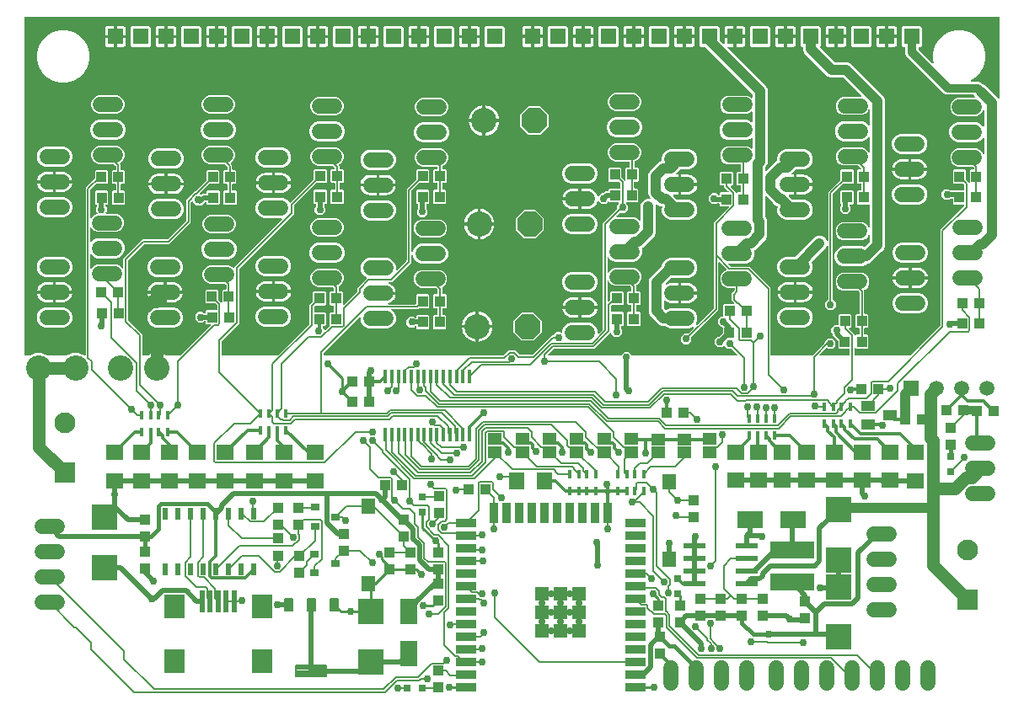
<source format=gbr>
G04 EAGLE Gerber RS-274X export*
G75*
%MOMM*%
%FSLAX34Y34*%
%LPD*%
%INTop Copper*%
%IPPOS*%
%AMOC8*
5,1,8,0,0,1.08239X$1,22.5*%
G01*
%ADD10R,1.575000X1.575000*%
%ADD11C,1.524000*%
%ADD12R,1.000000X1.100000*%
%ADD13R,1.422400X1.143000*%
%ADD14R,0.450000X0.900000*%
%ADD15R,1.600000X1.803000*%
%ADD16R,2.000000X0.900000*%
%ADD17R,0.900000X2.000000*%
%ADD18R,1.330000X1.330000*%
%ADD19C,0.708000*%
%ADD20R,1.100000X1.000000*%
%ADD21R,0.600000X1.200000*%
%ADD22R,0.900000X0.800000*%
%ADD23R,2.000000X2.400000*%
%ADD24R,0.500000X2.308000*%
%ADD25C,0.139500*%
%ADD26C,0.196500*%
%ADD27R,2.500000X2.550000*%
%ADD28R,1.400000X1.500000*%
%ADD29R,4.500000X1.750000*%
%ADD30R,2.650000X1.750000*%
%ADD31R,2.100000X2.100000*%
%ADD32C,2.100000*%
%ADD33R,1.803000X1.600000*%
%ADD34C,2.540000*%
%ADD35P,2.749271X8X22.500000*%
%ADD36R,0.800000X0.800000*%
%ADD37R,2.200000X0.600000*%
%ADD38C,2.550000*%
%ADD39R,1.750000X2.650000*%
%ADD40R,0.355600X1.473200*%
%ADD41R,1.508000X1.508000*%
%ADD42C,1.508000*%
%ADD43R,1.400000X1.000000*%
%ADD44C,0.756400*%
%ADD45C,1.016000*%
%ADD46C,0.812800*%
%ADD47C,1.270000*%
%ADD48C,0.152400*%
%ADD49C,0.304800*%
%ADD50C,0.254000*%
%ADD51C,0.508000*%
%ADD52C,0.609600*%
%ADD53C,0.406400*%

G36*
X14889Y349254D02*
X14889Y349254D01*
X14980Y349261D01*
X15010Y349273D01*
X15042Y349279D01*
X15123Y349321D01*
X15206Y349357D01*
X15239Y349383D01*
X15259Y349394D01*
X15281Y349417D01*
X15337Y349462D01*
X15838Y349963D01*
X21458Y352291D01*
X27542Y352291D01*
X33162Y349963D01*
X33663Y349462D01*
X33737Y349409D01*
X33806Y349349D01*
X33836Y349337D01*
X33862Y349318D01*
X33949Y349291D01*
X34034Y349257D01*
X34075Y349253D01*
X34097Y349246D01*
X34130Y349247D01*
X34201Y349239D01*
X51799Y349239D01*
X51889Y349254D01*
X51980Y349261D01*
X52010Y349273D01*
X52042Y349279D01*
X52123Y349321D01*
X52206Y349357D01*
X52239Y349383D01*
X52259Y349394D01*
X52281Y349417D01*
X52337Y349462D01*
X52838Y349963D01*
X58458Y352291D01*
X64542Y352291D01*
X70162Y349963D01*
X70414Y349711D01*
X70472Y349669D01*
X70524Y349619D01*
X70571Y349597D01*
X70613Y349567D01*
X70682Y349546D01*
X70747Y349516D01*
X70799Y349510D01*
X70849Y349495D01*
X70920Y349497D01*
X70991Y349489D01*
X71042Y349500D01*
X71094Y349501D01*
X71162Y349526D01*
X71232Y349541D01*
X71277Y349568D01*
X71325Y349586D01*
X71381Y349630D01*
X71443Y349667D01*
X71477Y349707D01*
X71517Y349739D01*
X71556Y349799D01*
X71603Y349854D01*
X71622Y349902D01*
X71650Y349946D01*
X71668Y350016D01*
X71695Y350082D01*
X71703Y350153D01*
X71711Y350185D01*
X71709Y350208D01*
X71713Y350249D01*
X71713Y517947D01*
X73276Y519510D01*
X80752Y526986D01*
X80805Y527060D01*
X80865Y527130D01*
X80877Y527160D01*
X80896Y527186D01*
X80923Y527273D01*
X80957Y527358D01*
X80961Y527399D01*
X80968Y527421D01*
X80967Y527453D01*
X80975Y527524D01*
X80975Y535132D01*
X81868Y536025D01*
X93132Y536025D01*
X94025Y535132D01*
X94025Y522868D01*
X93132Y521975D01*
X82524Y521975D01*
X82434Y521961D01*
X82343Y521953D01*
X82314Y521941D01*
X82282Y521936D01*
X82201Y521893D01*
X82117Y521857D01*
X82085Y521831D01*
X82064Y521820D01*
X82042Y521797D01*
X81986Y521752D01*
X76510Y516276D01*
X76457Y516202D01*
X76397Y516132D01*
X76385Y516102D01*
X76366Y516076D01*
X76339Y515989D01*
X76305Y515904D01*
X76301Y515863D01*
X76294Y515841D01*
X76295Y515809D01*
X76287Y515737D01*
X76287Y488577D01*
X76298Y488506D01*
X76300Y488435D01*
X76318Y488386D01*
X76326Y488334D01*
X76360Y488271D01*
X76385Y488204D01*
X76417Y488163D01*
X76442Y488117D01*
X76494Y488068D01*
X76538Y488012D01*
X76582Y487983D01*
X76620Y487948D01*
X76685Y487917D01*
X76745Y487879D01*
X76796Y487866D01*
X76843Y487844D01*
X76914Y487836D01*
X76984Y487819D01*
X77036Y487823D01*
X77087Y487817D01*
X77158Y487832D01*
X77229Y487838D01*
X77277Y487858D01*
X77328Y487869D01*
X77389Y487906D01*
X77455Y487934D01*
X77511Y487979D01*
X77539Y487995D01*
X77554Y488013D01*
X77586Y488039D01*
X80200Y490653D01*
X83137Y491869D01*
X83176Y491893D01*
X83219Y491909D01*
X83280Y491958D01*
X83346Y491999D01*
X83376Y492034D01*
X83412Y492063D01*
X83454Y492128D01*
X83503Y492188D01*
X83520Y492231D01*
X83545Y492270D01*
X83564Y492345D01*
X83591Y492418D01*
X83593Y492464D01*
X83605Y492508D01*
X83599Y492586D01*
X83602Y492664D01*
X83589Y492708D01*
X83585Y492754D01*
X83555Y492825D01*
X83533Y492900D01*
X83507Y492938D01*
X83489Y492980D01*
X83404Y493087D01*
X83393Y493102D01*
X83389Y493105D01*
X83384Y493111D01*
X82256Y494239D01*
X82256Y498636D01*
X83275Y499655D01*
X83328Y499729D01*
X83387Y499798D01*
X83399Y499828D01*
X83418Y499854D01*
X83445Y499941D01*
X83479Y500026D01*
X83484Y500067D01*
X83491Y500090D01*
X83490Y500122D01*
X83498Y500193D01*
X83498Y500414D01*
X83494Y500434D01*
X83497Y500453D01*
X83475Y500555D01*
X83458Y500657D01*
X83449Y500674D01*
X83444Y500694D01*
X83391Y500783D01*
X83343Y500874D01*
X83328Y500888D01*
X83318Y500905D01*
X83240Y500972D01*
X83165Y501044D01*
X83146Y501052D01*
X83131Y501065D01*
X83035Y501104D01*
X82941Y501147D01*
X82922Y501149D01*
X82903Y501157D01*
X82736Y501175D01*
X82068Y501175D01*
X81175Y502068D01*
X81175Y514332D01*
X82068Y515225D01*
X93332Y515225D01*
X94225Y514332D01*
X94225Y502068D01*
X93332Y501175D01*
X92388Y501175D01*
X92369Y501172D01*
X92349Y501174D01*
X92248Y501152D01*
X92146Y501136D01*
X92128Y501126D01*
X92109Y501122D01*
X92020Y501069D01*
X91928Y501020D01*
X91915Y501006D01*
X91897Y500996D01*
X91830Y500917D01*
X91759Y500842D01*
X91751Y500824D01*
X91738Y500809D01*
X91699Y500713D01*
X91655Y500619D01*
X91653Y500599D01*
X91646Y500581D01*
X91627Y500414D01*
X91627Y500193D01*
X91642Y500103D01*
X91649Y500012D01*
X91662Y499982D01*
X91667Y499950D01*
X91710Y499870D01*
X91745Y499786D01*
X91771Y499754D01*
X91782Y499733D01*
X91805Y499711D01*
X91850Y499655D01*
X92869Y498636D01*
X92869Y494239D01*
X91974Y493344D01*
X91932Y493286D01*
X91883Y493234D01*
X91861Y493187D01*
X91830Y493145D01*
X91809Y493076D01*
X91779Y493011D01*
X91773Y492959D01*
X91758Y492909D01*
X91760Y492838D01*
X91752Y492767D01*
X91763Y492716D01*
X91764Y492664D01*
X91789Y492596D01*
X91804Y492526D01*
X91831Y492481D01*
X91849Y492433D01*
X91894Y492377D01*
X91930Y492315D01*
X91970Y492281D01*
X92003Y492241D01*
X92063Y492202D01*
X92117Y492155D01*
X92166Y492136D01*
X92210Y492108D01*
X92279Y492090D01*
X92346Y492063D01*
X92417Y492055D01*
X92448Y492047D01*
X92471Y492049D01*
X92512Y492045D01*
X102439Y492045D01*
X105800Y490653D01*
X108373Y488080D01*
X109765Y484719D01*
X109765Y481081D01*
X108373Y477720D01*
X105800Y475147D01*
X102439Y473755D01*
X83561Y473755D01*
X80200Y475147D01*
X77586Y477761D01*
X77528Y477803D01*
X77476Y477852D01*
X77429Y477874D01*
X77387Y477905D01*
X77318Y477926D01*
X77253Y477956D01*
X77201Y477962D01*
X77151Y477977D01*
X77080Y477975D01*
X77009Y477983D01*
X76958Y477972D01*
X76906Y477971D01*
X76838Y477946D01*
X76768Y477931D01*
X76723Y477904D01*
X76675Y477886D01*
X76619Y477841D01*
X76557Y477805D01*
X76523Y477765D01*
X76483Y477733D01*
X76444Y477672D01*
X76397Y477618D01*
X76378Y477569D01*
X76350Y477526D01*
X76332Y477456D01*
X76305Y477390D01*
X76297Y477318D01*
X76289Y477287D01*
X76291Y477264D01*
X76287Y477223D01*
X76287Y464614D01*
X76298Y464543D01*
X76300Y464472D01*
X76318Y464423D01*
X76326Y464371D01*
X76360Y464308D01*
X76385Y464241D01*
X76417Y464200D01*
X76442Y464154D01*
X76494Y464105D01*
X76538Y464049D01*
X76582Y464020D01*
X76620Y463984D01*
X76685Y463954D01*
X76745Y463916D01*
X76796Y463903D01*
X76843Y463881D01*
X76914Y463873D01*
X76984Y463855D01*
X77036Y463860D01*
X77087Y463854D01*
X77158Y463869D01*
X77229Y463875D01*
X77277Y463895D01*
X77328Y463906D01*
X77389Y463943D01*
X77455Y463971D01*
X77511Y464016D01*
X77539Y464032D01*
X77554Y464050D01*
X77586Y464076D01*
X79624Y466114D01*
X83359Y467661D01*
X102641Y467661D01*
X106376Y466114D01*
X109234Y463256D01*
X110781Y459521D01*
X110781Y455479D01*
X109234Y451744D01*
X106376Y448886D01*
X102641Y447339D01*
X83359Y447339D01*
X79624Y448886D01*
X77586Y450924D01*
X77528Y450966D01*
X77476Y451016D01*
X77429Y451037D01*
X77387Y451068D01*
X77318Y451089D01*
X77253Y451119D01*
X77201Y451125D01*
X77151Y451140D01*
X77080Y451138D01*
X77009Y451146D01*
X76958Y451135D01*
X76906Y451134D01*
X76838Y451109D01*
X76768Y451094D01*
X76723Y451067D01*
X76675Y451049D01*
X76619Y451005D01*
X76557Y450968D01*
X76523Y450928D01*
X76483Y450896D01*
X76444Y450835D01*
X76397Y450781D01*
X76378Y450733D01*
X76350Y450689D01*
X76332Y450619D01*
X76305Y450553D01*
X76297Y450481D01*
X76289Y450450D01*
X76291Y450427D01*
X76287Y450386D01*
X76287Y437777D01*
X76298Y437706D01*
X76300Y437635D01*
X76318Y437586D01*
X76326Y437534D01*
X76360Y437471D01*
X76385Y437404D01*
X76417Y437363D01*
X76442Y437317D01*
X76494Y437268D01*
X76538Y437212D01*
X76582Y437183D01*
X76620Y437148D01*
X76685Y437117D01*
X76745Y437079D01*
X76796Y437066D01*
X76843Y437044D01*
X76914Y437036D01*
X76984Y437019D01*
X77036Y437023D01*
X77087Y437017D01*
X77158Y437032D01*
X77229Y437038D01*
X77277Y437058D01*
X77328Y437069D01*
X77389Y437106D01*
X77455Y437134D01*
X77511Y437179D01*
X77539Y437195D01*
X77554Y437213D01*
X77586Y437239D01*
X80200Y439853D01*
X83561Y441245D01*
X102439Y441245D01*
X105800Y439853D01*
X108400Y437253D01*
X108458Y437211D01*
X108510Y437162D01*
X108557Y437140D01*
X108599Y437109D01*
X108668Y437088D01*
X108733Y437058D01*
X108785Y437052D01*
X108835Y437037D01*
X108906Y437039D01*
X108977Y437031D01*
X109028Y437042D01*
X109080Y437043D01*
X109148Y437068D01*
X109218Y437083D01*
X109263Y437110D01*
X109311Y437128D01*
X109367Y437173D01*
X109429Y437209D01*
X109463Y437249D01*
X109503Y437281D01*
X109542Y437342D01*
X109589Y437396D01*
X109608Y437445D01*
X109636Y437488D01*
X109654Y437558D01*
X109681Y437624D01*
X109689Y437696D01*
X109697Y437727D01*
X109695Y437750D01*
X109699Y437791D01*
X109699Y446933D01*
X129053Y466287D01*
X153737Y466287D01*
X153828Y466301D01*
X153918Y466309D01*
X153948Y466321D01*
X153980Y466326D01*
X154061Y466369D01*
X154145Y466405D01*
X154177Y466431D01*
X154198Y466442D01*
X154220Y466465D01*
X154276Y466510D01*
X172490Y484724D01*
X172543Y484798D01*
X172603Y484868D01*
X172615Y484898D01*
X172634Y484924D01*
X172661Y485011D01*
X172695Y485096D01*
X172699Y485137D01*
X172706Y485159D01*
X172705Y485191D01*
X172713Y485263D01*
X172713Y505529D01*
X181614Y514429D01*
X181629Y514437D01*
X181713Y514473D01*
X181745Y514499D01*
X181766Y514510D01*
X181788Y514533D01*
X181844Y514578D01*
X192752Y525486D01*
X192805Y525560D01*
X192865Y525630D01*
X192877Y525660D01*
X192896Y525686D01*
X192923Y525773D01*
X192957Y525858D01*
X192961Y525899D01*
X192968Y525921D01*
X192967Y525953D01*
X192975Y526024D01*
X192975Y535132D01*
X193868Y536025D01*
X205132Y536025D01*
X206025Y535132D01*
X206025Y522868D01*
X205132Y521975D01*
X196024Y521975D01*
X195934Y521961D01*
X195843Y521953D01*
X195814Y521941D01*
X195782Y521936D01*
X195701Y521893D01*
X195617Y521857D01*
X195585Y521831D01*
X195564Y521820D01*
X195542Y521797D01*
X195486Y521752D01*
X186340Y512606D01*
X186298Y512548D01*
X186249Y512496D01*
X186227Y512449D01*
X186197Y512407D01*
X186176Y512338D01*
X186145Y512273D01*
X186140Y512221D01*
X186124Y512171D01*
X186126Y512100D01*
X186118Y512029D01*
X186129Y511978D01*
X186131Y511926D01*
X186155Y511858D01*
X186170Y511788D01*
X186197Y511744D01*
X186215Y511695D01*
X186260Y511639D01*
X186297Y511577D01*
X186336Y511543D01*
X186369Y511503D01*
X186429Y511464D01*
X186484Y511417D01*
X186532Y511398D01*
X186576Y511370D01*
X186645Y511352D01*
X186712Y511325D01*
X186783Y511317D01*
X186814Y511309D01*
X186838Y511311D01*
X186878Y511307D01*
X187243Y511307D01*
X187333Y511321D01*
X187424Y511329D01*
X187454Y511341D01*
X187486Y511346D01*
X187566Y511389D01*
X187650Y511425D01*
X187682Y511451D01*
X187703Y511462D01*
X187725Y511485D01*
X187781Y511530D01*
X188516Y512265D01*
X192414Y512265D01*
X192434Y512268D01*
X192453Y512266D01*
X192555Y512288D01*
X192657Y512304D01*
X192674Y512314D01*
X192694Y512318D01*
X192783Y512371D01*
X192874Y512420D01*
X192888Y512434D01*
X192905Y512444D01*
X192972Y512523D01*
X193044Y512598D01*
X193052Y512616D01*
X193065Y512631D01*
X193104Y512727D01*
X193147Y512821D01*
X193149Y512841D01*
X193157Y512859D01*
X193175Y513026D01*
X193175Y514332D01*
X194068Y515225D01*
X205332Y515225D01*
X206225Y514332D01*
X206225Y502068D01*
X205332Y501175D01*
X194068Y501175D01*
X193175Y502068D01*
X193175Y503374D01*
X193172Y503394D01*
X193174Y503413D01*
X193152Y503515D01*
X193136Y503617D01*
X193126Y503634D01*
X193122Y503654D01*
X193069Y503743D01*
X193020Y503834D01*
X193006Y503848D01*
X192996Y503865D01*
X192917Y503932D01*
X192842Y504004D01*
X192824Y504012D01*
X192809Y504025D01*
X192713Y504064D01*
X192619Y504107D01*
X192599Y504109D01*
X192581Y504117D01*
X192414Y504135D01*
X192199Y504135D01*
X192109Y504121D01*
X192018Y504113D01*
X191988Y504101D01*
X191956Y504096D01*
X191876Y504053D01*
X191792Y504017D01*
X191760Y503991D01*
X191739Y503980D01*
X191717Y503957D01*
X191661Y503912D01*
X188184Y500435D01*
X184816Y500435D01*
X184781Y500470D01*
X184707Y500523D01*
X184638Y500583D01*
X184608Y500595D01*
X184582Y500614D01*
X184495Y500641D01*
X184410Y500675D01*
X184369Y500679D01*
X184346Y500686D01*
X184314Y500685D01*
X184243Y500693D01*
X182802Y500693D01*
X179693Y503802D01*
X179693Y504203D01*
X179682Y504274D01*
X179680Y504345D01*
X179662Y504394D01*
X179654Y504446D01*
X179620Y504509D01*
X179595Y504576D01*
X179563Y504617D01*
X179538Y504663D01*
X179486Y504713D01*
X179442Y504769D01*
X179398Y504797D01*
X179360Y504833D01*
X179295Y504863D01*
X179235Y504902D01*
X179184Y504914D01*
X179137Y504936D01*
X179066Y504944D01*
X178996Y504962D01*
X178944Y504958D01*
X178893Y504963D01*
X178822Y504948D01*
X178751Y504942D01*
X178703Y504922D01*
X178652Y504911D01*
X178591Y504874D01*
X178525Y504846D01*
X178469Y504801D01*
X178441Y504785D01*
X178426Y504767D01*
X178394Y504741D01*
X177510Y503857D01*
X177457Y503783D01*
X177397Y503714D01*
X177385Y503684D01*
X177366Y503658D01*
X177339Y503570D01*
X177305Y503486D01*
X177301Y503445D01*
X177294Y503422D01*
X177295Y503390D01*
X177287Y503319D01*
X177287Y483053D01*
X155947Y461713D01*
X131263Y461713D01*
X131172Y461699D01*
X131082Y461691D01*
X131052Y461679D01*
X131020Y461674D01*
X130939Y461631D01*
X130855Y461595D01*
X130823Y461569D01*
X130802Y461558D01*
X130780Y461535D01*
X130724Y461490D01*
X114496Y445262D01*
X114443Y445188D01*
X114383Y445118D01*
X114371Y445088D01*
X114352Y445062D01*
X114325Y444975D01*
X114291Y444890D01*
X114287Y444849D01*
X114280Y444827D01*
X114281Y444795D01*
X114273Y444723D01*
X114273Y384916D01*
X114287Y384826D01*
X114295Y384735D01*
X114307Y384705D01*
X114312Y384673D01*
X114355Y384592D01*
X114391Y384508D01*
X114417Y384476D01*
X114428Y384456D01*
X114451Y384433D01*
X114496Y384377D01*
X128335Y370538D01*
X128335Y350000D01*
X128338Y349980D01*
X128336Y349961D01*
X128358Y349859D01*
X128374Y349757D01*
X128384Y349740D01*
X128388Y349720D01*
X128441Y349631D01*
X128490Y349540D01*
X128504Y349526D01*
X128514Y349509D01*
X128593Y349442D01*
X128668Y349371D01*
X128686Y349362D01*
X128701Y349349D01*
X128797Y349310D01*
X128891Y349267D01*
X128911Y349265D01*
X128929Y349257D01*
X129096Y349239D01*
X134084Y349239D01*
X134115Y349244D01*
X134147Y349241D01*
X134236Y349264D01*
X134326Y349279D01*
X134355Y349293D01*
X134385Y349301D01*
X134531Y349384D01*
X135486Y350078D01*
X137630Y351170D01*
X139919Y351914D01*
X141977Y352240D01*
X141977Y350000D01*
X141980Y349980D01*
X141978Y349961D01*
X142000Y349859D01*
X142017Y349757D01*
X142026Y349740D01*
X142030Y349720D01*
X142083Y349631D01*
X142132Y349540D01*
X142146Y349526D01*
X142156Y349509D01*
X142235Y349442D01*
X142310Y349371D01*
X142328Y349362D01*
X142343Y349349D01*
X142439Y349310D01*
X142533Y349267D01*
X142553Y349265D01*
X142571Y349257D01*
X142738Y349239D01*
X144262Y349239D01*
X144282Y349242D01*
X144301Y349240D01*
X144403Y349262D01*
X144505Y349279D01*
X144522Y349288D01*
X144542Y349292D01*
X144631Y349345D01*
X144722Y349394D01*
X144736Y349408D01*
X144753Y349418D01*
X144820Y349497D01*
X144891Y349572D01*
X144900Y349590D01*
X144913Y349605D01*
X144952Y349701D01*
X144995Y349795D01*
X144997Y349815D01*
X145005Y349833D01*
X145023Y350000D01*
X145023Y352240D01*
X147081Y351914D01*
X149370Y351170D01*
X151514Y350078D01*
X152469Y349384D01*
X152497Y349370D01*
X152521Y349349D01*
X152607Y349315D01*
X152689Y349274D01*
X152720Y349269D01*
X152750Y349257D01*
X152916Y349239D01*
X166190Y349239D01*
X166280Y349254D01*
X166371Y349261D01*
X166400Y349273D01*
X166432Y349279D01*
X166513Y349321D01*
X166597Y349357D01*
X166629Y349383D01*
X166650Y349394D01*
X166672Y349417D01*
X166728Y349462D01*
X197042Y379776D01*
X197084Y379834D01*
X197133Y379886D01*
X197155Y379933D01*
X197185Y379975D01*
X197206Y380044D01*
X197237Y380109D01*
X197242Y380161D01*
X197258Y380211D01*
X197256Y380282D01*
X197264Y380353D01*
X197253Y380404D01*
X197251Y380456D01*
X197227Y380524D01*
X197212Y380594D01*
X197185Y380639D01*
X197167Y380687D01*
X197122Y380743D01*
X197085Y380805D01*
X197046Y380839D01*
X197013Y380879D01*
X196953Y380918D01*
X196898Y380965D01*
X196850Y380984D01*
X196806Y381012D01*
X196737Y381030D01*
X196670Y381057D01*
X196599Y381065D01*
X196568Y381073D01*
X196544Y381071D01*
X196504Y381075D01*
X193068Y381075D01*
X192175Y381968D01*
X192175Y383274D01*
X192172Y383294D01*
X192174Y383313D01*
X192152Y383415D01*
X192136Y383517D01*
X192126Y383534D01*
X192122Y383554D01*
X192069Y383643D01*
X192020Y383734D01*
X192006Y383748D01*
X191996Y383765D01*
X191917Y383832D01*
X191842Y383904D01*
X191824Y383912D01*
X191809Y383925D01*
X191713Y383964D01*
X191619Y384007D01*
X191599Y384009D01*
X191581Y384017D01*
X191414Y384035D01*
X190855Y384035D01*
X190765Y384021D01*
X190674Y384013D01*
X190645Y384001D01*
X190613Y383996D01*
X190532Y383953D01*
X190448Y383917D01*
X190416Y383891D01*
X190395Y383880D01*
X190373Y383857D01*
X190317Y383812D01*
X189198Y382693D01*
X184802Y382693D01*
X181693Y385802D01*
X181693Y390198D01*
X184802Y393307D01*
X189198Y393307D01*
X190117Y392388D01*
X190191Y392335D01*
X190261Y392275D01*
X190291Y392263D01*
X190317Y392244D01*
X190404Y392217D01*
X190489Y392183D01*
X190530Y392179D01*
X190552Y392172D01*
X190584Y392173D01*
X190655Y392165D01*
X191414Y392165D01*
X191434Y392168D01*
X191453Y392166D01*
X191555Y392188D01*
X191657Y392204D01*
X191674Y392214D01*
X191694Y392218D01*
X191783Y392271D01*
X191874Y392320D01*
X191888Y392334D01*
X191905Y392344D01*
X191972Y392423D01*
X192044Y392498D01*
X192052Y392516D01*
X192065Y392531D01*
X192104Y392627D01*
X192147Y392721D01*
X192149Y392741D01*
X192157Y392759D01*
X192175Y392926D01*
X192175Y394232D01*
X193068Y395125D01*
X202938Y395125D01*
X202958Y395128D01*
X202977Y395126D01*
X203079Y395148D01*
X203181Y395164D01*
X203198Y395174D01*
X203218Y395178D01*
X203307Y395231D01*
X203398Y395280D01*
X203412Y395294D01*
X203429Y395304D01*
X203496Y395383D01*
X203568Y395458D01*
X203576Y395476D01*
X203589Y395491D01*
X203628Y395587D01*
X203671Y395681D01*
X203673Y395701D01*
X203681Y395719D01*
X203699Y395886D01*
X203699Y400251D01*
X203697Y400268D01*
X203698Y400282D01*
X203684Y400347D01*
X203677Y400432D01*
X203665Y400462D01*
X203660Y400494D01*
X203647Y400518D01*
X203646Y400522D01*
X203634Y400542D01*
X203617Y400575D01*
X203581Y400659D01*
X203555Y400691D01*
X203544Y400712D01*
X203521Y400734D01*
X203476Y400790D01*
X202514Y401752D01*
X202440Y401805D01*
X202370Y401865D01*
X202340Y401877D01*
X202314Y401896D01*
X202227Y401923D01*
X202142Y401957D01*
X202101Y401961D01*
X202079Y401968D01*
X202047Y401967D01*
X201976Y401975D01*
X192868Y401975D01*
X191975Y402868D01*
X191975Y415132D01*
X192868Y416025D01*
X204132Y416025D01*
X205025Y415132D01*
X205025Y406024D01*
X205040Y405934D01*
X205047Y405843D01*
X205059Y405814D01*
X205064Y405782D01*
X205107Y405701D01*
X205143Y405617D01*
X205169Y405585D01*
X205180Y405564D01*
X205203Y405542D01*
X205248Y405486D01*
X207676Y403058D01*
X207734Y403016D01*
X207786Y402967D01*
X207833Y402945D01*
X207875Y402915D01*
X207944Y402894D01*
X208009Y402863D01*
X208061Y402858D01*
X208111Y402842D01*
X208182Y402844D01*
X208253Y402836D01*
X208304Y402847D01*
X208356Y402849D01*
X208424Y402873D01*
X208494Y402888D01*
X208538Y402915D01*
X208587Y402933D01*
X208643Y402978D01*
X208705Y403015D01*
X208739Y403054D01*
X208779Y403087D01*
X208818Y403147D01*
X208865Y403202D01*
X208884Y403250D01*
X208912Y403294D01*
X208930Y403363D01*
X208957Y403430D01*
X208965Y403501D01*
X208973Y403532D01*
X208971Y403556D01*
X208975Y403596D01*
X208975Y415132D01*
X209868Y416025D01*
X212452Y416025D01*
X212472Y416028D01*
X212491Y416026D01*
X212593Y416048D01*
X212695Y416064D01*
X212712Y416074D01*
X212732Y416078D01*
X212821Y416131D01*
X212912Y416180D01*
X212926Y416194D01*
X212943Y416204D01*
X213010Y416283D01*
X213082Y416358D01*
X213090Y416376D01*
X213103Y416391D01*
X213142Y416487D01*
X213185Y416581D01*
X213187Y416601D01*
X213195Y416619D01*
X213213Y416786D01*
X213213Y420337D01*
X213199Y420428D01*
X213191Y420518D01*
X213179Y420548D01*
X213174Y420580D01*
X213131Y420661D01*
X213095Y420745D01*
X213069Y420777D01*
X213058Y420798D01*
X213035Y420820D01*
X212990Y420876D01*
X212134Y421732D01*
X212060Y421785D01*
X211990Y421845D01*
X211960Y421857D01*
X211934Y421876D01*
X211847Y421903D01*
X211762Y421937D01*
X211721Y421941D01*
X211699Y421948D01*
X211667Y421947D01*
X211595Y421955D01*
X196561Y421955D01*
X193200Y423347D01*
X190627Y425920D01*
X189235Y429281D01*
X189235Y432919D01*
X190627Y436280D01*
X193200Y438853D01*
X196561Y440245D01*
X215439Y440245D01*
X218800Y438853D01*
X220000Y437653D01*
X220058Y437611D01*
X220110Y437562D01*
X220157Y437540D01*
X220199Y437509D01*
X220268Y437488D01*
X220333Y437458D01*
X220385Y437452D01*
X220435Y437437D01*
X220506Y437439D01*
X220577Y437431D01*
X220628Y437442D01*
X220680Y437443D01*
X220748Y437468D01*
X220818Y437483D01*
X220863Y437510D01*
X220911Y437528D01*
X220967Y437573D01*
X221029Y437609D01*
X221063Y437649D01*
X221103Y437681D01*
X221142Y437742D01*
X221189Y437796D01*
X221208Y437845D01*
X221236Y437888D01*
X221254Y437958D01*
X221281Y438024D01*
X221289Y438096D01*
X221297Y438127D01*
X221295Y438150D01*
X221299Y438191D01*
X221299Y438667D01*
X222862Y440230D01*
X268772Y486140D01*
X268814Y486198D01*
X268863Y486250D01*
X268885Y486297D01*
X268915Y486339D01*
X268936Y486408D01*
X268967Y486473D01*
X268972Y486525D01*
X268988Y486575D01*
X268986Y486646D01*
X268994Y486717D01*
X268983Y486768D01*
X268981Y486820D01*
X268957Y486888D01*
X268942Y486958D01*
X268915Y487003D01*
X268897Y487051D01*
X268852Y487107D01*
X268815Y487169D01*
X268776Y487203D01*
X268743Y487243D01*
X268683Y487282D01*
X268628Y487329D01*
X268580Y487348D01*
X268536Y487376D01*
X268467Y487394D01*
X268400Y487421D01*
X268329Y487429D01*
X268298Y487437D01*
X268275Y487435D01*
X268234Y487439D01*
X250759Y487439D01*
X247024Y488986D01*
X244166Y491844D01*
X242619Y495579D01*
X242619Y499621D01*
X244166Y503356D01*
X247024Y506214D01*
X250759Y507761D01*
X270041Y507761D01*
X273776Y506214D01*
X276589Y503400D01*
X276606Y503388D01*
X276618Y503373D01*
X276705Y503317D01*
X276789Y503256D01*
X276808Y503251D01*
X276825Y503240D01*
X276925Y503214D01*
X277024Y503184D01*
X277044Y503185D01*
X277064Y503180D01*
X277167Y503188D01*
X277270Y503190D01*
X277289Y503197D01*
X277309Y503199D01*
X277404Y503239D01*
X277501Y503275D01*
X277517Y503287D01*
X277535Y503295D01*
X277666Y503400D01*
X278218Y503952D01*
X300752Y526486D01*
X300805Y526560D01*
X300865Y526630D01*
X300877Y526660D01*
X300896Y526686D01*
X300923Y526773D01*
X300957Y526858D01*
X300961Y526899D01*
X300968Y526921D01*
X300967Y526953D01*
X300975Y527024D01*
X300975Y536132D01*
X301868Y537025D01*
X313132Y537025D01*
X314025Y536132D01*
X314025Y523868D01*
X313132Y522975D01*
X304024Y522975D01*
X303934Y522961D01*
X303843Y522953D01*
X303814Y522941D01*
X303782Y522936D01*
X303701Y522893D01*
X303617Y522857D01*
X303585Y522831D01*
X303564Y522820D01*
X303542Y522797D01*
X303486Y522752D01*
X281452Y500718D01*
X281399Y500644D01*
X281339Y500574D01*
X281327Y500544D01*
X281308Y500518D01*
X281281Y500431D01*
X281247Y500346D01*
X281243Y500305D01*
X281236Y500283D01*
X281237Y500251D01*
X281229Y500179D01*
X281229Y492129D01*
X226096Y436996D01*
X226043Y436922D01*
X225983Y436852D01*
X225971Y436822D01*
X225952Y436796D01*
X225925Y436709D01*
X225891Y436624D01*
X225887Y436583D01*
X225880Y436561D01*
X225881Y436529D01*
X225873Y436457D01*
X225873Y381306D01*
X224310Y379744D01*
X224310Y379743D01*
X208510Y363943D01*
X208457Y363869D01*
X208397Y363799D01*
X208385Y363769D01*
X208366Y363743D01*
X208339Y363656D01*
X208305Y363571D01*
X208301Y363530D01*
X208294Y363508D01*
X208295Y363476D01*
X208287Y363405D01*
X208287Y350000D01*
X208290Y349980D01*
X208288Y349961D01*
X208310Y349859D01*
X208326Y349757D01*
X208336Y349740D01*
X208340Y349720D01*
X208393Y349631D01*
X208442Y349540D01*
X208456Y349526D01*
X208466Y349509D01*
X208545Y349442D01*
X208620Y349371D01*
X208638Y349362D01*
X208653Y349349D01*
X208749Y349310D01*
X208843Y349267D01*
X208863Y349265D01*
X208881Y349257D01*
X209048Y349239D01*
X264207Y349239D01*
X264297Y349254D01*
X264388Y349261D01*
X264417Y349273D01*
X264449Y349279D01*
X264530Y349321D01*
X264614Y349357D01*
X264646Y349383D01*
X264667Y349394D01*
X264689Y349417D01*
X264745Y349462D01*
X296490Y381207D01*
X296543Y381281D01*
X296603Y381351D01*
X296615Y381381D01*
X296634Y381407D01*
X296661Y381494D01*
X296695Y381579D01*
X296699Y381620D01*
X296706Y381642D01*
X296705Y381674D01*
X296713Y381745D01*
X296713Y400447D01*
X299752Y403486D01*
X299805Y403560D01*
X299865Y403630D01*
X299877Y403660D01*
X299896Y403686D01*
X299923Y403773D01*
X299957Y403858D01*
X299961Y403899D01*
X299968Y403921D01*
X299967Y403953D01*
X299975Y404025D01*
X299975Y413132D01*
X300868Y414025D01*
X312132Y414025D01*
X313025Y413132D01*
X313025Y400868D01*
X312132Y399975D01*
X303025Y399975D01*
X302934Y399961D01*
X302844Y399953D01*
X302814Y399941D01*
X302782Y399936D01*
X302701Y399893D01*
X302617Y399857D01*
X302585Y399831D01*
X302564Y399820D01*
X302542Y399797D01*
X302486Y399752D01*
X301510Y398776D01*
X301457Y398702D01*
X301397Y398632D01*
X301385Y398602D01*
X301366Y398576D01*
X301339Y398489D01*
X301305Y398404D01*
X301301Y398363D01*
X301294Y398341D01*
X301295Y398309D01*
X301287Y398237D01*
X301287Y393886D01*
X301290Y393866D01*
X301288Y393847D01*
X301310Y393745D01*
X301326Y393643D01*
X301336Y393626D01*
X301340Y393606D01*
X301393Y393517D01*
X301442Y393426D01*
X301456Y393412D01*
X301466Y393395D01*
X301545Y393328D01*
X301620Y393256D01*
X301638Y393248D01*
X301653Y393235D01*
X301749Y393196D01*
X301843Y393153D01*
X301863Y393151D01*
X301881Y393143D01*
X302048Y393125D01*
X312032Y393125D01*
X312925Y392232D01*
X312925Y379968D01*
X312032Y379075D01*
X310267Y379075D01*
X310197Y379064D01*
X310125Y379062D01*
X310076Y379044D01*
X310025Y379036D01*
X309961Y379002D01*
X309894Y378977D01*
X309853Y378945D01*
X309807Y378920D01*
X309758Y378868D01*
X309702Y378824D01*
X309674Y378780D01*
X309638Y378742D01*
X309608Y378677D01*
X309569Y378617D01*
X309556Y378566D01*
X309534Y378519D01*
X309526Y378448D01*
X309509Y378378D01*
X309513Y378326D01*
X309507Y378275D01*
X309522Y378204D01*
X309528Y378133D01*
X309548Y378085D01*
X309559Y378034D01*
X309596Y377973D01*
X309624Y377907D01*
X309669Y377851D01*
X309686Y377823D01*
X309703Y377808D01*
X309729Y377776D01*
X311307Y376198D01*
X311307Y375797D01*
X311318Y375726D01*
X311320Y375655D01*
X311338Y375606D01*
X311346Y375554D01*
X311380Y375491D01*
X311405Y375424D01*
X311437Y375383D01*
X311462Y375337D01*
X311513Y375288D01*
X311558Y375231D01*
X311602Y375203D01*
X311640Y375167D01*
X311705Y375137D01*
X311765Y375098D01*
X311816Y375086D01*
X311863Y375064D01*
X311934Y375056D01*
X312004Y375038D01*
X312056Y375042D01*
X312107Y375037D01*
X312178Y375052D01*
X312249Y375058D01*
X312297Y375078D01*
X312348Y375089D01*
X312409Y375126D01*
X312475Y375154D01*
X312531Y375199D01*
X312559Y375215D01*
X312574Y375233D01*
X312606Y375259D01*
X316652Y379305D01*
X316705Y379379D01*
X316765Y379448D01*
X316777Y379478D01*
X316796Y379504D01*
X316823Y379591D01*
X316857Y379676D01*
X316861Y379717D01*
X316868Y379740D01*
X316867Y379772D01*
X316875Y379843D01*
X316875Y392232D01*
X317768Y393125D01*
X320352Y393125D01*
X320372Y393128D01*
X320391Y393126D01*
X320493Y393148D01*
X320595Y393164D01*
X320612Y393174D01*
X320632Y393178D01*
X320721Y393231D01*
X320812Y393280D01*
X320826Y393294D01*
X320843Y393304D01*
X320910Y393383D01*
X320982Y393458D01*
X320990Y393476D01*
X321003Y393491D01*
X321042Y393587D01*
X321085Y393681D01*
X321087Y393701D01*
X321095Y393719D01*
X321113Y393886D01*
X321113Y399214D01*
X321110Y399234D01*
X321112Y399253D01*
X321090Y399355D01*
X321074Y399457D01*
X321064Y399474D01*
X321060Y399494D01*
X321007Y399583D01*
X320958Y399674D01*
X320944Y399688D01*
X320934Y399705D01*
X320855Y399772D01*
X320780Y399844D01*
X320762Y399852D01*
X320747Y399865D01*
X320651Y399904D01*
X320557Y399947D01*
X320537Y399949D01*
X320519Y399957D01*
X320352Y399975D01*
X317868Y399975D01*
X316975Y400868D01*
X316975Y413132D01*
X317868Y414025D01*
X320452Y414025D01*
X320472Y414028D01*
X320491Y414026D01*
X320593Y414048D01*
X320695Y414064D01*
X320712Y414074D01*
X320732Y414078D01*
X320821Y414131D01*
X320912Y414180D01*
X320926Y414194D01*
X320943Y414204D01*
X321010Y414283D01*
X321082Y414358D01*
X321090Y414376D01*
X321103Y414391D01*
X321142Y414487D01*
X321185Y414581D01*
X321187Y414601D01*
X321195Y414619D01*
X321213Y414786D01*
X321213Y416637D01*
X321199Y416728D01*
X321191Y416818D01*
X321179Y416848D01*
X321174Y416880D01*
X321131Y416961D01*
X321095Y417045D01*
X321069Y417077D01*
X321058Y417098D01*
X321035Y417120D01*
X320990Y417176D01*
X320134Y418032D01*
X320060Y418085D01*
X319990Y418145D01*
X319960Y418157D01*
X319934Y418176D01*
X319847Y418203D01*
X319762Y418237D01*
X319721Y418241D01*
X319699Y418248D01*
X319667Y418247D01*
X319595Y418255D01*
X304561Y418255D01*
X301200Y419647D01*
X298627Y422220D01*
X297235Y425581D01*
X297235Y429219D01*
X298627Y432580D01*
X301200Y435153D01*
X304561Y436545D01*
X323439Y436545D01*
X326800Y435153D01*
X329373Y432580D01*
X330765Y429219D01*
X330765Y425581D01*
X329373Y422220D01*
X326800Y419647D01*
X326257Y419422D01*
X326157Y419360D01*
X326057Y419301D01*
X326053Y419296D01*
X326048Y419293D01*
X325973Y419202D01*
X325897Y419114D01*
X325895Y419108D01*
X325891Y419103D01*
X325849Y418994D01*
X325805Y418886D01*
X325804Y418878D01*
X325803Y418874D01*
X325802Y418855D01*
X325787Y418719D01*
X325787Y414786D01*
X325790Y414766D01*
X325788Y414747D01*
X325810Y414645D01*
X325826Y414543D01*
X325836Y414526D01*
X325840Y414506D01*
X325893Y414417D01*
X325942Y414326D01*
X325956Y414312D01*
X325966Y414295D01*
X326045Y414228D01*
X326120Y414156D01*
X326138Y414148D01*
X326153Y414135D01*
X326249Y414096D01*
X326343Y414053D01*
X326363Y414051D01*
X326381Y414043D01*
X326548Y414025D01*
X329132Y414025D01*
X330025Y413132D01*
X330025Y401096D01*
X330036Y401026D01*
X330038Y400954D01*
X330056Y400905D01*
X330064Y400854D01*
X330098Y400790D01*
X330123Y400723D01*
X330155Y400682D01*
X330180Y400636D01*
X330232Y400587D01*
X330276Y400531D01*
X330320Y400503D01*
X330358Y400467D01*
X330423Y400437D01*
X330483Y400398D01*
X330534Y400385D01*
X330581Y400363D01*
X330652Y400355D01*
X330722Y400338D01*
X330774Y400342D01*
X330825Y400336D01*
X330896Y400351D01*
X330967Y400357D01*
X331015Y400377D01*
X331066Y400388D01*
X331127Y400425D01*
X331193Y400453D01*
X331249Y400498D01*
X331277Y400515D01*
X331292Y400532D01*
X331324Y400558D01*
X344348Y413582D01*
X344401Y413656D01*
X344461Y413726D01*
X344473Y413756D01*
X344492Y413782D01*
X344519Y413869D01*
X344553Y413954D01*
X344557Y413995D01*
X344564Y414017D01*
X344563Y414049D01*
X344571Y414121D01*
X344571Y417471D01*
X353318Y426218D01*
X353950Y426849D01*
X353976Y426887D01*
X354010Y426918D01*
X354048Y426986D01*
X354093Y427049D01*
X354107Y427093D01*
X354129Y427133D01*
X354143Y427210D01*
X354165Y427284D01*
X354164Y427330D01*
X354172Y427375D01*
X354161Y427452D01*
X354159Y427530D01*
X354143Y427573D01*
X354137Y427619D01*
X354101Y427688D01*
X354075Y427761D01*
X354046Y427797D01*
X354025Y427838D01*
X353969Y427893D01*
X353921Y427953D01*
X353882Y427978D01*
X353850Y428010D01*
X353730Y428076D01*
X353714Y428086D01*
X353709Y428087D01*
X353703Y428091D01*
X352024Y428786D01*
X349166Y431644D01*
X347619Y435379D01*
X347619Y439421D01*
X349166Y443156D01*
X352024Y446014D01*
X355759Y447561D01*
X375041Y447561D01*
X378776Y446014D01*
X381634Y443156D01*
X383181Y439421D01*
X383181Y435623D01*
X383192Y435552D01*
X383194Y435481D01*
X383212Y435432D01*
X383220Y435380D01*
X383254Y435317D01*
X383279Y435250D01*
X383311Y435209D01*
X383336Y435163D01*
X383388Y435114D01*
X383432Y435058D01*
X383476Y435030D01*
X383514Y434994D01*
X383579Y434964D01*
X383639Y434925D01*
X383690Y434912D01*
X383737Y434890D01*
X383808Y434882D01*
X383878Y434865D01*
X383930Y434869D01*
X383981Y434863D01*
X384052Y434878D01*
X384123Y434884D01*
X384171Y434904D01*
X384222Y434915D01*
X384283Y434952D01*
X384349Y434980D01*
X384405Y435025D01*
X384433Y435041D01*
X384448Y435059D01*
X384480Y435085D01*
X393964Y444569D01*
X394017Y444643D01*
X394077Y444712D01*
X394089Y444743D01*
X394108Y444769D01*
X394135Y444856D01*
X394169Y444941D01*
X394173Y444981D01*
X394180Y445004D01*
X394179Y445036D01*
X394187Y445107D01*
X394187Y516921D01*
X403752Y526486D01*
X403805Y526560D01*
X403865Y526630D01*
X403877Y526660D01*
X403896Y526686D01*
X403923Y526773D01*
X403957Y526858D01*
X403961Y526899D01*
X403968Y526921D01*
X403967Y526953D01*
X403975Y527025D01*
X403975Y536132D01*
X404868Y537025D01*
X416132Y537025D01*
X417025Y536132D01*
X417025Y523868D01*
X416132Y522975D01*
X407025Y522975D01*
X406934Y522961D01*
X406844Y522953D01*
X406814Y522941D01*
X406782Y522936D01*
X406701Y522893D01*
X406617Y522857D01*
X406585Y522831D01*
X406564Y522820D01*
X406542Y522797D01*
X406486Y522752D01*
X398984Y515250D01*
X398931Y515176D01*
X398871Y515106D01*
X398859Y515076D01*
X398840Y515050D01*
X398813Y514963D01*
X398779Y514878D01*
X398775Y514837D01*
X398768Y514815D01*
X398769Y514783D01*
X398761Y514711D01*
X398761Y454127D01*
X398776Y454031D01*
X398786Y453934D01*
X398796Y453910D01*
X398800Y453884D01*
X398846Y453798D01*
X398886Y453709D01*
X398903Y453690D01*
X398916Y453667D01*
X398986Y453600D01*
X399052Y453528D01*
X399075Y453515D01*
X399094Y453497D01*
X399182Y453456D01*
X399268Y453409D01*
X399293Y453405D01*
X399317Y453394D01*
X399414Y453383D01*
X399510Y453366D01*
X399536Y453370D01*
X399561Y453367D01*
X399657Y453387D01*
X399753Y453402D01*
X399776Y453413D01*
X399802Y453419D01*
X399885Y453469D01*
X399972Y453513D01*
X399991Y453532D01*
X400013Y453545D01*
X400076Y453619D01*
X400144Y453689D01*
X400160Y453717D01*
X400173Y453732D01*
X400185Y453763D01*
X400225Y453836D01*
X401766Y457556D01*
X404624Y460414D01*
X408359Y461961D01*
X427641Y461961D01*
X431376Y460414D01*
X434234Y457556D01*
X435781Y453821D01*
X435781Y449779D01*
X434234Y446044D01*
X431376Y443186D01*
X427641Y441639D01*
X408359Y441639D01*
X404624Y443186D01*
X401766Y446044D01*
X400225Y449764D01*
X400174Y449847D01*
X400128Y449933D01*
X400109Y449951D01*
X400096Y449973D01*
X400021Y450036D01*
X399950Y450103D01*
X399926Y450114D01*
X399906Y450130D01*
X399815Y450165D01*
X399727Y450206D01*
X399701Y450209D01*
X399677Y450218D01*
X399579Y450223D01*
X399483Y450233D01*
X399457Y450228D01*
X399431Y450229D01*
X399337Y450202D01*
X399242Y450181D01*
X399220Y450168D01*
X399195Y450160D01*
X399115Y450105D01*
X399031Y450055D01*
X399014Y450035D01*
X398993Y450020D01*
X398934Y449942D01*
X398871Y449868D01*
X398861Y449844D01*
X398846Y449823D01*
X398816Y449730D01*
X398779Y449640D01*
X398776Y449607D01*
X398770Y449589D01*
X398770Y449556D01*
X398761Y449473D01*
X398761Y442898D01*
X379070Y423207D01*
X376215Y423207D01*
X376211Y423207D01*
X376207Y423207D01*
X376089Y423187D01*
X375972Y423168D01*
X375968Y423166D01*
X375964Y423165D01*
X375860Y423108D01*
X375755Y423052D01*
X375752Y423050D01*
X375748Y423048D01*
X375667Y422960D01*
X375585Y422874D01*
X375583Y422870D01*
X375581Y422868D01*
X375532Y422759D01*
X375482Y422651D01*
X375481Y422647D01*
X375479Y422643D01*
X375467Y422524D01*
X375454Y422407D01*
X375455Y422403D01*
X375455Y422399D01*
X375482Y422282D01*
X375507Y422166D01*
X375509Y422163D01*
X375510Y422159D01*
X375572Y422058D01*
X375633Y421955D01*
X375636Y421953D01*
X375638Y421949D01*
X375729Y421873D01*
X375820Y421795D01*
X375824Y421794D01*
X375827Y421791D01*
X375979Y421722D01*
X376920Y421416D01*
X378345Y420690D01*
X379639Y419750D01*
X380770Y418619D01*
X381710Y417325D01*
X382436Y415900D01*
X382931Y414379D01*
X383066Y413523D01*
X366162Y413523D01*
X366142Y413520D01*
X366123Y413522D01*
X366021Y413500D01*
X365919Y413483D01*
X365902Y413474D01*
X365882Y413470D01*
X365793Y413417D01*
X365702Y413368D01*
X365688Y413354D01*
X365671Y413344D01*
X365604Y413265D01*
X365533Y413190D01*
X365524Y413172D01*
X365511Y413157D01*
X365473Y413061D01*
X365429Y412967D01*
X365427Y412947D01*
X365419Y412929D01*
X365401Y412762D01*
X365401Y411238D01*
X365404Y411218D01*
X365402Y411199D01*
X365424Y411097D01*
X365441Y410995D01*
X365450Y410978D01*
X365454Y410958D01*
X365507Y410869D01*
X365556Y410778D01*
X365570Y410764D01*
X365580Y410747D01*
X365659Y410680D01*
X365734Y410609D01*
X365752Y410600D01*
X365767Y410587D01*
X365863Y410548D01*
X365957Y410505D01*
X365977Y410503D01*
X365995Y410495D01*
X366162Y410477D01*
X383066Y410477D01*
X382931Y409621D01*
X382436Y408099D01*
X381710Y406675D01*
X380770Y405381D01*
X379639Y404250D01*
X378345Y403310D01*
X376920Y402584D01*
X375979Y402278D01*
X375976Y402276D01*
X375972Y402275D01*
X375866Y402220D01*
X375761Y402165D01*
X375758Y402162D01*
X375755Y402160D01*
X375673Y402074D01*
X375590Y401989D01*
X375588Y401985D01*
X375585Y401982D01*
X375535Y401873D01*
X375484Y401767D01*
X375483Y401763D01*
X375482Y401759D01*
X375469Y401642D01*
X375454Y401522D01*
X375455Y401518D01*
X375454Y401515D01*
X375480Y401399D01*
X375504Y401282D01*
X375506Y401278D01*
X375507Y401274D01*
X375568Y401172D01*
X375628Y401069D01*
X375631Y401066D01*
X375633Y401063D01*
X375724Y400985D01*
X375813Y400907D01*
X375817Y400906D01*
X375820Y400903D01*
X375931Y400858D01*
X376040Y400813D01*
X376044Y400813D01*
X376048Y400811D01*
X376215Y400793D01*
X403214Y400793D01*
X403234Y400796D01*
X403253Y400794D01*
X403355Y400816D01*
X403457Y400832D01*
X403474Y400842D01*
X403494Y400846D01*
X403583Y400899D01*
X403674Y400948D01*
X403688Y400962D01*
X403705Y400972D01*
X403772Y401051D01*
X403844Y401126D01*
X403852Y401144D01*
X403865Y401159D01*
X403904Y401255D01*
X403947Y401349D01*
X403949Y401369D01*
X403957Y401387D01*
X403975Y401554D01*
X403975Y410132D01*
X404868Y411025D01*
X416132Y411025D01*
X417025Y410132D01*
X417025Y397868D01*
X416132Y396975D01*
X407025Y396975D01*
X406934Y396961D01*
X406844Y396953D01*
X406814Y396941D01*
X406782Y396936D01*
X406701Y396893D01*
X406617Y396857D01*
X406585Y396831D01*
X406564Y396820D01*
X406542Y396797D01*
X406486Y396752D01*
X405953Y396219D01*
X379608Y396219D01*
X379537Y396208D01*
X379466Y396206D01*
X379417Y396188D01*
X379365Y396180D01*
X379302Y396146D01*
X379235Y396121D01*
X379194Y396089D01*
X379148Y396064D01*
X379099Y396012D01*
X379043Y395968D01*
X379014Y395924D01*
X378978Y395886D01*
X378948Y395821D01*
X378910Y395761D01*
X378897Y395710D01*
X378875Y395663D01*
X378867Y395592D01*
X378849Y395522D01*
X378854Y395470D01*
X378848Y395419D01*
X378863Y395348D01*
X378869Y395277D01*
X378889Y395229D01*
X378900Y395178D01*
X378937Y395117D01*
X378965Y395051D01*
X379010Y394995D01*
X379026Y394967D01*
X379044Y394952D01*
X379070Y394920D01*
X381634Y392356D01*
X383181Y388621D01*
X383181Y384579D01*
X381634Y380844D01*
X378776Y377986D01*
X375041Y376439D01*
X355759Y376439D01*
X352024Y377986D01*
X349166Y380844D01*
X347619Y384579D01*
X347619Y387377D01*
X347608Y387448D01*
X347606Y387519D01*
X347588Y387568D01*
X347580Y387620D01*
X347546Y387683D01*
X347521Y387750D01*
X347489Y387791D01*
X347464Y387837D01*
X347412Y387886D01*
X347368Y387942D01*
X347324Y387970D01*
X347286Y388006D01*
X347221Y388036D01*
X347161Y388075D01*
X347110Y388088D01*
X347063Y388110D01*
X346992Y388118D01*
X346922Y388135D01*
X346870Y388131D01*
X346819Y388137D01*
X346748Y388122D01*
X346677Y388116D01*
X346629Y388096D01*
X346578Y388085D01*
X346517Y388048D01*
X346451Y388020D01*
X346395Y387975D01*
X346367Y387959D01*
X346352Y387941D01*
X346320Y387915D01*
X336244Y377839D01*
X336191Y377765D01*
X336131Y377696D01*
X336119Y377665D01*
X336100Y377639D01*
X336073Y377552D01*
X336039Y377467D01*
X336039Y377461D01*
X310796Y352218D01*
X310743Y352144D01*
X310683Y352075D01*
X310671Y352045D01*
X310652Y352019D01*
X310625Y351932D01*
X310591Y351847D01*
X310587Y351806D01*
X310580Y351784D01*
X310581Y351751D01*
X310573Y351680D01*
X310573Y350000D01*
X310576Y349980D01*
X310574Y349961D01*
X310596Y349859D01*
X310612Y349757D01*
X310622Y349740D01*
X310626Y349720D01*
X310679Y349631D01*
X310728Y349540D01*
X310742Y349526D01*
X310752Y349509D01*
X310831Y349442D01*
X310906Y349371D01*
X310924Y349362D01*
X310939Y349349D01*
X311035Y349310D01*
X311129Y349267D01*
X311149Y349265D01*
X311167Y349257D01*
X311334Y349239D01*
X455717Y349239D01*
X455807Y349254D01*
X455898Y349261D01*
X455927Y349273D01*
X455959Y349279D01*
X455971Y349285D01*
X491086Y349285D01*
X491176Y349299D01*
X491267Y349307D01*
X491297Y349319D01*
X491329Y349324D01*
X491409Y349367D01*
X491493Y349403D01*
X491525Y349429D01*
X491546Y349440D01*
X491568Y349463D01*
X491624Y349508D01*
X496539Y354423D01*
X503461Y354423D01*
X507360Y350524D01*
X507434Y350471D01*
X507503Y350411D01*
X507533Y350399D01*
X507559Y350380D01*
X507646Y350353D01*
X507731Y350319D01*
X507772Y350315D01*
X507795Y350308D01*
X507827Y350309D01*
X507898Y350301D01*
X520305Y350301D01*
X520395Y350315D01*
X520486Y350323D01*
X520516Y350335D01*
X520548Y350340D01*
X520628Y350383D01*
X520712Y350419D01*
X520744Y350445D01*
X520765Y350456D01*
X520787Y350479D01*
X520843Y350524D01*
X540352Y370033D01*
X541305Y370033D01*
X541395Y370047D01*
X541486Y370055D01*
X541515Y370067D01*
X541547Y370072D01*
X541628Y370115D01*
X541712Y370151D01*
X541744Y370177D01*
X541765Y370188D01*
X541787Y370211D01*
X541843Y370256D01*
X544640Y373053D01*
X549036Y373053D01*
X549320Y372769D01*
X549378Y372727D01*
X549430Y372678D01*
X549477Y372656D01*
X549519Y372626D01*
X549588Y372604D01*
X549653Y372574D01*
X549705Y372569D01*
X549755Y372553D01*
X549826Y372555D01*
X549897Y372547D01*
X549948Y372558D01*
X550000Y372560D01*
X550068Y372584D01*
X550138Y372599D01*
X550183Y372626D01*
X550231Y372644D01*
X550287Y372689D01*
X550349Y372726D01*
X550383Y372765D01*
X550423Y372798D01*
X550462Y372858D01*
X550509Y372913D01*
X550528Y372961D01*
X550556Y373005D01*
X550574Y373074D01*
X550601Y373141D01*
X550609Y373212D01*
X550617Y373243D01*
X550615Y373266D01*
X550619Y373307D01*
X550619Y374621D01*
X552166Y378356D01*
X555024Y381214D01*
X558759Y382761D01*
X578041Y382761D01*
X581776Y381214D01*
X584634Y378356D01*
X586181Y374621D01*
X586181Y372386D01*
X586192Y372316D01*
X586194Y372244D01*
X586212Y372195D01*
X586220Y372144D01*
X586254Y372080D01*
X586279Y372013D01*
X586311Y371972D01*
X586336Y371926D01*
X586388Y371877D01*
X586432Y371821D01*
X586476Y371793D01*
X586514Y371757D01*
X586579Y371727D01*
X586639Y371688D01*
X586690Y371675D01*
X586737Y371653D01*
X586808Y371645D01*
X586878Y371628D01*
X586930Y371632D01*
X586981Y371626D01*
X587052Y371641D01*
X587123Y371647D01*
X587171Y371667D01*
X587222Y371678D01*
X587283Y371715D01*
X587349Y371743D01*
X587405Y371788D01*
X587433Y371805D01*
X587448Y371822D01*
X587480Y371848D01*
X590964Y375332D01*
X591017Y375406D01*
X591077Y375476D01*
X591089Y375506D01*
X591108Y375532D01*
X591135Y375619D01*
X591152Y375663D01*
X591159Y375678D01*
X591159Y375681D01*
X591169Y375704D01*
X591173Y375745D01*
X591180Y375767D01*
X591179Y375799D01*
X591187Y375870D01*
X591187Y482550D01*
X592750Y484113D01*
X605470Y496833D01*
X605523Y496907D01*
X605583Y496977D01*
X605595Y497007D01*
X605614Y497033D01*
X605641Y497120D01*
X605675Y497205D01*
X605679Y497246D01*
X605686Y497268D01*
X605685Y497300D01*
X605693Y497372D01*
X605693Y500498D01*
X607371Y502176D01*
X607413Y502234D01*
X607462Y502286D01*
X607484Y502333D01*
X607514Y502375D01*
X607536Y502444D01*
X607566Y502509D01*
X607571Y502561D01*
X607587Y502611D01*
X607585Y502682D01*
X607593Y502753D01*
X607582Y502804D01*
X607580Y502856D01*
X607556Y502924D01*
X607541Y502994D01*
X607514Y503039D01*
X607496Y503087D01*
X607451Y503143D01*
X607414Y503205D01*
X607375Y503239D01*
X607342Y503279D01*
X607282Y503318D01*
X607227Y503365D01*
X607179Y503384D01*
X607135Y503412D01*
X607066Y503430D01*
X606999Y503457D01*
X606928Y503465D01*
X606897Y503473D01*
X606874Y503471D01*
X606833Y503475D01*
X597768Y503475D01*
X597263Y503981D01*
X597246Y503993D01*
X597234Y504008D01*
X597147Y504064D01*
X597063Y504125D01*
X597044Y504131D01*
X597027Y504141D01*
X596927Y504167D01*
X596828Y504197D01*
X596808Y504197D01*
X596789Y504201D01*
X596686Y504193D01*
X596582Y504191D01*
X596563Y504184D01*
X596543Y504182D01*
X596448Y504142D01*
X596351Y504106D01*
X596335Y504094D01*
X596317Y504086D01*
X596186Y503981D01*
X594198Y501993D01*
X589802Y501993D01*
X587114Y504681D01*
X587053Y504725D01*
X586997Y504777D01*
X586953Y504797D01*
X586914Y504825D01*
X586842Y504847D01*
X586773Y504878D01*
X586725Y504883D01*
X586679Y504897D01*
X586604Y504895D01*
X586528Y504903D01*
X586481Y504892D01*
X586433Y504891D01*
X586362Y504865D01*
X586289Y504848D01*
X586248Y504823D01*
X586202Y504806D01*
X586143Y504759D01*
X586079Y504720D01*
X586048Y504683D01*
X586010Y504653D01*
X585969Y504589D01*
X585921Y504531D01*
X585894Y504472D01*
X585877Y504446D01*
X585871Y504421D01*
X585852Y504378D01*
X585436Y503100D01*
X584710Y501675D01*
X583770Y500381D01*
X582639Y499250D01*
X581345Y498310D01*
X579920Y497584D01*
X578399Y497089D01*
X576820Y496839D01*
X569923Y496839D01*
X569923Y506238D01*
X569920Y506258D01*
X569922Y506277D01*
X569900Y506379D01*
X569883Y506481D01*
X569874Y506498D01*
X569870Y506518D01*
X569817Y506607D01*
X569768Y506698D01*
X569754Y506712D01*
X569744Y506729D01*
X569665Y506796D01*
X569590Y506867D01*
X569572Y506876D01*
X569557Y506889D01*
X569461Y506927D01*
X569367Y506971D01*
X569347Y506973D01*
X569329Y506981D01*
X569162Y506999D01*
X568399Y506999D01*
X568399Y507001D01*
X569162Y507001D01*
X569182Y507004D01*
X569201Y507002D01*
X569303Y507024D01*
X569405Y507041D01*
X569422Y507050D01*
X569442Y507054D01*
X569531Y507107D01*
X569622Y507156D01*
X569636Y507170D01*
X569653Y507180D01*
X569720Y507259D01*
X569791Y507334D01*
X569800Y507352D01*
X569813Y507367D01*
X569852Y507463D01*
X569895Y507557D01*
X569897Y507577D01*
X569905Y507595D01*
X569923Y507762D01*
X569923Y517161D01*
X576820Y517161D01*
X578399Y516911D01*
X579920Y516416D01*
X581345Y515690D01*
X582639Y514750D01*
X583770Y513619D01*
X584710Y512325D01*
X585436Y510900D01*
X585705Y510075D01*
X585739Y510008D01*
X585765Y509937D01*
X585795Y509899D01*
X585817Y509856D01*
X585872Y509804D01*
X585919Y509745D01*
X585959Y509718D01*
X585994Y509685D01*
X586062Y509652D01*
X586126Y509612D01*
X586172Y509600D01*
X586216Y509579D01*
X586291Y509570D01*
X586364Y509551D01*
X586412Y509555D01*
X586460Y509549D01*
X586534Y509565D01*
X586610Y509571D01*
X586654Y509589D01*
X586701Y509599D01*
X586766Y509637D01*
X586836Y509667D01*
X586887Y509707D01*
X586913Y509723D01*
X586930Y509742D01*
X586967Y509772D01*
X589802Y512607D01*
X591243Y512607D01*
X591333Y512621D01*
X591424Y512629D01*
X591454Y512641D01*
X591486Y512646D01*
X591566Y512689D01*
X591650Y512725D01*
X591682Y512751D01*
X591703Y512762D01*
X591725Y512785D01*
X591781Y512830D01*
X593516Y514565D01*
X596114Y514565D01*
X596134Y514568D01*
X596153Y514566D01*
X596255Y514588D01*
X596357Y514604D01*
X596374Y514614D01*
X596394Y514618D01*
X596483Y514671D01*
X596574Y514720D01*
X596588Y514734D01*
X596605Y514744D01*
X596672Y514823D01*
X596744Y514898D01*
X596752Y514916D01*
X596765Y514931D01*
X596804Y515027D01*
X596847Y515121D01*
X596849Y515141D01*
X596857Y515159D01*
X596875Y515326D01*
X596875Y516632D01*
X597768Y517525D01*
X607952Y517525D01*
X607972Y517528D01*
X607991Y517526D01*
X608093Y517548D01*
X608195Y517564D01*
X608212Y517574D01*
X608232Y517578D01*
X608321Y517631D01*
X608412Y517680D01*
X608426Y517694D01*
X608443Y517704D01*
X608510Y517783D01*
X608582Y517858D01*
X608590Y517876D01*
X608603Y517891D01*
X608642Y517987D01*
X608685Y518081D01*
X608687Y518101D01*
X608695Y518119D01*
X608713Y518286D01*
X608713Y522537D01*
X608699Y522627D01*
X608691Y522718D01*
X608679Y522748D01*
X608674Y522780D01*
X608631Y522861D01*
X608595Y522945D01*
X608569Y522977D01*
X608558Y522998D01*
X608535Y523020D01*
X608490Y523076D01*
X607514Y524052D01*
X607440Y524105D01*
X607370Y524165D01*
X607340Y524177D01*
X607314Y524196D01*
X607227Y524223D01*
X607142Y524257D01*
X607101Y524261D01*
X607079Y524268D01*
X607047Y524267D01*
X606976Y524275D01*
X597868Y524275D01*
X596975Y525168D01*
X596975Y537432D01*
X597868Y538325D01*
X609132Y538325D01*
X610025Y537432D01*
X610025Y528324D01*
X610039Y528234D01*
X610047Y528143D01*
X610059Y528114D01*
X610064Y528082D01*
X610107Y528001D01*
X610143Y527917D01*
X610169Y527885D01*
X610180Y527864D01*
X610203Y527842D01*
X610248Y527786D01*
X612676Y525358D01*
X612734Y525316D01*
X612786Y525267D01*
X612833Y525245D01*
X612875Y525215D01*
X612944Y525194D01*
X613009Y525163D01*
X613061Y525158D01*
X613111Y525142D01*
X613182Y525144D01*
X613253Y525136D01*
X613304Y525147D01*
X613356Y525149D01*
X613424Y525173D01*
X613494Y525188D01*
X613538Y525215D01*
X613587Y525233D01*
X613643Y525278D01*
X613705Y525315D01*
X613739Y525354D01*
X613779Y525387D01*
X613818Y525447D01*
X613865Y525502D01*
X613884Y525550D01*
X613912Y525594D01*
X613930Y525663D01*
X613957Y525730D01*
X613965Y525801D01*
X613973Y525832D01*
X613971Y525856D01*
X613975Y525896D01*
X613975Y537432D01*
X614868Y538325D01*
X617452Y538325D01*
X617472Y538328D01*
X617491Y538326D01*
X617593Y538348D01*
X617695Y538364D01*
X617712Y538374D01*
X617732Y538378D01*
X617821Y538431D01*
X617912Y538480D01*
X617926Y538494D01*
X617943Y538504D01*
X618010Y538583D01*
X618082Y538658D01*
X618090Y538676D01*
X618103Y538691D01*
X618142Y538787D01*
X618185Y538881D01*
X618187Y538901D01*
X618195Y538919D01*
X618213Y539086D01*
X618213Y543794D01*
X618210Y543814D01*
X618212Y543833D01*
X618190Y543935D01*
X618174Y544037D01*
X618164Y544054D01*
X618160Y544074D01*
X618107Y544163D01*
X618058Y544254D01*
X618044Y544268D01*
X618034Y544285D01*
X617955Y544352D01*
X617880Y544424D01*
X617862Y544432D01*
X617847Y544445D01*
X617751Y544484D01*
X617657Y544527D01*
X617637Y544529D01*
X617619Y544537D01*
X617452Y544555D01*
X603661Y544555D01*
X600300Y545947D01*
X597727Y548520D01*
X596335Y551881D01*
X596335Y555519D01*
X597727Y558880D01*
X600300Y561453D01*
X603661Y562845D01*
X622539Y562845D01*
X625900Y561453D01*
X628473Y558880D01*
X629865Y555519D01*
X629865Y551881D01*
X628473Y548520D01*
X625900Y545947D01*
X623257Y544853D01*
X623157Y544791D01*
X623057Y544731D01*
X623053Y544726D01*
X623048Y544723D01*
X622973Y544633D01*
X622897Y544544D01*
X622895Y544538D01*
X622891Y544533D01*
X622849Y544425D01*
X622805Y544316D01*
X622804Y544308D01*
X622803Y544304D01*
X622802Y544286D01*
X622787Y544149D01*
X622787Y539086D01*
X622790Y539066D01*
X622788Y539047D01*
X622810Y538945D01*
X622826Y538843D01*
X622836Y538826D01*
X622840Y538806D01*
X622893Y538717D01*
X622942Y538626D01*
X622956Y538612D01*
X622966Y538595D01*
X623045Y538528D01*
X623120Y538456D01*
X623138Y538448D01*
X623153Y538435D01*
X623249Y538396D01*
X623343Y538353D01*
X623363Y538351D01*
X623381Y538343D01*
X623548Y538325D01*
X626132Y538325D01*
X627025Y537432D01*
X627025Y525168D01*
X626132Y524275D01*
X623448Y524275D01*
X623428Y524272D01*
X623409Y524274D01*
X623307Y524252D01*
X623205Y524236D01*
X623188Y524226D01*
X623168Y524222D01*
X623079Y524169D01*
X622988Y524120D01*
X622974Y524106D01*
X622957Y524096D01*
X622890Y524017D01*
X622818Y523942D01*
X622810Y523924D01*
X622797Y523909D01*
X622758Y523813D01*
X622715Y523719D01*
X622713Y523699D01*
X622705Y523681D01*
X622687Y523514D01*
X622687Y518286D01*
X622690Y518266D01*
X622688Y518247D01*
X622710Y518145D01*
X622726Y518043D01*
X622736Y518026D01*
X622740Y518006D01*
X622793Y517917D01*
X622842Y517826D01*
X622856Y517812D01*
X622866Y517795D01*
X622945Y517728D01*
X623020Y517656D01*
X623038Y517648D01*
X623053Y517635D01*
X623149Y517596D01*
X623243Y517553D01*
X623263Y517551D01*
X623281Y517543D01*
X623448Y517525D01*
X626032Y517525D01*
X626925Y516632D01*
X626925Y504368D01*
X626032Y503475D01*
X615167Y503475D01*
X615097Y503464D01*
X615025Y503462D01*
X614976Y503444D01*
X614925Y503436D01*
X614861Y503402D01*
X614794Y503377D01*
X614753Y503345D01*
X614707Y503320D01*
X614658Y503268D01*
X614602Y503224D01*
X614574Y503180D01*
X614538Y503142D01*
X614508Y503077D01*
X614469Y503017D01*
X614456Y502966D01*
X614434Y502919D01*
X614426Y502848D01*
X614409Y502778D01*
X614413Y502726D01*
X614407Y502675D01*
X614422Y502604D01*
X614428Y502533D01*
X614448Y502485D01*
X614459Y502434D01*
X614496Y502372D01*
X614524Y502307D01*
X614569Y502251D01*
X614586Y502223D01*
X614603Y502208D01*
X614629Y502176D01*
X616307Y500498D01*
X616307Y496102D01*
X613198Y492993D01*
X608650Y492993D01*
X608554Y493023D01*
X608534Y493022D01*
X608514Y493027D01*
X608411Y493019D01*
X608308Y493017D01*
X608289Y493010D01*
X608269Y493008D01*
X608174Y492968D01*
X608077Y492932D01*
X608061Y492920D01*
X608043Y492912D01*
X607912Y492807D01*
X605049Y489944D01*
X605007Y489886D01*
X604958Y489834D01*
X604936Y489787D01*
X604905Y489745D01*
X604884Y489676D01*
X604854Y489611D01*
X604848Y489559D01*
X604833Y489509D01*
X604835Y489438D01*
X604827Y489367D01*
X604838Y489316D01*
X604839Y489264D01*
X604864Y489196D01*
X604879Y489126D01*
X604906Y489081D01*
X604924Y489033D01*
X604969Y488977D01*
X605005Y488915D01*
X605045Y488881D01*
X605078Y488841D01*
X605138Y488802D01*
X605192Y488755D01*
X605241Y488736D01*
X605284Y488708D01*
X605354Y488690D01*
X605420Y488663D01*
X605492Y488655D01*
X605523Y488647D01*
X605546Y488649D01*
X605587Y488645D01*
X622439Y488645D01*
X625800Y487253D01*
X628080Y484973D01*
X628138Y484931D01*
X628190Y484882D01*
X628237Y484860D01*
X628279Y484829D01*
X628348Y484808D01*
X628413Y484778D01*
X628465Y484772D01*
X628515Y484757D01*
X628586Y484759D01*
X628657Y484751D01*
X628708Y484762D01*
X628760Y484763D01*
X628828Y484788D01*
X628898Y484803D01*
X628943Y484830D01*
X628991Y484848D01*
X629047Y484893D01*
X629109Y484929D01*
X629143Y484969D01*
X629183Y485001D01*
X629222Y485062D01*
X629269Y485116D01*
X629288Y485165D01*
X629316Y485208D01*
X629334Y485278D01*
X629361Y485344D01*
X629369Y485416D01*
X629377Y485447D01*
X629375Y485470D01*
X629379Y485511D01*
X629379Y500816D01*
X630539Y503617D01*
X632683Y505761D01*
X635484Y506921D01*
X638428Y506921D01*
X638499Y506932D01*
X638571Y506934D01*
X638620Y506952D01*
X638671Y506960D01*
X638734Y506994D01*
X638802Y507019D01*
X638842Y507051D01*
X638888Y507076D01*
X638938Y507128D01*
X638994Y507172D01*
X639022Y507216D01*
X639058Y507254D01*
X639088Y507319D01*
X639127Y507379D01*
X639140Y507430D01*
X639161Y507477D01*
X639169Y507548D01*
X639187Y507618D01*
X639183Y507670D01*
X639189Y507721D01*
X639173Y507792D01*
X639168Y507863D01*
X639147Y507911D01*
X639136Y507962D01*
X639099Y508023D01*
X639071Y508089D01*
X639027Y508145D01*
X639010Y508173D01*
X638992Y508188D01*
X638967Y508220D01*
X638095Y509091D01*
X636935Y511892D01*
X636935Y531708D01*
X638095Y534509D01*
X645321Y541734D01*
X647571Y543985D01*
X650149Y545052D01*
X650249Y545114D01*
X650349Y545174D01*
X650353Y545179D01*
X650358Y545182D01*
X650433Y545272D01*
X650509Y545361D01*
X650511Y545367D01*
X650515Y545371D01*
X650557Y545480D01*
X650601Y545589D01*
X650602Y545597D01*
X650603Y545601D01*
X650604Y545619D01*
X650619Y545756D01*
X650619Y548721D01*
X652166Y552456D01*
X655024Y555314D01*
X658759Y556861D01*
X678041Y556861D01*
X681776Y555314D01*
X684634Y552456D01*
X686181Y548721D01*
X686181Y544679D01*
X684634Y540944D01*
X681776Y538086D01*
X678041Y536539D01*
X669332Y536539D01*
X669242Y536525D01*
X669151Y536517D01*
X669121Y536505D01*
X669089Y536500D01*
X669008Y536457D01*
X668925Y536421D01*
X668892Y536395D01*
X668872Y536384D01*
X668850Y536361D01*
X668794Y536316D01*
X665238Y532760D01*
X665196Y532702D01*
X665146Y532650D01*
X665124Y532603D01*
X665094Y532561D01*
X665073Y532492D01*
X665043Y532427D01*
X665037Y532375D01*
X665022Y532325D01*
X665024Y532254D01*
X665016Y532183D01*
X665027Y532132D01*
X665028Y532080D01*
X665053Y532012D01*
X665068Y531942D01*
X665095Y531898D01*
X665112Y531849D01*
X665157Y531793D01*
X665194Y531731D01*
X665234Y531697D01*
X665266Y531657D01*
X665326Y531618D01*
X665381Y531571D01*
X665429Y531552D01*
X665473Y531524D01*
X665543Y531506D01*
X665609Y531479D01*
X665680Y531471D01*
X665712Y531463D01*
X665735Y531465D01*
X665776Y531461D01*
X666877Y531461D01*
X666877Y522062D01*
X666880Y522042D01*
X666878Y522023D01*
X666900Y521921D01*
X666917Y521819D01*
X666926Y521802D01*
X666930Y521782D01*
X666983Y521693D01*
X667032Y521602D01*
X667046Y521588D01*
X667056Y521571D01*
X667135Y521504D01*
X667210Y521433D01*
X667228Y521424D01*
X667243Y521411D01*
X667339Y521373D01*
X667433Y521329D01*
X667453Y521327D01*
X667471Y521319D01*
X667638Y521301D01*
X668401Y521301D01*
X668401Y521299D01*
X667638Y521299D01*
X667618Y521296D01*
X667599Y521298D01*
X667497Y521276D01*
X667395Y521259D01*
X667378Y521250D01*
X667358Y521246D01*
X667269Y521193D01*
X667178Y521144D01*
X667164Y521130D01*
X667147Y521120D01*
X667080Y521041D01*
X667009Y520966D01*
X667000Y520948D01*
X666987Y520933D01*
X666948Y520837D01*
X666905Y520743D01*
X666903Y520723D01*
X666895Y520705D01*
X666877Y520538D01*
X666877Y511139D01*
X662776Y511139D01*
X662705Y511128D01*
X662633Y511126D01*
X662584Y511108D01*
X662533Y511100D01*
X662470Y511066D01*
X662402Y511041D01*
X662362Y511009D01*
X662316Y510984D01*
X662266Y510933D01*
X662210Y510888D01*
X662182Y510844D01*
X662146Y510806D01*
X662116Y510741D01*
X662077Y510681D01*
X662065Y510630D01*
X662043Y510583D01*
X662035Y510512D01*
X662017Y510442D01*
X662021Y510390D01*
X662016Y510339D01*
X662031Y510268D01*
X662036Y510197D01*
X662057Y510149D01*
X662068Y510098D01*
X662105Y510037D01*
X662133Y509971D01*
X662178Y509915D01*
X662194Y509887D01*
X662212Y509872D01*
X662238Y509840D01*
X665794Y506284D01*
X665868Y506231D01*
X665937Y506171D01*
X665967Y506159D01*
X665993Y506140D01*
X666080Y506113D01*
X666165Y506079D01*
X666206Y506075D01*
X666228Y506068D01*
X666261Y506069D01*
X666332Y506061D01*
X678041Y506061D01*
X681776Y504514D01*
X684634Y501656D01*
X686181Y497921D01*
X686181Y493879D01*
X684634Y490144D01*
X681776Y487286D01*
X678041Y485739D01*
X658759Y485739D01*
X655024Y487286D01*
X652166Y490144D01*
X650619Y493879D01*
X650619Y497921D01*
X650819Y498403D01*
X650829Y498447D01*
X650849Y498489D01*
X650857Y498566D01*
X650875Y498642D01*
X650871Y498688D01*
X650876Y498733D01*
X650859Y498810D01*
X650852Y498887D01*
X650833Y498929D01*
X650823Y498974D01*
X650784Y499041D01*
X650752Y499112D01*
X650721Y499146D01*
X650697Y499185D01*
X650638Y499236D01*
X650585Y499293D01*
X650545Y499315D01*
X650510Y499345D01*
X650438Y499374D01*
X650370Y499411D01*
X650325Y499420D01*
X650282Y499437D01*
X650146Y499452D01*
X650128Y499455D01*
X650123Y499454D01*
X650115Y499455D01*
X649372Y499455D01*
X646571Y500615D01*
X645920Y501267D01*
X645862Y501308D01*
X645810Y501358D01*
X645792Y501366D01*
X645778Y501378D01*
X645748Y501390D01*
X645721Y501410D01*
X645652Y501431D01*
X645587Y501461D01*
X645566Y501464D01*
X645549Y501470D01*
X645511Y501475D01*
X645485Y501483D01*
X645448Y501482D01*
X645383Y501489D01*
X645382Y501489D01*
X645365Y501486D01*
X645343Y501489D01*
X645292Y501477D01*
X645240Y501476D01*
X645187Y501457D01*
X645139Y501449D01*
X645124Y501441D01*
X645102Y501436D01*
X645057Y501410D01*
X645009Y501392D01*
X644965Y501357D01*
X644922Y501334D01*
X644910Y501321D01*
X644891Y501310D01*
X644857Y501271D01*
X644817Y501238D01*
X644787Y501192D01*
X644752Y501156D01*
X644745Y501139D01*
X644731Y501123D01*
X644712Y501075D01*
X644684Y501031D01*
X644670Y500979D01*
X644649Y500933D01*
X644647Y500914D01*
X644639Y500895D01*
X644631Y500824D01*
X644623Y500793D01*
X644625Y500769D01*
X644621Y500728D01*
X644621Y472812D01*
X643461Y470011D01*
X631249Y457799D01*
X630959Y457679D01*
X630942Y457669D01*
X630923Y457663D01*
X630838Y457604D01*
X630750Y457550D01*
X630737Y457534D01*
X630721Y457523D01*
X630660Y457440D01*
X630593Y457360D01*
X630586Y457342D01*
X630574Y457326D01*
X630542Y457227D01*
X630505Y457131D01*
X630504Y457111D01*
X630498Y457092D01*
X630499Y456988D01*
X630495Y456885D01*
X630500Y456866D01*
X630501Y456846D01*
X630547Y456685D01*
X630781Y456121D01*
X630781Y452079D01*
X629234Y448344D01*
X626376Y445486D01*
X622641Y443939D01*
X603359Y443939D01*
X599624Y445486D01*
X597060Y448050D01*
X597002Y448092D01*
X596950Y448142D01*
X596903Y448163D01*
X596861Y448194D01*
X596792Y448215D01*
X596727Y448245D01*
X596675Y448251D01*
X596625Y448266D01*
X596554Y448264D01*
X596483Y448272D01*
X596432Y448261D01*
X596380Y448260D01*
X596312Y448235D01*
X596242Y448220D01*
X596197Y448193D01*
X596149Y448175D01*
X596093Y448131D01*
X596031Y448094D01*
X595997Y448054D01*
X595957Y448022D01*
X595918Y447961D01*
X595871Y447907D01*
X595852Y447859D01*
X595824Y447815D01*
X595806Y447745D01*
X595779Y447679D01*
X595771Y447607D01*
X595763Y447576D01*
X595765Y447553D01*
X595761Y447512D01*
X595761Y433200D01*
X595776Y433104D01*
X595786Y433007D01*
X595796Y432983D01*
X595800Y432958D01*
X595846Y432872D01*
X595886Y432783D01*
X595903Y432763D01*
X595916Y432740D01*
X595986Y432673D01*
X596052Y432602D01*
X596075Y432589D01*
X596094Y432571D01*
X596182Y432530D01*
X596268Y432483D01*
X596293Y432478D01*
X596317Y432467D01*
X596414Y432457D01*
X596510Y432439D01*
X596536Y432443D01*
X596561Y432440D01*
X596657Y432461D01*
X596753Y432475D01*
X596776Y432487D01*
X596802Y432492D01*
X596885Y432542D01*
X596972Y432587D01*
X596991Y432605D01*
X597013Y432619D01*
X597076Y432693D01*
X597144Y432762D01*
X597160Y432791D01*
X597173Y432806D01*
X597185Y432836D01*
X597225Y432909D01*
X597627Y433880D01*
X600200Y436453D01*
X603561Y437845D01*
X622439Y437845D01*
X625800Y436453D01*
X628373Y433880D01*
X629765Y430519D01*
X629765Y426881D01*
X628373Y423520D01*
X625800Y420947D01*
X625257Y420722D01*
X625157Y420660D01*
X625057Y420601D01*
X625053Y420596D01*
X625048Y420593D01*
X624973Y420502D01*
X624897Y420414D01*
X624895Y420408D01*
X624891Y420403D01*
X624849Y420295D01*
X624805Y420186D01*
X624804Y420178D01*
X624803Y420174D01*
X624802Y420155D01*
X624787Y420019D01*
X624787Y415086D01*
X624790Y415066D01*
X624788Y415047D01*
X624810Y414945D01*
X624826Y414843D01*
X624836Y414826D01*
X624840Y414806D01*
X624893Y414717D01*
X624942Y414626D01*
X624956Y414612D01*
X624966Y414595D01*
X625045Y414528D01*
X625120Y414456D01*
X625138Y414448D01*
X625153Y414435D01*
X625249Y414396D01*
X625343Y414353D01*
X625363Y414351D01*
X625381Y414343D01*
X625548Y414325D01*
X628132Y414325D01*
X629025Y413432D01*
X629025Y401168D01*
X628132Y400275D01*
X625548Y400275D01*
X625528Y400272D01*
X625509Y400274D01*
X625407Y400252D01*
X625305Y400236D01*
X625288Y400226D01*
X625268Y400222D01*
X625179Y400169D01*
X625088Y400120D01*
X625074Y400106D01*
X625057Y400096D01*
X624990Y400017D01*
X624918Y399942D01*
X624910Y399924D01*
X624897Y399909D01*
X624858Y399813D01*
X624815Y399719D01*
X624813Y399699D01*
X624805Y399681D01*
X624787Y399514D01*
X624787Y394186D01*
X624790Y394166D01*
X624788Y394147D01*
X624810Y394045D01*
X624826Y393943D01*
X624836Y393926D01*
X624840Y393906D01*
X624893Y393817D01*
X624942Y393726D01*
X624956Y393712D01*
X624966Y393695D01*
X625045Y393628D01*
X625120Y393556D01*
X625138Y393548D01*
X625153Y393535D01*
X625249Y393496D01*
X625343Y393453D01*
X625363Y393451D01*
X625381Y393443D01*
X625548Y393425D01*
X628032Y393425D01*
X628925Y392532D01*
X628925Y380268D01*
X628032Y379375D01*
X616768Y379375D01*
X615875Y380268D01*
X615875Y392532D01*
X616768Y393425D01*
X619452Y393425D01*
X619472Y393428D01*
X619491Y393426D01*
X619593Y393448D01*
X619695Y393464D01*
X619712Y393474D01*
X619732Y393478D01*
X619821Y393531D01*
X619912Y393580D01*
X619926Y393594D01*
X619943Y393604D01*
X620010Y393683D01*
X620082Y393758D01*
X620090Y393776D01*
X620103Y393791D01*
X620141Y393887D01*
X620185Y393981D01*
X620187Y394001D01*
X620195Y394019D01*
X620213Y394186D01*
X620213Y399514D01*
X620212Y399520D01*
X620212Y399521D01*
X620212Y399522D01*
X620210Y399534D01*
X620212Y399553D01*
X620190Y399655D01*
X620174Y399757D01*
X620164Y399774D01*
X620160Y399794D01*
X620107Y399883D01*
X620058Y399974D01*
X620044Y399988D01*
X620034Y400005D01*
X619955Y400072D01*
X619880Y400144D01*
X619862Y400152D01*
X619847Y400165D01*
X619751Y400204D01*
X619657Y400247D01*
X619637Y400249D01*
X619619Y400257D01*
X619452Y400275D01*
X616868Y400275D01*
X615975Y401168D01*
X615975Y413432D01*
X616868Y414325D01*
X619452Y414325D01*
X619472Y414328D01*
X619491Y414326D01*
X619593Y414348D01*
X619695Y414364D01*
X619712Y414374D01*
X619732Y414378D01*
X619821Y414431D01*
X619912Y414480D01*
X619926Y414494D01*
X619943Y414504D01*
X620010Y414583D01*
X620082Y414658D01*
X620090Y414676D01*
X620103Y414691D01*
X620142Y414787D01*
X620185Y414881D01*
X620187Y414901D01*
X620195Y414919D01*
X620213Y415086D01*
X620213Y417937D01*
X620199Y418028D01*
X620191Y418118D01*
X620179Y418148D01*
X620174Y418180D01*
X620131Y418261D01*
X620095Y418345D01*
X620069Y418377D01*
X620058Y418398D01*
X620035Y418420D01*
X619990Y418476D01*
X619134Y419332D01*
X619060Y419385D01*
X618990Y419445D01*
X618960Y419457D01*
X618934Y419476D01*
X618847Y419503D01*
X618762Y419537D01*
X618721Y419541D01*
X618699Y419548D01*
X618667Y419547D01*
X618595Y419555D01*
X603561Y419555D01*
X600200Y420947D01*
X597627Y423520D01*
X597225Y424491D01*
X597174Y424574D01*
X597128Y424660D01*
X597109Y424678D01*
X597096Y424700D01*
X597021Y424762D01*
X596950Y424829D01*
X596926Y424840D01*
X596906Y424857D01*
X596815Y424892D01*
X596727Y424933D01*
X596701Y424936D01*
X596677Y424945D01*
X596579Y424949D01*
X596483Y424960D01*
X596457Y424954D01*
X596431Y424955D01*
X596337Y424928D01*
X596242Y424908D01*
X596220Y424894D01*
X596195Y424887D01*
X596115Y424831D01*
X596031Y424781D01*
X596014Y424762D01*
X595993Y424747D01*
X595934Y424668D01*
X595871Y424594D01*
X595861Y424570D01*
X595846Y424549D01*
X595816Y424457D01*
X595779Y424366D01*
X595776Y424334D01*
X595770Y424315D01*
X595770Y424282D01*
X595761Y424200D01*
X595761Y404132D01*
X595772Y404062D01*
X595774Y403990D01*
X595792Y403941D01*
X595800Y403890D01*
X595834Y403826D01*
X595859Y403759D01*
X595891Y403718D01*
X595916Y403672D01*
X595968Y403623D01*
X596012Y403567D01*
X596056Y403539D01*
X596094Y403503D01*
X596159Y403473D01*
X596219Y403434D01*
X596270Y403421D01*
X596317Y403399D01*
X596388Y403391D01*
X596458Y403374D01*
X596510Y403378D01*
X596561Y403372D01*
X596632Y403387D01*
X596703Y403393D01*
X596751Y403413D01*
X596802Y403424D01*
X596863Y403461D01*
X596929Y403489D01*
X596985Y403534D01*
X597013Y403551D01*
X597028Y403568D01*
X597060Y403594D01*
X598752Y405286D01*
X598805Y405360D01*
X598865Y405430D01*
X598877Y405460D01*
X598896Y405486D01*
X598923Y405573D01*
X598957Y405658D01*
X598961Y405699D01*
X598968Y405721D01*
X598967Y405753D01*
X598975Y405825D01*
X598975Y413432D01*
X599868Y414325D01*
X611132Y414325D01*
X612025Y413432D01*
X612025Y401168D01*
X611132Y400275D01*
X600525Y400275D01*
X600434Y400261D01*
X600344Y400253D01*
X600314Y400241D01*
X600282Y400236D01*
X600201Y400193D01*
X600117Y400157D01*
X600085Y400131D01*
X600064Y400120D01*
X600042Y400097D01*
X599986Y400052D01*
X599510Y399576D01*
X599457Y399502D01*
X599397Y399432D01*
X599385Y399402D01*
X599366Y399376D01*
X599339Y399289D01*
X599305Y399204D01*
X599301Y399163D01*
X599294Y399141D01*
X599295Y399109D01*
X599287Y399037D01*
X599287Y394186D01*
X599290Y394166D01*
X599288Y394147D01*
X599310Y394045D01*
X599326Y393943D01*
X599336Y393926D01*
X599340Y393906D01*
X599393Y393817D01*
X599442Y393726D01*
X599456Y393712D01*
X599466Y393695D01*
X599545Y393628D01*
X599620Y393556D01*
X599638Y393548D01*
X599653Y393535D01*
X599749Y393496D01*
X599843Y393453D01*
X599863Y393451D01*
X599881Y393443D01*
X600048Y393425D01*
X611032Y393425D01*
X611925Y392532D01*
X611925Y380268D01*
X611032Y379375D01*
X610226Y379375D01*
X610206Y379372D01*
X610187Y379374D01*
X610085Y379352D01*
X609983Y379336D01*
X609966Y379326D01*
X609946Y379322D01*
X609857Y379269D01*
X609766Y379220D01*
X609752Y379206D01*
X609735Y379196D01*
X609668Y379117D01*
X609596Y379042D01*
X609588Y379024D01*
X609575Y379009D01*
X609536Y378913D01*
X609493Y378819D01*
X609491Y378799D01*
X609483Y378781D01*
X609465Y378614D01*
X609465Y376655D01*
X609479Y376565D01*
X609487Y376474D01*
X609499Y376445D01*
X609504Y376413D01*
X609529Y376366D01*
X609530Y376364D01*
X609535Y376355D01*
X609547Y376332D01*
X609583Y376248D01*
X609609Y376216D01*
X609620Y376195D01*
X609643Y376173D01*
X609646Y376169D01*
X609656Y376153D01*
X609666Y376144D01*
X609688Y376117D01*
X610307Y375498D01*
X610307Y371102D01*
X607198Y367993D01*
X602802Y367993D01*
X599693Y371102D01*
X599693Y371445D01*
X599682Y371515D01*
X599680Y371587D01*
X599662Y371636D01*
X599654Y371688D01*
X599620Y371751D01*
X599595Y371818D01*
X599563Y371859D01*
X599538Y371905D01*
X599487Y371954D01*
X599442Y372010D01*
X599398Y372039D01*
X599360Y372074D01*
X599295Y372105D01*
X599235Y372143D01*
X599184Y372156D01*
X599137Y372178D01*
X599066Y372186D01*
X598996Y372203D01*
X598944Y372199D01*
X598893Y372205D01*
X598822Y372190D01*
X598751Y372184D01*
X598703Y372164D01*
X598652Y372153D01*
X598591Y372116D01*
X598525Y372088D01*
X598469Y372043D01*
X598441Y372027D01*
X598426Y372009D01*
X598394Y371983D01*
X584316Y357906D01*
X582754Y356343D01*
X542067Y356343D01*
X541977Y356329D01*
X541886Y356321D01*
X541856Y356309D01*
X541824Y356304D01*
X541744Y356261D01*
X541660Y356225D01*
X541628Y356199D01*
X541607Y356188D01*
X541585Y356165D01*
X541529Y356120D01*
X535947Y350538D01*
X535905Y350480D01*
X535856Y350428D01*
X535834Y350381D01*
X535803Y350339D01*
X535782Y350270D01*
X535752Y350205D01*
X535746Y350153D01*
X535731Y350103D01*
X535733Y350032D01*
X535725Y349961D01*
X535736Y349910D01*
X535737Y349858D01*
X535762Y349790D01*
X535777Y349720D01*
X535804Y349676D01*
X535822Y349627D01*
X535867Y349571D01*
X535903Y349509D01*
X535943Y349475D01*
X535975Y349435D01*
X536036Y349396D01*
X536090Y349349D01*
X536139Y349330D01*
X536182Y349302D01*
X536252Y349284D01*
X536318Y349257D01*
X536390Y349249D01*
X536421Y349241D01*
X536444Y349243D01*
X536485Y349239D01*
X609032Y349239D01*
X609052Y349242D01*
X609071Y349240D01*
X609173Y349262D01*
X609275Y349279D01*
X609292Y349288D01*
X609312Y349292D01*
X609401Y349345D01*
X609492Y349394D01*
X609506Y349408D01*
X609523Y349418D01*
X609590Y349497D01*
X609662Y349572D01*
X609670Y349590D01*
X609683Y349605D01*
X609722Y349701D01*
X609765Y349795D01*
X609767Y349815D01*
X609775Y349833D01*
X609793Y349998D01*
X612902Y353107D01*
X617298Y353107D01*
X620407Y349998D01*
X620410Y349980D01*
X620408Y349961D01*
X620430Y349859D01*
X620446Y349757D01*
X620456Y349740D01*
X620460Y349720D01*
X620513Y349631D01*
X620562Y349540D01*
X620576Y349526D01*
X620586Y349509D01*
X620665Y349442D01*
X620740Y349371D01*
X620758Y349362D01*
X620773Y349349D01*
X620869Y349310D01*
X620963Y349267D01*
X620983Y349265D01*
X621001Y349257D01*
X621168Y349239D01*
X725884Y349239D01*
X725954Y349250D01*
X726026Y349252D01*
X726075Y349270D01*
X726126Y349279D01*
X726190Y349312D01*
X726257Y349337D01*
X726298Y349369D01*
X726344Y349394D01*
X726393Y349446D01*
X726449Y349490D01*
X726477Y349534D01*
X726513Y349572D01*
X726543Y349637D01*
X726582Y349697D01*
X726595Y349748D01*
X726617Y349795D01*
X726625Y349866D01*
X726642Y349936D01*
X726638Y349988D01*
X726644Y350039D01*
X726628Y350110D01*
X726623Y350181D01*
X726603Y350229D01*
X726591Y350280D01*
X726555Y350341D01*
X726527Y350407D01*
X726482Y350463D01*
X726465Y350491D01*
X726448Y350506D01*
X726422Y350538D01*
X720896Y356064D01*
X720822Y356117D01*
X720752Y356177D01*
X720722Y356189D01*
X720696Y356208D01*
X720609Y356235D01*
X720524Y356269D01*
X720483Y356273D01*
X720461Y356280D01*
X720429Y356279D01*
X720357Y356287D01*
X716402Y356287D01*
X713485Y359204D01*
X713469Y359215D01*
X713457Y359231D01*
X713369Y359287D01*
X713286Y359347D01*
X713267Y359353D01*
X713250Y359364D01*
X713149Y359389D01*
X713050Y359420D01*
X713031Y359419D01*
X713011Y359424D01*
X712908Y359416D01*
X712805Y359413D01*
X712786Y359407D01*
X712766Y359405D01*
X712671Y359365D01*
X712574Y359329D01*
X712558Y359316D01*
X712540Y359309D01*
X712409Y359204D01*
X711198Y357993D01*
X706802Y357993D01*
X703693Y361102D01*
X703693Y365498D01*
X706802Y368607D01*
X708243Y368607D01*
X708333Y368621D01*
X708424Y368629D01*
X708454Y368641D01*
X708486Y368646D01*
X708566Y368689D01*
X708650Y368725D01*
X708683Y368751D01*
X708703Y368762D01*
X708725Y368785D01*
X708781Y368830D01*
X711652Y371701D01*
X711705Y371775D01*
X711765Y371844D01*
X711777Y371874D01*
X711796Y371900D01*
X711823Y371987D01*
X711857Y372072D01*
X711861Y372113D01*
X711868Y372135D01*
X711867Y372168D01*
X711875Y372239D01*
X711875Y377426D01*
X711873Y377437D01*
X711874Y377444D01*
X711873Y377452D01*
X711874Y377465D01*
X711852Y377567D01*
X711836Y377669D01*
X711826Y377686D01*
X711822Y377706D01*
X711769Y377795D01*
X711720Y377886D01*
X711706Y377900D01*
X711696Y377917D01*
X711617Y377984D01*
X711542Y378056D01*
X711524Y378064D01*
X711509Y378077D01*
X711413Y378116D01*
X711319Y378159D01*
X711299Y378161D01*
X711281Y378169D01*
X711114Y378187D01*
X710259Y378187D01*
X707151Y381296D01*
X707151Y385692D01*
X710259Y388801D01*
X711214Y388801D01*
X711234Y388804D01*
X711253Y388802D01*
X711355Y388824D01*
X711457Y388840D01*
X711474Y388850D01*
X711494Y388854D01*
X711583Y388907D01*
X711674Y388956D01*
X711688Y388970D01*
X711705Y388980D01*
X711772Y389059D01*
X711844Y389134D01*
X711852Y389152D01*
X711865Y389167D01*
X711904Y389263D01*
X711947Y389357D01*
X711949Y389377D01*
X711957Y389395D01*
X711975Y389562D01*
X711975Y400432D01*
X712868Y401325D01*
X722322Y401325D01*
X722393Y401336D01*
X722464Y401338D01*
X722513Y401356D01*
X722565Y401364D01*
X722628Y401398D01*
X722695Y401423D01*
X722736Y401455D01*
X722782Y401480D01*
X722832Y401532D01*
X722888Y401576D01*
X722916Y401620D01*
X722952Y401658D01*
X722982Y401723D01*
X723021Y401783D01*
X723033Y401834D01*
X723055Y401881D01*
X723063Y401952D01*
X723081Y402022D01*
X723077Y402074D01*
X723082Y402125D01*
X723067Y402196D01*
X723061Y402267D01*
X723041Y402315D01*
X723030Y402366D01*
X722993Y402427D01*
X722965Y402493D01*
X722920Y402549D01*
X722904Y402577D01*
X722886Y402592D01*
X722860Y402624D01*
X720645Y404839D01*
X720645Y411761D01*
X723490Y414606D01*
X723543Y414680D01*
X723603Y414749D01*
X723615Y414779D01*
X723634Y414805D01*
X723661Y414892D01*
X723695Y414977D01*
X723699Y415018D01*
X723706Y415041D01*
X723705Y415073D01*
X723713Y415144D01*
X723713Y416794D01*
X723710Y416814D01*
X723712Y416833D01*
X723690Y416935D01*
X723674Y417037D01*
X723664Y417054D01*
X723660Y417074D01*
X723607Y417163D01*
X723558Y417254D01*
X723544Y417268D01*
X723534Y417285D01*
X723455Y417352D01*
X723380Y417424D01*
X723362Y417432D01*
X723347Y417445D01*
X723251Y417484D01*
X723157Y417527D01*
X723137Y417529D01*
X723119Y417537D01*
X722952Y417555D01*
X716561Y417555D01*
X713200Y418947D01*
X710627Y421520D01*
X709235Y424881D01*
X709235Y428519D01*
X710627Y431880D01*
X713200Y434453D01*
X715080Y435231D01*
X715119Y435255D01*
X715162Y435271D01*
X715223Y435320D01*
X715289Y435361D01*
X715318Y435396D01*
X715354Y435425D01*
X715396Y435490D01*
X715446Y435550D01*
X715462Y435593D01*
X715487Y435632D01*
X715506Y435707D01*
X715534Y435780D01*
X715536Y435826D01*
X715547Y435870D01*
X715541Y435948D01*
X715545Y436026D01*
X715532Y436070D01*
X715528Y436116D01*
X715498Y436187D01*
X715476Y436262D01*
X715450Y436300D01*
X715432Y436342D01*
X715347Y436449D01*
X715336Y436464D01*
X715332Y436467D01*
X715327Y436473D01*
X708586Y443214D01*
X708528Y443256D01*
X708476Y443305D01*
X708429Y443327D01*
X708387Y443357D01*
X708318Y443378D01*
X708253Y443409D01*
X708201Y443414D01*
X708151Y443430D01*
X708080Y443428D01*
X708009Y443436D01*
X707958Y443425D01*
X707906Y443423D01*
X707838Y443399D01*
X707768Y443383D01*
X707724Y443357D01*
X707675Y443339D01*
X707619Y443294D01*
X707557Y443257D01*
X707523Y443218D01*
X707483Y443185D01*
X707444Y443125D01*
X707397Y443070D01*
X707378Y443022D01*
X707350Y442978D01*
X707332Y442909D01*
X707305Y442842D01*
X707297Y442771D01*
X707289Y442740D01*
X707291Y442716D01*
X707287Y442675D01*
X707287Y395353D01*
X680530Y368596D01*
X680477Y368522D01*
X680417Y368452D01*
X680405Y368422D01*
X680386Y368396D01*
X680359Y368309D01*
X680325Y368224D01*
X680321Y368183D01*
X680314Y368161D01*
X680315Y368129D01*
X680307Y368058D01*
X680307Y364102D01*
X677198Y360993D01*
X672802Y360993D01*
X669693Y364102D01*
X669693Y368498D01*
X672802Y371607D01*
X676758Y371607D01*
X676848Y371621D01*
X676939Y371629D01*
X676968Y371641D01*
X677000Y371646D01*
X677081Y371689D01*
X677165Y371725D01*
X677197Y371751D01*
X677218Y371762D01*
X677240Y371785D01*
X677296Y371830D01*
X682444Y376978D01*
X682501Y377057D01*
X682563Y377132D01*
X682572Y377156D01*
X682587Y377177D01*
X682616Y377270D01*
X682651Y377361D01*
X682652Y377388D01*
X682660Y377413D01*
X682657Y377510D01*
X682661Y377607D01*
X682654Y377632D01*
X682653Y377658D01*
X682620Y377750D01*
X682593Y377843D01*
X682578Y377865D01*
X682569Y377889D01*
X682508Y377965D01*
X682453Y378045D01*
X682432Y378061D01*
X682415Y378081D01*
X682333Y378134D01*
X682255Y378192D01*
X682230Y378200D01*
X682208Y378214D01*
X682114Y378238D01*
X682021Y378268D01*
X681995Y378268D01*
X681970Y378275D01*
X681873Y378267D01*
X681775Y378266D01*
X681744Y378257D01*
X681725Y378255D01*
X681694Y378243D01*
X681614Y378219D01*
X678041Y376739D01*
X658759Y376739D01*
X655024Y378286D01*
X654254Y379056D01*
X654180Y379109D01*
X654111Y379169D01*
X654081Y379181D01*
X654054Y379200D01*
X653968Y379227D01*
X653883Y379261D01*
X653842Y379265D01*
X653819Y379272D01*
X653787Y379271D01*
X653716Y379279D01*
X650884Y379279D01*
X648083Y380439D01*
X638539Y389983D01*
X637379Y392784D01*
X637379Y424816D01*
X638539Y427617D01*
X650495Y439572D01*
X650533Y439625D01*
X650579Y439672D01*
X650619Y439745D01*
X650638Y439772D01*
X650644Y439790D01*
X650660Y439819D01*
X652166Y443456D01*
X655024Y446314D01*
X658759Y447861D01*
X678041Y447861D01*
X681776Y446314D01*
X684634Y443456D01*
X686181Y439721D01*
X686181Y435679D01*
X684634Y431944D01*
X681776Y429086D01*
X678041Y427539D01*
X660332Y427539D01*
X660242Y427525D01*
X660151Y427517D01*
X660121Y427505D01*
X660089Y427500D01*
X660008Y427457D01*
X659925Y427421D01*
X659892Y427395D01*
X659872Y427384D01*
X659850Y427361D01*
X659794Y427316D01*
X654802Y422325D01*
X654800Y422321D01*
X654796Y422319D01*
X654727Y422221D01*
X654658Y422125D01*
X654657Y422121D01*
X654655Y422118D01*
X654621Y422003D01*
X654586Y421890D01*
X654586Y421886D01*
X654585Y421882D01*
X654589Y421763D01*
X654592Y421644D01*
X654594Y421640D01*
X654594Y421636D01*
X654635Y421526D01*
X654677Y421413D01*
X654679Y421410D01*
X654681Y421406D01*
X654755Y421315D01*
X654831Y421221D01*
X654834Y421219D01*
X654836Y421216D01*
X654936Y421153D01*
X655037Y421088D01*
X655041Y421087D01*
X655045Y421085D01*
X655160Y421057D01*
X655276Y421028D01*
X655280Y421028D01*
X655284Y421027D01*
X655403Y421038D01*
X655521Y421047D01*
X655525Y421048D01*
X655529Y421049D01*
X655686Y421108D01*
X656880Y421716D01*
X658401Y422211D01*
X659980Y422461D01*
X666877Y422461D01*
X666877Y413062D01*
X666880Y413042D01*
X666878Y413023D01*
X666900Y412921D01*
X666917Y412819D01*
X666926Y412802D01*
X666930Y412782D01*
X666983Y412693D01*
X667032Y412602D01*
X667046Y412588D01*
X667056Y412571D01*
X667135Y412504D01*
X667210Y412433D01*
X667228Y412424D01*
X667243Y412411D01*
X667339Y412373D01*
X667433Y412329D01*
X667453Y412327D01*
X667471Y412319D01*
X667638Y412301D01*
X668401Y412301D01*
X668401Y412299D01*
X667638Y412299D01*
X667618Y412296D01*
X667599Y412298D01*
X667497Y412276D01*
X667395Y412259D01*
X667378Y412250D01*
X667358Y412246D01*
X667269Y412193D01*
X667178Y412144D01*
X667164Y412130D01*
X667147Y412120D01*
X667080Y412041D01*
X667009Y411966D01*
X667000Y411948D01*
X666987Y411933D01*
X666948Y411837D01*
X666905Y411743D01*
X666903Y411723D01*
X666895Y411705D01*
X666877Y411538D01*
X666877Y402139D01*
X659980Y402139D01*
X658401Y402389D01*
X656880Y402884D01*
X655455Y403610D01*
X654161Y404550D01*
X653920Y404790D01*
X653862Y404832D01*
X653810Y404882D01*
X653763Y404903D01*
X653721Y404934D01*
X653652Y404955D01*
X653587Y404985D01*
X653535Y404991D01*
X653485Y405006D01*
X653414Y405004D01*
X653343Y405012D01*
X653292Y405001D01*
X653240Y405000D01*
X653172Y404975D01*
X653102Y404960D01*
X653057Y404933D01*
X653009Y404915D01*
X652953Y404871D01*
X652891Y404834D01*
X652857Y404794D01*
X652817Y404762D01*
X652778Y404701D01*
X652731Y404647D01*
X652712Y404599D01*
X652684Y404555D01*
X652666Y404485D01*
X652639Y404419D01*
X652631Y404347D01*
X652623Y404316D01*
X652625Y404293D01*
X652621Y404252D01*
X652621Y397772D01*
X652635Y397682D01*
X652643Y397591D01*
X652655Y397561D01*
X652660Y397529D01*
X652703Y397449D01*
X652739Y397365D01*
X652765Y397332D01*
X652776Y397312D01*
X652799Y397290D01*
X652844Y397234D01*
X654339Y395739D01*
X654433Y395671D01*
X654527Y395601D01*
X654533Y395599D01*
X654539Y395595D01*
X654650Y395561D01*
X654761Y395524D01*
X654768Y395524D01*
X654774Y395523D01*
X654890Y395526D01*
X655007Y395527D01*
X655015Y395529D01*
X655019Y395529D01*
X655037Y395535D01*
X655168Y395573D01*
X658759Y397061D01*
X678041Y397061D01*
X681776Y395514D01*
X684634Y392656D01*
X686181Y388921D01*
X686181Y384879D01*
X684701Y381306D01*
X684678Y381211D01*
X684650Y381118D01*
X684650Y381092D01*
X684645Y381066D01*
X684654Y380970D01*
X684656Y380872D01*
X684665Y380847D01*
X684668Y380821D01*
X684707Y380733D01*
X684741Y380641D01*
X684757Y380621D01*
X684768Y380597D01*
X684833Y380525D01*
X684894Y380449D01*
X684916Y380435D01*
X684934Y380416D01*
X685019Y380369D01*
X685101Y380316D01*
X685127Y380310D01*
X685150Y380297D01*
X685245Y380280D01*
X685340Y380256D01*
X685366Y380258D01*
X685392Y380253D01*
X685488Y380268D01*
X685585Y380275D01*
X685609Y380285D01*
X685635Y380289D01*
X685722Y380333D01*
X685811Y380371D01*
X685837Y380392D01*
X685854Y380401D01*
X685877Y380424D01*
X685942Y380476D01*
X702490Y397024D01*
X702543Y397098D01*
X702603Y397168D01*
X702615Y397198D01*
X702634Y397224D01*
X702661Y397311D01*
X702695Y397396D01*
X702699Y397437D01*
X702706Y397459D01*
X702705Y397491D01*
X702713Y397563D01*
X702713Y483314D01*
X717575Y498176D01*
X717617Y498234D01*
X717666Y498286D01*
X717688Y498333D01*
X717718Y498375D01*
X717739Y498444D01*
X717770Y498509D01*
X717775Y498561D01*
X717791Y498611D01*
X717789Y498682D01*
X717797Y498753D01*
X717786Y498804D01*
X717784Y498856D01*
X717760Y498924D01*
X717744Y498994D01*
X717718Y499039D01*
X717700Y499087D01*
X717655Y499143D01*
X717618Y499205D01*
X717579Y499239D01*
X717546Y499279D01*
X717486Y499318D01*
X717431Y499365D01*
X717383Y499384D01*
X717339Y499412D01*
X717270Y499430D01*
X717203Y499457D01*
X717132Y499465D01*
X717101Y499473D01*
X717077Y499471D01*
X717036Y499475D01*
X709768Y499475D01*
X708875Y500368D01*
X708875Y501674D01*
X708872Y501694D01*
X708874Y501713D01*
X708852Y501815D01*
X708836Y501917D01*
X708826Y501934D01*
X708822Y501954D01*
X708769Y502043D01*
X708720Y502134D01*
X708706Y502148D01*
X708696Y502165D01*
X708617Y502232D01*
X708542Y502304D01*
X708524Y502312D01*
X708509Y502325D01*
X708413Y502364D01*
X708319Y502407D01*
X708299Y502409D01*
X708281Y502417D01*
X708114Y502435D01*
X705955Y502435D01*
X705865Y502421D01*
X705774Y502413D01*
X705745Y502401D01*
X705713Y502396D01*
X705632Y502353D01*
X705548Y502317D01*
X705516Y502291D01*
X705495Y502280D01*
X705473Y502257D01*
X705417Y502212D01*
X705198Y501993D01*
X700802Y501993D01*
X697693Y505102D01*
X697693Y509498D01*
X700802Y512607D01*
X705198Y512607D01*
X707017Y510788D01*
X707091Y510735D01*
X707161Y510675D01*
X707191Y510663D01*
X707217Y510644D01*
X707304Y510617D01*
X707389Y510583D01*
X707430Y510579D01*
X707452Y510572D01*
X707484Y510573D01*
X707555Y510565D01*
X708114Y510565D01*
X708134Y510568D01*
X708153Y510566D01*
X708255Y510588D01*
X708357Y510604D01*
X708374Y510614D01*
X708394Y510618D01*
X708483Y510671D01*
X708574Y510720D01*
X708588Y510734D01*
X708605Y510744D01*
X708672Y510823D01*
X708744Y510898D01*
X708752Y510916D01*
X708765Y510931D01*
X708804Y511027D01*
X708847Y511121D01*
X708849Y511141D01*
X708857Y511159D01*
X708875Y511326D01*
X708875Y512632D01*
X709768Y513525D01*
X717036Y513525D01*
X717107Y513536D01*
X717179Y513538D01*
X717228Y513556D01*
X717279Y513564D01*
X717343Y513598D01*
X717410Y513623D01*
X717451Y513655D01*
X717497Y513680D01*
X717546Y513732D01*
X717602Y513776D01*
X717630Y513820D01*
X717666Y513858D01*
X717696Y513923D01*
X717735Y513983D01*
X717748Y514034D01*
X717770Y514081D01*
X717777Y514152D01*
X717795Y514222D01*
X717791Y514274D01*
X717797Y514325D01*
X717781Y514396D01*
X717776Y514467D01*
X717755Y514515D01*
X717744Y514566D01*
X717708Y514627D01*
X717680Y514693D01*
X717635Y514749D01*
X717618Y514777D01*
X717600Y514792D01*
X717575Y514824D01*
X713213Y519186D01*
X713213Y519514D01*
X713210Y519534D01*
X713212Y519553D01*
X713190Y519655D01*
X713174Y519757D01*
X713164Y519774D01*
X713160Y519794D01*
X713107Y519883D01*
X713058Y519974D01*
X713044Y519988D01*
X713034Y520005D01*
X712955Y520072D01*
X712880Y520144D01*
X712862Y520152D01*
X712847Y520165D01*
X712751Y520204D01*
X712657Y520247D01*
X712637Y520249D01*
X712619Y520257D01*
X712452Y520275D01*
X709868Y520275D01*
X708975Y521168D01*
X708975Y533432D01*
X709868Y534325D01*
X721132Y534325D01*
X722025Y533432D01*
X722025Y521168D01*
X721132Y520275D01*
X720429Y520275D01*
X720359Y520264D01*
X720287Y520262D01*
X720238Y520244D01*
X720187Y520236D01*
X720123Y520202D01*
X720056Y520177D01*
X720015Y520145D01*
X719969Y520120D01*
X719920Y520068D01*
X719864Y520024D01*
X719836Y519980D01*
X719800Y519942D01*
X719770Y519877D01*
X719731Y519817D01*
X719718Y519766D01*
X719696Y519719D01*
X719688Y519648D01*
X719671Y519578D01*
X719675Y519526D01*
X719669Y519475D01*
X719684Y519404D01*
X719690Y519333D01*
X719710Y519285D01*
X719721Y519234D01*
X719758Y519173D01*
X719786Y519107D01*
X719831Y519051D01*
X719848Y519023D01*
X719865Y519008D01*
X719891Y518976D01*
X724973Y513894D01*
X724973Y513567D01*
X724984Y513496D01*
X724986Y513424D01*
X725004Y513375D01*
X725012Y513324D01*
X725046Y513261D01*
X725071Y513193D01*
X725103Y513153D01*
X725128Y513107D01*
X725180Y513057D01*
X725224Y513001D01*
X725268Y512973D01*
X725306Y512937D01*
X725371Y512907D01*
X725431Y512868D01*
X725482Y512856D01*
X725529Y512834D01*
X725600Y512826D01*
X725670Y512808D01*
X725722Y512812D01*
X725773Y512807D01*
X725844Y512822D01*
X725915Y512827D01*
X725963Y512848D01*
X726014Y512859D01*
X726075Y512896D01*
X726141Y512924D01*
X726197Y512969D01*
X726225Y512985D01*
X726240Y513003D01*
X726272Y513029D01*
X726768Y513525D01*
X729452Y513525D01*
X729472Y513528D01*
X729491Y513526D01*
X729593Y513548D01*
X729695Y513564D01*
X729712Y513574D01*
X729732Y513578D01*
X729821Y513631D01*
X729912Y513680D01*
X729926Y513694D01*
X729943Y513704D01*
X730010Y513783D01*
X730082Y513858D01*
X730090Y513876D01*
X730103Y513891D01*
X730142Y513987D01*
X730185Y514081D01*
X730187Y514101D01*
X730195Y514119D01*
X730213Y514286D01*
X730213Y519514D01*
X730210Y519534D01*
X730212Y519553D01*
X730190Y519655D01*
X730174Y519757D01*
X730164Y519774D01*
X730160Y519794D01*
X730107Y519883D01*
X730058Y519974D01*
X730044Y519988D01*
X730034Y520005D01*
X729955Y520072D01*
X729880Y520144D01*
X729862Y520152D01*
X729847Y520165D01*
X729751Y520204D01*
X729657Y520247D01*
X729637Y520249D01*
X729619Y520257D01*
X729452Y520275D01*
X726868Y520275D01*
X725975Y521168D01*
X725975Y533432D01*
X726868Y534325D01*
X729452Y534325D01*
X729472Y534328D01*
X729491Y534326D01*
X729593Y534348D01*
X729695Y534364D01*
X729712Y534374D01*
X729732Y534378D01*
X729821Y534431D01*
X729912Y534480D01*
X729926Y534494D01*
X729943Y534504D01*
X730010Y534583D01*
X730082Y534658D01*
X730090Y534676D01*
X730103Y534691D01*
X730142Y534787D01*
X730185Y534881D01*
X730187Y534901D01*
X730195Y534919D01*
X730213Y535086D01*
X730213Y540794D01*
X730210Y540814D01*
X730212Y540833D01*
X730190Y540935D01*
X730174Y541037D01*
X730164Y541054D01*
X730160Y541074D01*
X730107Y541163D01*
X730058Y541254D01*
X730044Y541268D01*
X730034Y541285D01*
X729955Y541352D01*
X729880Y541424D01*
X729862Y541432D01*
X729847Y541445D01*
X729751Y541484D01*
X729657Y541527D01*
X729637Y541529D01*
X729619Y541537D01*
X729452Y541555D01*
X716661Y541555D01*
X713300Y542947D01*
X710727Y545520D01*
X709335Y548881D01*
X709335Y552519D01*
X710727Y555880D01*
X713300Y558453D01*
X716661Y559845D01*
X735539Y559845D01*
X738900Y558453D01*
X740040Y557313D01*
X740098Y557271D01*
X740150Y557222D01*
X740197Y557200D01*
X740239Y557169D01*
X740308Y557148D01*
X740373Y557118D01*
X740425Y557112D01*
X740475Y557097D01*
X740546Y557099D01*
X740617Y557091D01*
X740668Y557102D01*
X740720Y557103D01*
X740788Y557128D01*
X740858Y557143D01*
X740903Y557170D01*
X740951Y557188D01*
X741007Y557233D01*
X741069Y557269D01*
X741103Y557309D01*
X741143Y557341D01*
X741182Y557402D01*
X741229Y557456D01*
X741248Y557505D01*
X741276Y557548D01*
X741294Y557618D01*
X741321Y557684D01*
X741329Y557756D01*
X741337Y557787D01*
X741335Y557810D01*
X741339Y557851D01*
X741339Y567512D01*
X741328Y567583D01*
X741326Y567654D01*
X741308Y567703D01*
X741300Y567755D01*
X741266Y567818D01*
X741241Y567885D01*
X741209Y567926D01*
X741184Y567972D01*
X741133Y568021D01*
X741088Y568077D01*
X741044Y568106D01*
X741006Y568142D01*
X740941Y568172D01*
X740881Y568210D01*
X740830Y568223D01*
X740783Y568245D01*
X740712Y568253D01*
X740642Y568271D01*
X740590Y568266D01*
X740539Y568272D01*
X740468Y568257D01*
X740397Y568251D01*
X740349Y568231D01*
X740298Y568220D01*
X740237Y568183D01*
X740171Y568155D01*
X740115Y568110D01*
X740087Y568094D01*
X740072Y568076D01*
X740040Y568050D01*
X739476Y567486D01*
X735741Y565939D01*
X716459Y565939D01*
X712724Y567486D01*
X709866Y570344D01*
X708319Y574079D01*
X708319Y578121D01*
X709866Y581856D01*
X712724Y584714D01*
X716459Y586261D01*
X735741Y586261D01*
X739476Y584714D01*
X740040Y584150D01*
X740098Y584108D01*
X740150Y584058D01*
X740197Y584037D01*
X740239Y584006D01*
X740308Y583985D01*
X740373Y583955D01*
X740425Y583949D01*
X740475Y583934D01*
X740546Y583936D01*
X740617Y583928D01*
X740668Y583939D01*
X740720Y583940D01*
X740788Y583965D01*
X740858Y583980D01*
X740903Y584007D01*
X740951Y584025D01*
X741007Y584069D01*
X741069Y584106D01*
X741103Y584146D01*
X741143Y584178D01*
X741182Y584239D01*
X741229Y584293D01*
X741248Y584341D01*
X741276Y584385D01*
X741294Y584455D01*
X741321Y584521D01*
X741329Y584593D01*
X741337Y584624D01*
X741335Y584647D01*
X741339Y584688D01*
X741339Y594349D01*
X741328Y594420D01*
X741326Y594491D01*
X741308Y594540D01*
X741300Y594592D01*
X741266Y594655D01*
X741241Y594722D01*
X741209Y594763D01*
X741184Y594809D01*
X741132Y594858D01*
X741088Y594914D01*
X741044Y594943D01*
X741006Y594978D01*
X740941Y595009D01*
X740881Y595047D01*
X740830Y595060D01*
X740783Y595082D01*
X740712Y595090D01*
X740642Y595107D01*
X740590Y595103D01*
X740539Y595109D01*
X740468Y595094D01*
X740397Y595088D01*
X740349Y595068D01*
X740298Y595057D01*
X740237Y595020D01*
X740171Y594992D01*
X740115Y594947D01*
X740087Y594931D01*
X740072Y594913D01*
X740040Y594887D01*
X738900Y593747D01*
X735539Y592355D01*
X716661Y592355D01*
X713300Y593747D01*
X710727Y596320D01*
X709335Y599681D01*
X709335Y603319D01*
X710727Y606680D01*
X713300Y609253D01*
X716661Y610645D01*
X735539Y610645D01*
X738900Y609253D01*
X740040Y608113D01*
X740098Y608071D01*
X740150Y608022D01*
X740197Y608000D01*
X740239Y607969D01*
X740308Y607948D01*
X740373Y607918D01*
X740425Y607912D01*
X740475Y607897D01*
X740546Y607899D01*
X740617Y607891D01*
X740668Y607902D01*
X740720Y607903D01*
X740788Y607928D01*
X740858Y607943D01*
X740903Y607970D01*
X740951Y607988D01*
X741007Y608033D01*
X741069Y608069D01*
X741103Y608109D01*
X741143Y608141D01*
X741182Y608202D01*
X741229Y608256D01*
X741248Y608305D01*
X741276Y608348D01*
X741294Y608418D01*
X741321Y608484D01*
X741329Y608556D01*
X741337Y608587D01*
X741335Y608610D01*
X741339Y608651D01*
X741339Y611968D01*
X741325Y612058D01*
X741317Y612149D01*
X741305Y612179D01*
X741300Y612211D01*
X741257Y612292D01*
X741221Y612375D01*
X741195Y612408D01*
X741184Y612428D01*
X741161Y612450D01*
X741116Y612506D01*
X693961Y659661D01*
X693887Y659714D01*
X693818Y659774D01*
X693788Y659786D01*
X693762Y659805D01*
X693675Y659832D01*
X693590Y659866D01*
X693549Y659870D01*
X693527Y659877D01*
X693494Y659876D01*
X693423Y659884D01*
X689573Y659884D01*
X688084Y661373D01*
X688084Y679227D01*
X689573Y680716D01*
X707427Y680716D01*
X708916Y679227D01*
X708916Y666577D01*
X708930Y666487D01*
X708938Y666396D01*
X708950Y666366D01*
X708955Y666334D01*
X708998Y666254D01*
X709034Y666170D01*
X709060Y666137D01*
X709071Y666117D01*
X709094Y666095D01*
X709139Y666039D01*
X712185Y662993D01*
X712243Y662951D01*
X712295Y662901D01*
X712342Y662879D01*
X712384Y662849D01*
X712453Y662828D01*
X712518Y662798D01*
X712570Y662792D01*
X712620Y662777D01*
X712691Y662779D01*
X712762Y662771D01*
X712813Y662782D01*
X712865Y662783D01*
X712933Y662808D01*
X713003Y662823D01*
X713048Y662850D01*
X713096Y662867D01*
X713152Y662912D01*
X713214Y662949D01*
X713248Y662989D01*
X713288Y663021D01*
X713327Y663081D01*
X713374Y663136D01*
X713393Y663184D01*
X713421Y663228D01*
X713439Y663298D01*
X713466Y663364D01*
X713474Y663435D01*
X713482Y663467D01*
X713480Y663490D01*
X713484Y663531D01*
X713484Y668777D01*
X722377Y668777D01*
X722377Y659884D01*
X717131Y659884D01*
X717060Y659873D01*
X716988Y659871D01*
X716939Y659853D01*
X716888Y659845D01*
X716825Y659811D01*
X716757Y659786D01*
X716717Y659754D01*
X716671Y659729D01*
X716621Y659677D01*
X716565Y659633D01*
X716537Y659589D01*
X716501Y659551D01*
X716471Y659486D01*
X716432Y659426D01*
X716420Y659375D01*
X716398Y659328D01*
X716390Y659257D01*
X716372Y659187D01*
X716376Y659135D01*
X716371Y659084D01*
X716386Y659013D01*
X716391Y658942D01*
X716412Y658894D01*
X716423Y658843D01*
X716460Y658782D01*
X716488Y658716D01*
X716533Y658660D01*
X716549Y658632D01*
X716567Y658617D01*
X716593Y658585D01*
X753170Y622008D01*
X755421Y619757D01*
X756581Y616956D01*
X756581Y542872D01*
X755421Y540071D01*
X754700Y539350D01*
X754647Y539276D01*
X754587Y539206D01*
X754575Y539176D01*
X754556Y539150D01*
X754529Y539063D01*
X754495Y538978D01*
X754491Y538937D01*
X754484Y538915D01*
X754485Y538883D01*
X754477Y538811D01*
X754477Y535728D01*
X754479Y535715D01*
X754478Y535706D01*
X754488Y535657D01*
X754490Y535585D01*
X754508Y535536D01*
X754516Y535485D01*
X754550Y535422D01*
X754575Y535354D01*
X754607Y535314D01*
X754632Y535268D01*
X754684Y535218D01*
X754728Y535162D01*
X754772Y535134D01*
X754810Y535098D01*
X754875Y535068D01*
X754935Y535029D01*
X754986Y535016D01*
X755033Y534995D01*
X755104Y534987D01*
X755174Y534969D01*
X755226Y534973D01*
X755277Y534967D01*
X755348Y534983D01*
X755419Y534988D01*
X755467Y535009D01*
X755518Y535020D01*
X755579Y535057D01*
X755645Y535085D01*
X755701Y535129D01*
X755729Y535146D01*
X755744Y535164D01*
X755776Y535189D01*
X765571Y544985D01*
X766149Y545224D01*
X766249Y545285D01*
X766349Y545345D01*
X766353Y545350D01*
X766358Y545354D01*
X766433Y545443D01*
X766509Y545532D01*
X766511Y545538D01*
X766515Y545543D01*
X766557Y545651D01*
X766601Y545761D01*
X766602Y545768D01*
X766603Y545773D01*
X766604Y545791D01*
X766619Y545927D01*
X766619Y548721D01*
X768166Y552456D01*
X771024Y555314D01*
X774759Y556861D01*
X794041Y556861D01*
X797776Y555314D01*
X800634Y552456D01*
X802181Y548721D01*
X802181Y544679D01*
X800634Y540944D01*
X797776Y538086D01*
X794041Y536539D01*
X785332Y536539D01*
X785242Y536525D01*
X785151Y536517D01*
X785121Y536505D01*
X785089Y536500D01*
X785008Y536457D01*
X784925Y536421D01*
X784892Y536395D01*
X784872Y536384D01*
X784850Y536361D01*
X784794Y536316D01*
X782792Y534314D01*
X781238Y532760D01*
X781196Y532702D01*
X781146Y532650D01*
X781124Y532603D01*
X781094Y532561D01*
X781073Y532492D01*
X781043Y532427D01*
X781037Y532375D01*
X781022Y532325D01*
X781024Y532254D01*
X781016Y532183D01*
X781027Y532132D01*
X781028Y532080D01*
X781053Y532012D01*
X781068Y531942D01*
X781095Y531897D01*
X781112Y531849D01*
X781157Y531793D01*
X781194Y531731D01*
X781234Y531697D01*
X781266Y531657D01*
X781326Y531618D01*
X781381Y531571D01*
X781429Y531552D01*
X781473Y531524D01*
X781543Y531506D01*
X781609Y531479D01*
X781680Y531471D01*
X781712Y531463D01*
X781735Y531465D01*
X781776Y531461D01*
X782877Y531461D01*
X782877Y522062D01*
X782880Y522042D01*
X782878Y522023D01*
X782900Y521921D01*
X782917Y521819D01*
X782926Y521802D01*
X782930Y521782D01*
X782983Y521693D01*
X783032Y521602D01*
X783046Y521588D01*
X783056Y521571D01*
X783135Y521504D01*
X783210Y521433D01*
X783228Y521424D01*
X783243Y521411D01*
X783339Y521373D01*
X783433Y521329D01*
X783453Y521327D01*
X783471Y521319D01*
X783638Y521301D01*
X784401Y521301D01*
X784401Y521299D01*
X783638Y521299D01*
X783618Y521296D01*
X783599Y521298D01*
X783497Y521276D01*
X783395Y521259D01*
X783378Y521250D01*
X783358Y521246D01*
X783269Y521193D01*
X783178Y521144D01*
X783164Y521130D01*
X783147Y521120D01*
X783080Y521041D01*
X783009Y520966D01*
X783000Y520948D01*
X782987Y520933D01*
X782948Y520837D01*
X782905Y520743D01*
X782903Y520723D01*
X782895Y520705D01*
X782877Y520538D01*
X782877Y511139D01*
X778776Y511139D01*
X778705Y511128D01*
X778633Y511126D01*
X778584Y511108D01*
X778533Y511100D01*
X778470Y511066D01*
X778402Y511041D01*
X778362Y511009D01*
X778316Y510984D01*
X778266Y510932D01*
X778210Y510888D01*
X778182Y510844D01*
X778146Y510806D01*
X778116Y510741D01*
X778077Y510681D01*
X778065Y510630D01*
X778043Y510583D01*
X778035Y510512D01*
X778017Y510442D01*
X778021Y510390D01*
X778016Y510339D01*
X778031Y510268D01*
X778036Y510197D01*
X778057Y510149D01*
X778068Y510098D01*
X778105Y510037D01*
X778133Y509971D01*
X778178Y509915D01*
X778194Y509887D01*
X778212Y509872D01*
X778238Y509840D01*
X781794Y506284D01*
X781868Y506231D01*
X781937Y506171D01*
X781967Y506159D01*
X781993Y506140D01*
X782081Y506113D01*
X782165Y506079D01*
X782206Y506075D01*
X782228Y506068D01*
X782261Y506069D01*
X782332Y506061D01*
X794041Y506061D01*
X797776Y504514D01*
X800634Y501656D01*
X802181Y497921D01*
X802181Y493879D01*
X800634Y490144D01*
X797776Y487286D01*
X794041Y485739D01*
X774759Y485739D01*
X771024Y487286D01*
X768166Y490144D01*
X766619Y493879D01*
X766619Y497921D01*
X766981Y498794D01*
X766985Y498813D01*
X766995Y498830D01*
X767013Y498932D01*
X767037Y499033D01*
X767035Y499053D01*
X767039Y499072D01*
X767023Y499175D01*
X767014Y499278D01*
X767006Y499296D01*
X767003Y499316D01*
X766956Y499408D01*
X766914Y499503D01*
X766900Y499517D01*
X766891Y499535D01*
X766817Y499608D01*
X766747Y499684D01*
X766730Y499693D01*
X766716Y499707D01*
X766569Y499788D01*
X764571Y500615D01*
X762321Y502866D01*
X755776Y509411D01*
X755718Y509452D01*
X755666Y509502D01*
X755619Y509524D01*
X755577Y509554D01*
X755508Y509575D01*
X755443Y509605D01*
X755391Y509611D01*
X755341Y509627D01*
X755270Y509625D01*
X755199Y509633D01*
X755148Y509621D01*
X755096Y509620D01*
X755028Y509596D01*
X754958Y509580D01*
X754913Y509554D01*
X754865Y509536D01*
X754809Y509491D01*
X754747Y509454D01*
X754713Y509415D01*
X754673Y509382D01*
X754634Y509322D01*
X754587Y509267D01*
X754568Y509219D01*
X754540Y509175D01*
X754522Y509106D01*
X754495Y509039D01*
X754487Y508968D01*
X754479Y508937D01*
X754481Y508913D01*
X754477Y508872D01*
X754477Y489289D01*
X754479Y489277D01*
X754478Y489269D01*
X754486Y489230D01*
X754491Y489198D01*
X754499Y489108D01*
X754511Y489078D01*
X754516Y489046D01*
X754559Y488965D01*
X754595Y488881D01*
X754621Y488849D01*
X754632Y488828D01*
X754655Y488806D01*
X754700Y488750D01*
X755321Y488129D01*
X756481Y485328D01*
X756481Y469672D01*
X755321Y466871D01*
X744249Y455799D01*
X743959Y455679D01*
X743942Y455669D01*
X743923Y455663D01*
X743838Y455604D01*
X743750Y455550D01*
X743737Y455534D01*
X743721Y455523D01*
X743660Y455440D01*
X743593Y455360D01*
X743586Y455342D01*
X743574Y455326D01*
X743542Y455227D01*
X743505Y455131D01*
X743504Y455111D01*
X743498Y455092D01*
X743499Y454988D01*
X743495Y454885D01*
X743500Y454866D01*
X743501Y454846D01*
X743547Y454685D01*
X743781Y454121D01*
X743781Y450079D01*
X742234Y446344D01*
X739376Y443486D01*
X735641Y441939D01*
X718166Y441939D01*
X718096Y441928D01*
X718024Y441926D01*
X717975Y441908D01*
X717924Y441900D01*
X717860Y441866D01*
X717793Y441841D01*
X717752Y441809D01*
X717706Y441784D01*
X717657Y441733D01*
X717601Y441688D01*
X717573Y441644D01*
X717537Y441606D01*
X717507Y441541D01*
X717468Y441481D01*
X717455Y441430D01*
X717433Y441383D01*
X717425Y441312D01*
X717408Y441242D01*
X717412Y441190D01*
X717406Y441139D01*
X717421Y441068D01*
X717427Y440997D01*
X717447Y440949D01*
X717458Y440898D01*
X717495Y440837D01*
X717523Y440771D01*
X717568Y440715D01*
X717585Y440687D01*
X717602Y440672D01*
X717628Y440640D01*
X719152Y439116D01*
X719226Y439063D01*
X719296Y439003D01*
X719326Y438991D01*
X719352Y438972D01*
X719439Y438945D01*
X719524Y438911D01*
X719565Y438907D01*
X719587Y438900D01*
X719619Y438901D01*
X719690Y438893D01*
X738670Y438893D01*
X759787Y417776D01*
X759787Y350000D01*
X759790Y349980D01*
X759788Y349961D01*
X759810Y349859D01*
X759826Y349757D01*
X759836Y349740D01*
X759840Y349720D01*
X759893Y349631D01*
X759942Y349540D01*
X759956Y349526D01*
X759966Y349509D01*
X760045Y349442D01*
X760120Y349371D01*
X760138Y349362D01*
X760153Y349349D01*
X760249Y349310D01*
X760343Y349267D01*
X760363Y349265D01*
X760381Y349257D01*
X760548Y349239D01*
X801176Y349239D01*
X801266Y349254D01*
X801357Y349261D01*
X801386Y349273D01*
X801418Y349279D01*
X801499Y349321D01*
X801583Y349357D01*
X801615Y349383D01*
X801636Y349394D01*
X801658Y349417D01*
X801714Y349462D01*
X814070Y361818D01*
X814123Y361892D01*
X814183Y361961D01*
X814195Y361992D01*
X814214Y362018D01*
X814241Y362105D01*
X814275Y362190D01*
X814279Y362231D01*
X814286Y362253D01*
X814285Y362285D01*
X814293Y362356D01*
X814293Y363659D01*
X817402Y366767D01*
X821798Y366767D01*
X824907Y363659D01*
X824907Y359262D01*
X821798Y356154D01*
X817402Y356154D01*
X816676Y356880D01*
X816660Y356891D01*
X816648Y356907D01*
X816560Y356963D01*
X816476Y357023D01*
X816457Y357029D01*
X816441Y357040D01*
X816340Y357065D01*
X816241Y357095D01*
X816221Y357095D01*
X816202Y357100D01*
X816099Y357092D01*
X815995Y357089D01*
X815977Y357082D01*
X815957Y357081D01*
X815862Y357040D01*
X815764Y357005D01*
X815749Y356992D01*
X815731Y356984D01*
X815600Y356880D01*
X809258Y350538D01*
X809217Y350480D01*
X809167Y350428D01*
X809145Y350381D01*
X809115Y350339D01*
X809094Y350270D01*
X809064Y350205D01*
X809058Y350153D01*
X809042Y350103D01*
X809044Y350032D01*
X809036Y349961D01*
X809047Y349910D01*
X809049Y349858D01*
X809073Y349790D01*
X809089Y349720D01*
X809115Y349676D01*
X809133Y349627D01*
X809178Y349571D01*
X809215Y349509D01*
X809254Y349475D01*
X809287Y349435D01*
X809347Y349396D01*
X809402Y349349D01*
X809450Y349330D01*
X809494Y349302D01*
X809563Y349284D01*
X809630Y349257D01*
X809701Y349249D01*
X809732Y349241D01*
X809756Y349243D01*
X809797Y349239D01*
X838638Y349239D01*
X838658Y349242D01*
X838677Y349240D01*
X838779Y349262D01*
X838881Y349279D01*
X838898Y349288D01*
X838918Y349292D01*
X839007Y349345D01*
X839098Y349394D01*
X839112Y349408D01*
X839129Y349418D01*
X839196Y349497D01*
X839268Y349572D01*
X839276Y349590D01*
X839289Y349605D01*
X839328Y349701D01*
X839371Y349795D01*
X839373Y349815D01*
X839381Y349833D01*
X839399Y350000D01*
X839399Y355614D01*
X839396Y355634D01*
X839398Y355653D01*
X839376Y355755D01*
X839360Y355857D01*
X839350Y355874D01*
X839346Y355894D01*
X839293Y355983D01*
X839244Y356074D01*
X839230Y356088D01*
X839220Y356105D01*
X839141Y356172D01*
X839066Y356244D01*
X839048Y356252D01*
X839033Y356265D01*
X838937Y356304D01*
X838843Y356347D01*
X838823Y356349D01*
X838805Y356357D01*
X838638Y356375D01*
X828768Y356375D01*
X827875Y357268D01*
X827875Y363861D01*
X827861Y363951D01*
X827853Y364042D01*
X827841Y364072D01*
X827836Y364104D01*
X827793Y364184D01*
X827757Y364268D01*
X827731Y364300D01*
X827720Y364321D01*
X827697Y364343D01*
X827652Y364399D01*
X822003Y370048D01*
X822003Y370973D01*
X821989Y371063D01*
X821981Y371154D01*
X821969Y371184D01*
X821964Y371215D01*
X821921Y371296D01*
X821885Y371380D01*
X821859Y371412D01*
X821848Y371433D01*
X821825Y371455D01*
X821780Y371511D01*
X820761Y372530D01*
X820761Y376926D01*
X823870Y380035D01*
X827214Y380035D01*
X827234Y380038D01*
X827253Y380036D01*
X827355Y380058D01*
X827457Y380075D01*
X827474Y380084D01*
X827494Y380088D01*
X827583Y380141D01*
X827674Y380190D01*
X827688Y380204D01*
X827705Y380214D01*
X827772Y380293D01*
X827844Y380368D01*
X827852Y380386D01*
X827865Y380401D01*
X827904Y380498D01*
X827947Y380591D01*
X827949Y380611D01*
X827957Y380629D01*
X827975Y380796D01*
X827975Y390432D01*
X828868Y391325D01*
X840132Y391325D01*
X841025Y390432D01*
X841025Y378168D01*
X840132Y377275D01*
X839329Y377275D01*
X839259Y377264D01*
X839187Y377262D01*
X839138Y377244D01*
X839087Y377236D01*
X839023Y377202D01*
X838956Y377177D01*
X838915Y377145D01*
X838869Y377120D01*
X838820Y377068D01*
X838764Y377024D01*
X838736Y376980D01*
X838700Y376942D01*
X838670Y376877D01*
X838631Y376817D01*
X838618Y376766D01*
X838596Y376719D01*
X838588Y376648D01*
X838571Y376578D01*
X838575Y376526D01*
X838569Y376475D01*
X838584Y376404D01*
X838590Y376333D01*
X838610Y376285D01*
X838621Y376234D01*
X838658Y376173D01*
X838686Y376107D01*
X838731Y376051D01*
X838748Y376023D01*
X838765Y376008D01*
X838791Y375976D01*
X842410Y372357D01*
X843973Y370794D01*
X843973Y370467D01*
X843984Y370396D01*
X843986Y370324D01*
X844004Y370275D01*
X844012Y370224D01*
X844046Y370161D01*
X844071Y370093D01*
X844103Y370053D01*
X844128Y370007D01*
X844180Y369957D01*
X844224Y369901D01*
X844268Y369873D01*
X844306Y369837D01*
X844371Y369807D01*
X844431Y369768D01*
X844482Y369756D01*
X844529Y369734D01*
X844600Y369726D01*
X844670Y369708D01*
X844722Y369712D01*
X844773Y369707D01*
X844844Y369722D01*
X844915Y369727D01*
X844963Y369748D01*
X845014Y369759D01*
X845075Y369796D01*
X845141Y369824D01*
X845197Y369869D01*
X845225Y369885D01*
X845240Y369903D01*
X845272Y369929D01*
X845768Y370425D01*
X848352Y370425D01*
X848372Y370428D01*
X848391Y370426D01*
X848493Y370448D01*
X848595Y370464D01*
X848612Y370474D01*
X848632Y370478D01*
X848721Y370531D01*
X848812Y370580D01*
X848826Y370594D01*
X848843Y370604D01*
X848910Y370683D01*
X848982Y370758D01*
X848990Y370776D01*
X849003Y370791D01*
X849042Y370887D01*
X849085Y370981D01*
X849087Y371001D01*
X849095Y371019D01*
X849113Y371186D01*
X849113Y376514D01*
X849110Y376534D01*
X849112Y376553D01*
X849090Y376655D01*
X849074Y376757D01*
X849064Y376774D01*
X849060Y376794D01*
X849007Y376883D01*
X848958Y376974D01*
X848944Y376988D01*
X848934Y377005D01*
X848855Y377072D01*
X848780Y377144D01*
X848762Y377152D01*
X848747Y377165D01*
X848651Y377204D01*
X848557Y377247D01*
X848537Y377249D01*
X848519Y377257D01*
X848352Y377275D01*
X845868Y377275D01*
X844975Y378168D01*
X844975Y390432D01*
X845868Y391325D01*
X848452Y391325D01*
X848472Y391328D01*
X848491Y391326D01*
X848593Y391348D01*
X848695Y391364D01*
X848712Y391374D01*
X848732Y391378D01*
X848821Y391431D01*
X848912Y391480D01*
X848926Y391494D01*
X848943Y391504D01*
X849010Y391583D01*
X849082Y391658D01*
X849090Y391676D01*
X849103Y391691D01*
X849142Y391787D01*
X849185Y391881D01*
X849187Y391901D01*
X849195Y391919D01*
X849213Y392086D01*
X849213Y412937D01*
X849199Y413027D01*
X849191Y413118D01*
X849179Y413148D01*
X849174Y413180D01*
X849131Y413261D01*
X849095Y413345D01*
X849069Y413377D01*
X849058Y413398D01*
X849035Y413420D01*
X848990Y413476D01*
X848134Y414332D01*
X848060Y414385D01*
X847990Y414445D01*
X847960Y414457D01*
X847934Y414476D01*
X847847Y414503D01*
X847762Y414537D01*
X847721Y414541D01*
X847699Y414548D01*
X847667Y414547D01*
X847596Y414555D01*
X832561Y414555D01*
X829200Y415947D01*
X826627Y418520D01*
X825235Y421881D01*
X825235Y425519D01*
X826627Y428880D01*
X829200Y431453D01*
X832561Y432845D01*
X851439Y432845D01*
X854800Y431453D01*
X857373Y428880D01*
X858765Y425519D01*
X858765Y421881D01*
X857373Y418520D01*
X854800Y415947D01*
X854257Y415722D01*
X854157Y415660D01*
X854057Y415601D01*
X854053Y415596D01*
X854048Y415593D01*
X853973Y415502D01*
X853897Y415414D01*
X853895Y415408D01*
X853891Y415403D01*
X853849Y415295D01*
X853805Y415186D01*
X853804Y415178D01*
X853803Y415174D01*
X853802Y415155D01*
X853787Y415019D01*
X853787Y392086D01*
X853790Y392066D01*
X853788Y392047D01*
X853810Y391945D01*
X853826Y391843D01*
X853836Y391826D01*
X853840Y391806D01*
X853893Y391717D01*
X853942Y391626D01*
X853956Y391612D01*
X853966Y391595D01*
X854045Y391528D01*
X854120Y391456D01*
X854138Y391448D01*
X854153Y391435D01*
X854249Y391396D01*
X854343Y391353D01*
X854363Y391351D01*
X854381Y391343D01*
X854548Y391325D01*
X857132Y391325D01*
X858025Y390432D01*
X858025Y378168D01*
X857132Y377275D01*
X854448Y377275D01*
X854428Y377272D01*
X854409Y377274D01*
X854307Y377252D01*
X854205Y377236D01*
X854188Y377226D01*
X854168Y377222D01*
X854079Y377169D01*
X853988Y377120D01*
X853974Y377106D01*
X853957Y377096D01*
X853890Y377017D01*
X853818Y376942D01*
X853810Y376924D01*
X853797Y376909D01*
X853758Y376813D01*
X853715Y376719D01*
X853713Y376699D01*
X853705Y376681D01*
X853687Y376514D01*
X853687Y371186D01*
X853690Y371166D01*
X853688Y371147D01*
X853710Y371045D01*
X853726Y370943D01*
X853736Y370926D01*
X853740Y370906D01*
X853793Y370817D01*
X853842Y370726D01*
X853856Y370712D01*
X853866Y370695D01*
X853945Y370628D01*
X854020Y370556D01*
X854038Y370548D01*
X854053Y370535D01*
X854149Y370496D01*
X854243Y370453D01*
X854263Y370451D01*
X854281Y370443D01*
X854448Y370425D01*
X857032Y370425D01*
X857925Y369532D01*
X857925Y357268D01*
X857032Y356375D01*
X845768Y356375D01*
X845272Y356871D01*
X845214Y356913D01*
X845162Y356963D01*
X845115Y356985D01*
X845073Y357015D01*
X845004Y357036D01*
X844939Y357066D01*
X844887Y357072D01*
X844837Y357087D01*
X844766Y357085D01*
X844695Y357093D01*
X844644Y357082D01*
X844592Y357081D01*
X844524Y357056D01*
X844454Y357041D01*
X844409Y357014D01*
X844361Y356997D01*
X844305Y356952D01*
X844243Y356915D01*
X844209Y356875D01*
X844169Y356843D01*
X844130Y356783D01*
X844083Y356728D01*
X844064Y356680D01*
X844036Y356636D01*
X844018Y356566D01*
X843991Y356500D01*
X843983Y356429D01*
X843975Y356397D01*
X843977Y356374D01*
X843973Y356333D01*
X843973Y350000D01*
X843976Y349980D01*
X843974Y349961D01*
X843996Y349859D01*
X844012Y349757D01*
X844022Y349740D01*
X844026Y349720D01*
X844079Y349631D01*
X844128Y349540D01*
X844142Y349526D01*
X844152Y349509D01*
X844231Y349442D01*
X844306Y349371D01*
X844324Y349362D01*
X844339Y349349D01*
X844435Y349310D01*
X844529Y349267D01*
X844549Y349265D01*
X844567Y349257D01*
X844734Y349239D01*
X899907Y349239D01*
X899997Y349254D01*
X900088Y349261D01*
X900117Y349273D01*
X900149Y349279D01*
X900230Y349321D01*
X900314Y349357D01*
X900346Y349383D01*
X900367Y349394D01*
X900389Y349417D01*
X900445Y349462D01*
X929964Y378981D01*
X930017Y379055D01*
X930077Y379125D01*
X930089Y379155D01*
X930108Y379181D01*
X930135Y379268D01*
X930169Y379353D01*
X930173Y379394D01*
X930180Y379416D01*
X930179Y379448D01*
X930187Y379519D01*
X930187Y475550D01*
X931750Y477113D01*
X954176Y499539D01*
X954229Y499613D01*
X954289Y499683D01*
X954301Y499713D01*
X954320Y499739D01*
X954347Y499826D01*
X954381Y499911D01*
X954385Y499952D01*
X954392Y499974D01*
X954391Y500006D01*
X954399Y500078D01*
X954399Y500714D01*
X954396Y500734D01*
X954398Y500753D01*
X954376Y500855D01*
X954360Y500957D01*
X954350Y500974D01*
X954346Y500994D01*
X954293Y501083D01*
X954244Y501174D01*
X954230Y501188D01*
X954220Y501205D01*
X954141Y501272D01*
X954066Y501344D01*
X954048Y501352D01*
X954033Y501365D01*
X953937Y501404D01*
X953843Y501447D01*
X953823Y501449D01*
X953805Y501457D01*
X953638Y501475D01*
X943768Y501475D01*
X942875Y502368D01*
X942875Y506474D01*
X942872Y506494D01*
X942874Y506513D01*
X942852Y506615D01*
X942836Y506717D01*
X942826Y506734D01*
X942822Y506754D01*
X942769Y506843D01*
X942720Y506934D01*
X942706Y506948D01*
X942696Y506965D01*
X942617Y507032D01*
X942542Y507104D01*
X942524Y507112D01*
X942509Y507125D01*
X942413Y507164D01*
X942319Y507207D01*
X942299Y507209D01*
X942281Y507217D01*
X942114Y507235D01*
X940755Y507235D01*
X940665Y507221D01*
X940574Y507213D01*
X940545Y507201D01*
X940513Y507196D01*
X940432Y507153D01*
X940348Y507117D01*
X940316Y507091D01*
X940295Y507080D01*
X940273Y507057D01*
X940217Y507012D01*
X939198Y505993D01*
X934802Y505993D01*
X931693Y509102D01*
X931693Y513498D01*
X934802Y516607D01*
X939198Y516607D01*
X940217Y515588D01*
X940291Y515535D01*
X940361Y515475D01*
X940391Y515463D01*
X940417Y515444D01*
X940504Y515417D01*
X940589Y515383D01*
X940630Y515379D01*
X940652Y515372D01*
X940684Y515373D01*
X940755Y515365D01*
X943293Y515365D01*
X943383Y515379D01*
X943474Y515387D01*
X943504Y515399D01*
X943536Y515404D01*
X943617Y515447D01*
X943700Y515483D01*
X943733Y515509D01*
X943753Y515520D01*
X943758Y515525D01*
X953638Y515525D01*
X953658Y515528D01*
X953677Y515526D01*
X953779Y515548D01*
X953881Y515564D01*
X953898Y515574D01*
X953918Y515578D01*
X954007Y515631D01*
X954098Y515680D01*
X954112Y515694D01*
X954129Y515704D01*
X954196Y515783D01*
X954268Y515858D01*
X954276Y515876D01*
X954289Y515891D01*
X954328Y515987D01*
X954371Y516081D01*
X954373Y516101D01*
X954381Y516119D01*
X954399Y516286D01*
X954399Y520852D01*
X954385Y520942D01*
X954377Y521033D01*
X954365Y521062D01*
X954360Y521094D01*
X954317Y521175D01*
X954281Y521259D01*
X954255Y521291D01*
X954244Y521312D01*
X954221Y521334D01*
X954176Y521390D01*
X953514Y522052D01*
X953440Y522105D01*
X953370Y522165D01*
X953340Y522177D01*
X953314Y522196D01*
X953227Y522223D01*
X953142Y522257D01*
X953101Y522261D01*
X953079Y522268D01*
X953047Y522267D01*
X952976Y522275D01*
X943868Y522275D01*
X942975Y523168D01*
X942975Y535432D01*
X943868Y536325D01*
X955132Y536325D01*
X956025Y535432D01*
X956025Y526324D01*
X956039Y526234D01*
X956047Y526143D01*
X956059Y526114D01*
X956064Y526082D01*
X956107Y526001D01*
X956143Y525917D01*
X956169Y525885D01*
X956180Y525864D01*
X956203Y525842D01*
X956248Y525786D01*
X957410Y524624D01*
X958676Y523358D01*
X958734Y523316D01*
X958786Y523267D01*
X958833Y523245D01*
X958875Y523215D01*
X958944Y523194D01*
X959009Y523163D01*
X959061Y523158D01*
X959111Y523142D01*
X959182Y523144D01*
X959253Y523136D01*
X959304Y523147D01*
X959356Y523149D01*
X959424Y523173D01*
X959494Y523188D01*
X959539Y523215D01*
X959587Y523233D01*
X959643Y523278D01*
X959705Y523315D01*
X959739Y523354D01*
X959779Y523387D01*
X959818Y523447D01*
X959865Y523502D01*
X959884Y523550D01*
X959912Y523594D01*
X959930Y523663D01*
X959957Y523730D01*
X959965Y523801D01*
X959973Y523832D01*
X959971Y523856D01*
X959975Y523896D01*
X959975Y535432D01*
X960868Y536325D01*
X963452Y536325D01*
X963472Y536328D01*
X963491Y536326D01*
X963593Y536348D01*
X963695Y536364D01*
X963712Y536374D01*
X963732Y536378D01*
X963821Y536431D01*
X963912Y536480D01*
X963926Y536494D01*
X963943Y536504D01*
X964010Y536583D01*
X964082Y536658D01*
X964090Y536676D01*
X964103Y536691D01*
X964142Y536787D01*
X964185Y536881D01*
X964187Y536901D01*
X964195Y536919D01*
X964213Y537086D01*
X964213Y538037D01*
X964211Y538054D01*
X964212Y538068D01*
X964198Y538133D01*
X964191Y538218D01*
X964179Y538248D01*
X964174Y538280D01*
X964161Y538304D01*
X964160Y538309D01*
X964147Y538330D01*
X964131Y538361D01*
X964095Y538445D01*
X964069Y538477D01*
X964058Y538498D01*
X964035Y538520D01*
X963990Y538576D01*
X963234Y539332D01*
X963160Y539385D01*
X963090Y539445D01*
X963060Y539457D01*
X963034Y539476D01*
X962947Y539503D01*
X962862Y539537D01*
X962821Y539541D01*
X962799Y539548D01*
X962767Y539547D01*
X962695Y539555D01*
X947661Y539555D01*
X944300Y540947D01*
X941727Y543520D01*
X940335Y546881D01*
X940335Y550519D01*
X941727Y553880D01*
X944300Y556453D01*
X947661Y557845D01*
X966539Y557845D01*
X969900Y556453D01*
X972473Y553880D01*
X973119Y552320D01*
X973170Y552237D01*
X973216Y552151D01*
X973235Y552133D01*
X973248Y552111D01*
X973323Y552049D01*
X973394Y551982D01*
X973418Y551971D01*
X973438Y551954D01*
X973529Y551919D01*
X973617Y551878D01*
X973643Y551875D01*
X973667Y551866D01*
X973765Y551862D01*
X973861Y551851D01*
X973887Y551857D01*
X973913Y551856D01*
X974007Y551883D01*
X974102Y551903D01*
X974124Y551917D01*
X974149Y551924D01*
X974229Y551980D01*
X974313Y552030D01*
X974330Y552049D01*
X974351Y552064D01*
X974410Y552142D01*
X974473Y552216D01*
X974483Y552241D01*
X974498Y552262D01*
X974528Y552354D01*
X974565Y552445D01*
X974568Y552477D01*
X974574Y552496D01*
X974574Y552529D01*
X974583Y552611D01*
X974583Y567756D01*
X974572Y567827D01*
X974570Y567898D01*
X974552Y567947D01*
X974544Y567999D01*
X974510Y568062D01*
X974485Y568129D01*
X974453Y568170D01*
X974428Y568216D01*
X974376Y568265D01*
X974332Y568321D01*
X974288Y568350D01*
X974250Y568386D01*
X974185Y568416D01*
X974125Y568454D01*
X974074Y568467D01*
X974027Y568489D01*
X973956Y568497D01*
X973886Y568515D01*
X973834Y568510D01*
X973783Y568516D01*
X973712Y568501D01*
X973641Y568495D01*
X973593Y568475D01*
X973542Y568464D01*
X973481Y568427D01*
X973415Y568399D01*
X973359Y568354D01*
X973331Y568338D01*
X973316Y568320D01*
X973284Y568294D01*
X970476Y565486D01*
X966741Y563939D01*
X947459Y563939D01*
X943724Y565486D01*
X940866Y568344D01*
X939319Y572079D01*
X939319Y576121D01*
X940866Y579856D01*
X943724Y582714D01*
X947459Y584261D01*
X966741Y584261D01*
X970476Y582714D01*
X973284Y579906D01*
X973342Y579864D01*
X973394Y579814D01*
X973441Y579793D01*
X973483Y579762D01*
X973552Y579741D01*
X973617Y579711D01*
X973669Y579705D01*
X973719Y579690D01*
X973790Y579692D01*
X973861Y579684D01*
X973912Y579695D01*
X973964Y579696D01*
X974032Y579721D01*
X974102Y579736D01*
X974147Y579763D01*
X974195Y579781D01*
X974251Y579825D01*
X974313Y579862D01*
X974347Y579902D01*
X974387Y579934D01*
X974426Y579995D01*
X974473Y580049D01*
X974492Y580097D01*
X974520Y580141D01*
X974538Y580211D01*
X974565Y580277D01*
X974573Y580349D01*
X974581Y580380D01*
X974579Y580403D01*
X974583Y580444D01*
X974583Y595589D01*
X974568Y595685D01*
X974558Y595782D01*
X974548Y595806D01*
X974544Y595831D01*
X974498Y595917D01*
X974458Y596006D01*
X974441Y596026D01*
X974428Y596049D01*
X974358Y596116D01*
X974292Y596188D01*
X974269Y596200D01*
X974250Y596218D01*
X974162Y596259D01*
X974076Y596306D01*
X974051Y596311D01*
X974027Y596322D01*
X973930Y596333D01*
X973834Y596350D01*
X973808Y596346D01*
X973783Y596349D01*
X973687Y596328D01*
X973591Y596314D01*
X973568Y596302D01*
X973542Y596297D01*
X973459Y596247D01*
X973372Y596203D01*
X973353Y596184D01*
X973331Y596170D01*
X973268Y596096D01*
X973200Y596027D01*
X973184Y595998D01*
X973171Y595984D01*
X973159Y595953D01*
X973119Y595880D01*
X972473Y594320D01*
X969900Y591747D01*
X966539Y590355D01*
X947661Y590355D01*
X944300Y591747D01*
X941727Y594320D01*
X940335Y597681D01*
X940335Y601319D01*
X941727Y604680D01*
X944300Y607253D01*
X947661Y608645D01*
X964513Y608645D01*
X964583Y608656D01*
X964655Y608658D01*
X964704Y608676D01*
X964756Y608684D01*
X964819Y608718D01*
X964886Y608743D01*
X964927Y608775D01*
X964973Y608800D01*
X965022Y608852D01*
X965078Y608896D01*
X965106Y608940D01*
X965142Y608978D01*
X965173Y609043D01*
X965211Y609103D01*
X965224Y609154D01*
X965246Y609201D01*
X965254Y609272D01*
X965271Y609342D01*
X965267Y609394D01*
X965273Y609445D01*
X965258Y609516D01*
X965252Y609587D01*
X965232Y609635D01*
X965221Y609686D01*
X965184Y609747D01*
X965156Y609813D01*
X965111Y609869D01*
X965095Y609897D01*
X965077Y609912D01*
X965051Y609944D01*
X964572Y610423D01*
X964198Y611325D01*
X964137Y611425D01*
X964077Y611525D01*
X964072Y611529D01*
X964069Y611534D01*
X963979Y611609D01*
X963890Y611685D01*
X963884Y611687D01*
X963879Y611691D01*
X963771Y611733D01*
X963662Y611777D01*
X963654Y611778D01*
X963650Y611779D01*
X963631Y611780D01*
X963495Y611795D01*
X936486Y611795D01*
X934059Y612801D01*
X924063Y622796D01*
X924037Y622815D01*
X924016Y622840D01*
X923877Y622933D01*
X923522Y623118D01*
X923092Y623630D01*
X923068Y623651D01*
X922998Y623724D01*
X922486Y624154D01*
X922301Y624509D01*
X922282Y624535D01*
X922269Y624564D01*
X922164Y624695D01*
X896101Y650759D01*
X895095Y653186D01*
X895095Y659123D01*
X895092Y659143D01*
X895094Y659162D01*
X895072Y659264D01*
X895056Y659366D01*
X895046Y659383D01*
X895042Y659403D01*
X894989Y659492D01*
X894940Y659583D01*
X894926Y659597D01*
X894916Y659614D01*
X894837Y659681D01*
X894762Y659753D01*
X894744Y659761D01*
X894729Y659774D01*
X894633Y659813D01*
X894539Y659856D01*
X894519Y659858D01*
X894501Y659866D01*
X894334Y659884D01*
X892773Y659884D01*
X891284Y661373D01*
X891284Y679227D01*
X892773Y680716D01*
X910627Y680716D01*
X912116Y679227D01*
X912116Y661373D01*
X910627Y659884D01*
X909066Y659884D01*
X909046Y659881D01*
X909027Y659883D01*
X908925Y659861D01*
X908823Y659845D01*
X908806Y659835D01*
X908786Y659831D01*
X908697Y659778D01*
X908606Y659729D01*
X908592Y659715D01*
X908575Y659705D01*
X908508Y659626D01*
X908436Y659551D01*
X908428Y659533D01*
X908415Y659518D01*
X908376Y659422D01*
X908333Y659328D01*
X908331Y659308D01*
X908323Y659290D01*
X908305Y659123D01*
X908305Y657551D01*
X908312Y657507D01*
X908312Y657506D01*
X908313Y657499D01*
X908319Y657461D01*
X908327Y657370D01*
X908339Y657340D01*
X908344Y657308D01*
X908362Y657276D01*
X908364Y657265D01*
X908389Y657224D01*
X908423Y657144D01*
X908449Y657112D01*
X908460Y657091D01*
X908480Y657072D01*
X908490Y657054D01*
X908504Y657042D01*
X908528Y657013D01*
X922390Y643150D01*
X922429Y643122D01*
X922462Y643087D01*
X922529Y643051D01*
X922590Y643007D01*
X922636Y642992D01*
X922678Y642970D01*
X922753Y642956D01*
X922825Y642934D01*
X922873Y642935D01*
X922920Y642927D01*
X922995Y642939D01*
X923071Y642941D01*
X923116Y642957D01*
X923164Y642964D01*
X923231Y642999D01*
X923302Y643025D01*
X923340Y643055D01*
X923382Y643077D01*
X923435Y643131D01*
X923494Y643179D01*
X923520Y643219D01*
X923554Y643253D01*
X923586Y643322D01*
X923627Y643386D01*
X923639Y643432D01*
X923660Y643475D01*
X923669Y643551D01*
X923687Y643624D01*
X923684Y643672D01*
X923689Y643720D01*
X923670Y643847D01*
X923668Y643869D01*
X923666Y643875D01*
X923664Y643885D01*
X922957Y646523D01*
X922957Y653477D01*
X924757Y660194D01*
X928234Y666217D01*
X933151Y671134D01*
X939174Y674611D01*
X945891Y676411D01*
X952845Y676411D01*
X959562Y674611D01*
X965585Y671134D01*
X970502Y666217D01*
X973979Y660194D01*
X975779Y653477D01*
X975779Y646523D01*
X973979Y639806D01*
X970502Y633783D01*
X965585Y628866D01*
X961357Y626425D01*
X961320Y626395D01*
X961277Y626372D01*
X961225Y626317D01*
X961166Y626269D01*
X961141Y626229D01*
X961108Y626194D01*
X961076Y626125D01*
X961036Y626061D01*
X961024Y626014D01*
X961004Y625971D01*
X960996Y625896D01*
X960978Y625822D01*
X960982Y625774D01*
X960977Y625727D01*
X960993Y625652D01*
X961000Y625577D01*
X961019Y625533D01*
X961029Y625486D01*
X961068Y625421D01*
X961099Y625352D01*
X961131Y625316D01*
X961156Y625275D01*
X961213Y625226D01*
X961264Y625170D01*
X961306Y625146D01*
X961343Y625115D01*
X961413Y625087D01*
X961479Y625050D01*
X961526Y625041D01*
X961571Y625023D01*
X961699Y625009D01*
X961721Y625005D01*
X961727Y625006D01*
X961737Y625005D01*
X968686Y625005D01*
X971114Y623999D01*
X972790Y622324D01*
X972843Y622285D01*
X972890Y622239D01*
X972963Y622199D01*
X972989Y622180D01*
X973008Y622174D01*
X973036Y622159D01*
X975349Y621201D01*
X988540Y608010D01*
X988598Y607968D01*
X988650Y607919D01*
X988697Y607897D01*
X988739Y607867D01*
X988808Y607846D01*
X988873Y607815D01*
X988925Y607810D01*
X988975Y607794D01*
X989046Y607796D01*
X989117Y607788D01*
X989168Y607799D01*
X989220Y607801D01*
X989288Y607825D01*
X989358Y607841D01*
X989403Y607867D01*
X989451Y607885D01*
X989507Y607930D01*
X989569Y607967D01*
X989603Y608006D01*
X989643Y608039D01*
X989682Y608099D01*
X989729Y608154D01*
X989748Y608202D01*
X989776Y608246D01*
X989794Y608315D01*
X989821Y608382D01*
X989829Y608453D01*
X989837Y608484D01*
X989835Y608508D01*
X989839Y608548D01*
X989839Y689077D01*
X989836Y689097D01*
X989838Y689116D01*
X989816Y689218D01*
X989800Y689320D01*
X989790Y689337D01*
X989786Y689357D01*
X989733Y689446D01*
X989684Y689537D01*
X989670Y689551D01*
X989660Y689568D01*
X989581Y689635D01*
X989506Y689707D01*
X989488Y689715D01*
X989473Y689728D01*
X989377Y689767D01*
X989283Y689810D01*
X989263Y689812D01*
X989245Y689820D01*
X989078Y689838D01*
X10922Y689838D01*
X10902Y689835D01*
X10883Y689837D01*
X10781Y689815D01*
X10679Y689799D01*
X10662Y689789D01*
X10642Y689785D01*
X10553Y689732D01*
X10462Y689683D01*
X10448Y689669D01*
X10431Y689659D01*
X10364Y689580D01*
X10292Y689505D01*
X10284Y689487D01*
X10271Y689472D01*
X10232Y689376D01*
X10189Y689282D01*
X10187Y689262D01*
X10179Y689244D01*
X10161Y689077D01*
X10161Y350000D01*
X10164Y349980D01*
X10162Y349961D01*
X10184Y349859D01*
X10200Y349757D01*
X10210Y349740D01*
X10214Y349720D01*
X10267Y349631D01*
X10316Y349540D01*
X10330Y349526D01*
X10340Y349509D01*
X10419Y349442D01*
X10494Y349371D01*
X10512Y349362D01*
X10527Y349349D01*
X10623Y349310D01*
X10717Y349267D01*
X10737Y349265D01*
X10755Y349257D01*
X10922Y349239D01*
X14799Y349239D01*
X14889Y349254D01*
G37*
%LPC*%
G36*
X832359Y438939D02*
X832359Y438939D01*
X828624Y440486D01*
X825766Y443344D01*
X824219Y447079D01*
X824219Y451121D01*
X825766Y454856D01*
X828624Y457714D01*
X832359Y459261D01*
X851641Y459261D01*
X853676Y458418D01*
X853790Y458391D01*
X853903Y458363D01*
X853909Y458363D01*
X853915Y458362D01*
X854032Y458373D01*
X854148Y458382D01*
X854154Y458384D01*
X854160Y458385D01*
X854268Y458433D01*
X854375Y458478D01*
X854380Y458483D01*
X854385Y458485D01*
X854399Y458497D01*
X854506Y458583D01*
X859156Y463234D01*
X859209Y463308D01*
X859269Y463377D01*
X859281Y463407D01*
X859300Y463433D01*
X859327Y463520D01*
X859361Y463605D01*
X859365Y463646D01*
X859372Y463668D01*
X859371Y463701D01*
X859379Y463772D01*
X859379Y470338D01*
X859364Y470434D01*
X859354Y470531D01*
X859344Y470555D01*
X859340Y470580D01*
X859294Y470666D01*
X859254Y470755D01*
X859237Y470775D01*
X859224Y470798D01*
X859154Y470865D01*
X859088Y470936D01*
X859065Y470949D01*
X859046Y470967D01*
X858958Y471008D01*
X858872Y471055D01*
X858847Y471060D01*
X858823Y471071D01*
X858726Y471081D01*
X858630Y471099D01*
X858604Y471095D01*
X858579Y471098D01*
X858483Y471077D01*
X858387Y471063D01*
X858364Y471051D01*
X858338Y471046D01*
X858255Y470996D01*
X858168Y470951D01*
X858149Y470933D01*
X858127Y470919D01*
X858064Y470845D01*
X857996Y470776D01*
X857980Y470747D01*
X857967Y470732D01*
X857955Y470702D01*
X857915Y470629D01*
X857373Y469320D01*
X854800Y466747D01*
X851439Y465355D01*
X832561Y465355D01*
X829200Y466747D01*
X826627Y469320D01*
X825235Y472681D01*
X825235Y476319D01*
X826627Y479680D01*
X829200Y482253D01*
X832561Y483645D01*
X851439Y483645D01*
X854800Y482253D01*
X857373Y479680D01*
X857915Y478371D01*
X857966Y478288D01*
X858012Y478202D01*
X858030Y478184D01*
X858044Y478162D01*
X858120Y478100D01*
X858190Y478033D01*
X858214Y478022D01*
X858234Y478005D01*
X858325Y477970D01*
X858413Y477929D01*
X858439Y477926D01*
X858463Y477917D01*
X858561Y477913D01*
X858657Y477902D01*
X858683Y477908D01*
X858709Y477907D01*
X858803Y477934D01*
X858898Y477954D01*
X858920Y477968D01*
X858945Y477975D01*
X859025Y478031D01*
X859109Y478081D01*
X859126Y478100D01*
X859147Y478115D01*
X859206Y478194D01*
X859269Y478268D01*
X859279Y478292D01*
X859294Y478313D01*
X859324Y478405D01*
X859361Y478496D01*
X859364Y478528D01*
X859370Y478547D01*
X859370Y478580D01*
X859379Y478662D01*
X859379Y500714D01*
X859376Y500734D01*
X859378Y500753D01*
X859356Y500855D01*
X859340Y500957D01*
X859330Y500974D01*
X859326Y500994D01*
X859273Y501083D01*
X859224Y501174D01*
X859210Y501188D01*
X859200Y501205D01*
X859121Y501272D01*
X859046Y501344D01*
X859028Y501352D01*
X859013Y501365D01*
X858917Y501404D01*
X858823Y501447D01*
X858803Y501449D01*
X858785Y501457D01*
X858618Y501475D01*
X847768Y501475D01*
X846875Y502368D01*
X846875Y514632D01*
X847768Y515525D01*
X850352Y515525D01*
X850372Y515528D01*
X850391Y515526D01*
X850493Y515548D01*
X850595Y515564D01*
X850612Y515574D01*
X850632Y515578D01*
X850721Y515631D01*
X850812Y515680D01*
X850826Y515694D01*
X850843Y515704D01*
X850910Y515783D01*
X850982Y515858D01*
X850990Y515876D01*
X851003Y515891D01*
X851042Y515987D01*
X851085Y516081D01*
X851087Y516101D01*
X851095Y516119D01*
X851113Y516286D01*
X851113Y521514D01*
X851110Y521534D01*
X851112Y521553D01*
X851090Y521655D01*
X851074Y521757D01*
X851064Y521774D01*
X851060Y521794D01*
X851007Y521883D01*
X850958Y521974D01*
X850944Y521988D01*
X850934Y522005D01*
X850855Y522072D01*
X850780Y522144D01*
X850762Y522152D01*
X850747Y522165D01*
X850651Y522204D01*
X850557Y522247D01*
X850537Y522249D01*
X850519Y522257D01*
X850352Y522275D01*
X847868Y522275D01*
X846975Y523168D01*
X846975Y535432D01*
X847868Y536325D01*
X850404Y536325D01*
X850474Y536336D01*
X850546Y536338D01*
X850595Y536356D01*
X850646Y536364D01*
X850710Y536398D01*
X850777Y536423D01*
X850818Y536455D01*
X850864Y536480D01*
X850913Y536531D01*
X850969Y536576D01*
X850997Y536620D01*
X851033Y536658D01*
X851063Y536723D01*
X851102Y536783D01*
X851115Y536834D01*
X851137Y536881D01*
X851145Y536952D01*
X851162Y537022D01*
X851158Y537074D01*
X851164Y537125D01*
X851149Y537196D01*
X851143Y537267D01*
X851123Y537315D01*
X851112Y537366D01*
X851075Y537427D01*
X851047Y537493D01*
X851002Y537549D01*
X850985Y537577D01*
X850968Y537592D01*
X850942Y537624D01*
X848234Y540332D01*
X848160Y540385D01*
X848090Y540445D01*
X848060Y540457D01*
X848034Y540476D01*
X847947Y540503D01*
X847862Y540537D01*
X847821Y540541D01*
X847799Y540548D01*
X847767Y540547D01*
X847696Y540555D01*
X832661Y540555D01*
X829300Y541947D01*
X826727Y544520D01*
X825335Y547881D01*
X825335Y551519D01*
X826727Y554880D01*
X829300Y557453D01*
X832661Y558845D01*
X851539Y558845D01*
X854900Y557453D01*
X857473Y554880D01*
X857915Y553813D01*
X857966Y553730D01*
X858012Y553644D01*
X858030Y553626D01*
X858044Y553603D01*
X858120Y553541D01*
X858190Y553474D01*
X858214Y553463D01*
X858234Y553447D01*
X858325Y553412D01*
X858413Y553371D01*
X858439Y553368D01*
X858463Y553358D01*
X858561Y553354D01*
X858657Y553344D01*
X858683Y553349D01*
X858709Y553348D01*
X858803Y553375D01*
X858898Y553396D01*
X858920Y553409D01*
X858945Y553417D01*
X859025Y553472D01*
X859109Y553522D01*
X859126Y553542D01*
X859147Y553557D01*
X859206Y553635D01*
X859269Y553709D01*
X859279Y553733D01*
X859294Y553754D01*
X859324Y553847D01*
X859361Y553937D01*
X859364Y553970D01*
X859370Y553988D01*
X859370Y554021D01*
X859379Y554104D01*
X859379Y568552D01*
X859368Y568623D01*
X859366Y568694D01*
X859348Y568743D01*
X859340Y568795D01*
X859306Y568858D01*
X859281Y568925D01*
X859249Y568966D01*
X859224Y569012D01*
X859172Y569061D01*
X859128Y569117D01*
X859084Y569146D01*
X859046Y569182D01*
X858981Y569212D01*
X858921Y569250D01*
X858870Y569263D01*
X858823Y569285D01*
X858752Y569293D01*
X858682Y569311D01*
X858630Y569306D01*
X858579Y569312D01*
X858508Y569297D01*
X858437Y569291D01*
X858389Y569271D01*
X858338Y569260D01*
X858277Y569223D01*
X858211Y569195D01*
X858155Y569150D01*
X858127Y569134D01*
X858112Y569116D01*
X858080Y569090D01*
X855476Y566486D01*
X851741Y564939D01*
X832459Y564939D01*
X828724Y566486D01*
X825866Y569344D01*
X824319Y573079D01*
X824319Y577121D01*
X825866Y580856D01*
X828724Y583714D01*
X832459Y585261D01*
X851741Y585261D01*
X855476Y583714D01*
X858080Y581110D01*
X858138Y581068D01*
X858190Y581018D01*
X858237Y580997D01*
X858279Y580966D01*
X858348Y580945D01*
X858413Y580915D01*
X858465Y580909D01*
X858515Y580894D01*
X858586Y580896D01*
X858657Y580888D01*
X858708Y580899D01*
X858760Y580900D01*
X858828Y580925D01*
X858898Y580940D01*
X858943Y580967D01*
X858991Y580985D01*
X859047Y581029D01*
X859109Y581066D01*
X859143Y581106D01*
X859183Y581138D01*
X859222Y581199D01*
X859269Y581253D01*
X859288Y581301D01*
X859316Y581345D01*
X859334Y581415D01*
X859361Y581481D01*
X859369Y581553D01*
X859377Y581584D01*
X859375Y581607D01*
X859379Y581648D01*
X859379Y596096D01*
X859364Y596192D01*
X859354Y596289D01*
X859344Y596313D01*
X859340Y596339D01*
X859294Y596425D01*
X859254Y596514D01*
X859237Y596533D01*
X859224Y596556D01*
X859154Y596623D01*
X859088Y596695D01*
X859065Y596708D01*
X859046Y596726D01*
X858958Y596767D01*
X858872Y596814D01*
X858847Y596818D01*
X858823Y596829D01*
X858726Y596840D01*
X858630Y596857D01*
X858604Y596853D01*
X858579Y596856D01*
X858483Y596836D01*
X858387Y596822D01*
X858364Y596810D01*
X858338Y596804D01*
X858255Y596754D01*
X858168Y596710D01*
X858149Y596691D01*
X858127Y596678D01*
X858064Y596604D01*
X857996Y596534D01*
X857980Y596506D01*
X857967Y596491D01*
X857955Y596460D01*
X857915Y596387D01*
X857473Y595320D01*
X854900Y592747D01*
X851539Y591355D01*
X832661Y591355D01*
X829300Y592747D01*
X826727Y595320D01*
X825335Y598681D01*
X825335Y602319D01*
X826727Y605680D01*
X829300Y608253D01*
X832661Y609645D01*
X850040Y609645D01*
X850111Y609656D01*
X850183Y609658D01*
X850232Y609676D01*
X850283Y609684D01*
X850346Y609718D01*
X850414Y609743D01*
X850454Y609775D01*
X850500Y609800D01*
X850550Y609852D01*
X850606Y609896D01*
X850634Y609940D01*
X850670Y609978D01*
X850700Y610043D01*
X850739Y610103D01*
X850751Y610154D01*
X850773Y610201D01*
X850781Y610272D01*
X850799Y610342D01*
X850795Y610394D01*
X850800Y610445D01*
X850785Y610516D01*
X850780Y610587D01*
X850759Y610635D01*
X850748Y610686D01*
X850711Y610747D01*
X850683Y610813D01*
X850638Y610869D01*
X850622Y610897D01*
X850604Y610912D01*
X850578Y610944D01*
X832766Y628756D01*
X832692Y628809D01*
X832623Y628869D01*
X832593Y628881D01*
X832567Y628900D01*
X832480Y628927D01*
X832395Y628961D01*
X832354Y628965D01*
X832332Y628972D01*
X832299Y628971D01*
X832228Y628979D01*
X820084Y628979D01*
X817283Y630139D01*
X793639Y653783D01*
X792479Y656584D01*
X792479Y659123D01*
X792476Y659143D01*
X792478Y659162D01*
X792456Y659264D01*
X792440Y659366D01*
X792430Y659383D01*
X792426Y659403D01*
X792373Y659492D01*
X792324Y659583D01*
X792310Y659597D01*
X792300Y659614D01*
X792221Y659681D01*
X792146Y659753D01*
X792128Y659761D01*
X792113Y659774D01*
X792017Y659813D01*
X791923Y659856D01*
X791903Y659858D01*
X791885Y659866D01*
X791718Y659884D01*
X791173Y659884D01*
X789684Y661373D01*
X789684Y679227D01*
X791173Y680716D01*
X809027Y680716D01*
X810516Y679227D01*
X810516Y661373D01*
X809599Y660455D01*
X809587Y660439D01*
X809571Y660427D01*
X809515Y660339D01*
X809455Y660256D01*
X809449Y660237D01*
X809438Y660220D01*
X809413Y660119D01*
X809383Y660021D01*
X809383Y660001D01*
X809378Y659981D01*
X809386Y659878D01*
X809389Y659775D01*
X809396Y659756D01*
X809397Y659736D01*
X809438Y659641D01*
X809473Y659544D01*
X809486Y659528D01*
X809494Y659510D01*
X809599Y659379D01*
X824534Y644444D01*
X824608Y644391D01*
X824677Y644331D01*
X824707Y644319D01*
X824733Y644300D01*
X824820Y644273D01*
X824905Y644239D01*
X824946Y644235D01*
X824968Y644228D01*
X825001Y644229D01*
X825072Y644221D01*
X837216Y644221D01*
X840017Y643061D01*
X842267Y640810D01*
X842268Y640810D01*
X871210Y611868D01*
X873461Y609617D01*
X874621Y606816D01*
X874621Y458784D01*
X873461Y455983D01*
X871210Y453733D01*
X871210Y453732D01*
X862368Y444890D01*
X860117Y442639D01*
X857316Y441479D01*
X856684Y441479D01*
X856594Y441465D01*
X856503Y441457D01*
X856473Y441445D01*
X856441Y441440D01*
X856361Y441397D01*
X856277Y441361D01*
X856245Y441335D01*
X856224Y441324D01*
X856202Y441301D01*
X856146Y441256D01*
X855376Y440486D01*
X851641Y438939D01*
X832359Y438939D01*
G37*
%LPD*%
%LPC*%
G36*
X45891Y623589D02*
X45891Y623589D01*
X39174Y625389D01*
X33151Y628866D01*
X28234Y633783D01*
X24757Y639806D01*
X22957Y646523D01*
X22957Y653477D01*
X24757Y660194D01*
X28234Y666217D01*
X33151Y671134D01*
X39174Y674611D01*
X45891Y676411D01*
X52845Y676411D01*
X59562Y674611D01*
X65585Y671134D01*
X70502Y666217D01*
X73979Y660194D01*
X75779Y653477D01*
X75779Y646523D01*
X73979Y639806D01*
X70502Y633783D01*
X65585Y628866D01*
X59562Y625389D01*
X52845Y623589D01*
X45891Y623589D01*
G37*
%LPD*%
%LPC*%
G36*
X817802Y395127D02*
X817802Y395127D01*
X814693Y398236D01*
X814693Y402632D01*
X817490Y405429D01*
X817543Y405503D01*
X817603Y405573D01*
X817615Y405603D01*
X817634Y405629D01*
X817660Y405715D01*
X817695Y405801D01*
X817699Y405842D01*
X817706Y405864D01*
X817705Y405896D01*
X817713Y405967D01*
X817713Y459595D01*
X817698Y459691D01*
X817688Y459788D01*
X817678Y459812D01*
X817674Y459837D01*
X817628Y459923D01*
X817588Y460012D01*
X817571Y460032D01*
X817558Y460055D01*
X817488Y460122D01*
X817422Y460194D01*
X817399Y460206D01*
X817380Y460224D01*
X817292Y460265D01*
X817206Y460312D01*
X817181Y460317D01*
X817157Y460328D01*
X817060Y460339D01*
X816964Y460356D01*
X816938Y460352D01*
X816913Y460355D01*
X816817Y460334D01*
X816721Y460320D01*
X816698Y460308D01*
X816672Y460303D01*
X816589Y460253D01*
X816502Y460209D01*
X816483Y460190D01*
X816461Y460177D01*
X816398Y460103D01*
X816330Y460033D01*
X816314Y460004D01*
X816301Y459990D01*
X816289Y459959D01*
X816249Y459886D01*
X815461Y457983D01*
X801374Y443897D01*
X801306Y443803D01*
X801236Y443708D01*
X801234Y443702D01*
X801230Y443697D01*
X801196Y443586D01*
X801160Y443474D01*
X801160Y443468D01*
X801158Y443462D01*
X801161Y443345D01*
X801162Y443228D01*
X801164Y443221D01*
X801164Y443216D01*
X801171Y443198D01*
X801209Y443067D01*
X802181Y440721D01*
X802181Y436679D01*
X800634Y432944D01*
X797776Y430086D01*
X794041Y428539D01*
X774759Y428539D01*
X771024Y430086D01*
X768166Y432944D01*
X766619Y436679D01*
X766619Y440721D01*
X768166Y444456D01*
X771024Y447314D01*
X774759Y448861D01*
X784468Y448861D01*
X784558Y448875D01*
X784649Y448883D01*
X784679Y448895D01*
X784711Y448900D01*
X784792Y448943D01*
X784875Y448979D01*
X784908Y449005D01*
X784928Y449016D01*
X784950Y449039D01*
X785006Y449084D01*
X804683Y468761D01*
X807484Y469921D01*
X810516Y469921D01*
X813317Y468761D01*
X815461Y466617D01*
X816249Y464714D01*
X816300Y464631D01*
X816346Y464545D01*
X816365Y464527D01*
X816378Y464505D01*
X816453Y464443D01*
X816524Y464376D01*
X816548Y464365D01*
X816568Y464348D01*
X816659Y464313D01*
X816747Y464272D01*
X816773Y464269D01*
X816797Y464260D01*
X816895Y464256D01*
X816991Y464245D01*
X817017Y464251D01*
X817043Y464249D01*
X817137Y464277D01*
X817232Y464297D01*
X817254Y464311D01*
X817279Y464318D01*
X817359Y464374D01*
X817443Y464423D01*
X817460Y464443D01*
X817481Y464458D01*
X817540Y464536D01*
X817603Y464610D01*
X817613Y464635D01*
X817628Y464656D01*
X817658Y464748D01*
X817695Y464839D01*
X817698Y464871D01*
X817704Y464890D01*
X817704Y464923D01*
X817713Y465005D01*
X817713Y513747D01*
X829752Y525786D01*
X829805Y525860D01*
X829865Y525930D01*
X829877Y525960D01*
X829896Y525986D01*
X829923Y526073D01*
X829957Y526158D01*
X829961Y526199D01*
X829968Y526221D01*
X829967Y526253D01*
X829975Y526325D01*
X829975Y535432D01*
X830868Y536325D01*
X842132Y536325D01*
X843025Y535432D01*
X843025Y523168D01*
X842132Y522275D01*
X833025Y522275D01*
X832934Y522261D01*
X832844Y522253D01*
X832814Y522241D01*
X832782Y522236D01*
X832701Y522193D01*
X832617Y522157D01*
X832585Y522131D01*
X832564Y522120D01*
X832542Y522097D01*
X832486Y522052D01*
X822510Y512076D01*
X822457Y512002D01*
X822397Y511932D01*
X822385Y511902D01*
X822366Y511876D01*
X822339Y511789D01*
X822305Y511704D01*
X822301Y511663D01*
X822294Y511641D01*
X822295Y511609D01*
X822287Y511537D01*
X822287Y405967D01*
X822301Y405877D01*
X822309Y405786D01*
X822321Y405757D01*
X822326Y405725D01*
X822369Y405644D01*
X822405Y405560D01*
X822431Y405528D01*
X822442Y405507D01*
X822465Y405485D01*
X822510Y405429D01*
X825307Y402632D01*
X825307Y398236D01*
X822198Y395127D01*
X817802Y395127D01*
G37*
%LPD*%
%LPC*%
G36*
X211068Y501175D02*
X211068Y501175D01*
X210175Y502068D01*
X210175Y514332D01*
X211068Y515225D01*
X213452Y515225D01*
X213472Y515228D01*
X213491Y515226D01*
X213593Y515248D01*
X213695Y515264D01*
X213712Y515274D01*
X213732Y515278D01*
X213821Y515331D01*
X213912Y515380D01*
X213926Y515394D01*
X213943Y515404D01*
X214010Y515483D01*
X214082Y515558D01*
X214090Y515576D01*
X214103Y515591D01*
X214141Y515687D01*
X214185Y515781D01*
X214187Y515801D01*
X214195Y515819D01*
X214213Y515986D01*
X214213Y521214D01*
X214210Y521234D01*
X214212Y521253D01*
X214190Y521355D01*
X214174Y521457D01*
X214164Y521474D01*
X214160Y521494D01*
X214107Y521583D01*
X214058Y521674D01*
X214044Y521688D01*
X214034Y521705D01*
X213955Y521772D01*
X213880Y521844D01*
X213862Y521852D01*
X213847Y521865D01*
X213751Y521904D01*
X213657Y521947D01*
X213637Y521949D01*
X213619Y521957D01*
X213452Y521975D01*
X210868Y521975D01*
X209975Y522868D01*
X209975Y535132D01*
X210868Y536025D01*
X213452Y536025D01*
X213472Y536028D01*
X213491Y536026D01*
X213593Y536048D01*
X213695Y536064D01*
X213712Y536074D01*
X213732Y536078D01*
X213821Y536131D01*
X213912Y536180D01*
X213926Y536194D01*
X213943Y536204D01*
X214010Y536283D01*
X214082Y536358D01*
X214090Y536376D01*
X214103Y536391D01*
X214142Y536487D01*
X214185Y536581D01*
X214187Y536601D01*
X214195Y536619D01*
X214213Y536786D01*
X214213Y538437D01*
X214199Y538528D01*
X214191Y538618D01*
X214179Y538648D01*
X214174Y538680D01*
X214131Y538761D01*
X214095Y538845D01*
X214069Y538877D01*
X214058Y538898D01*
X214035Y538920D01*
X213990Y538976D01*
X211234Y541732D01*
X211160Y541785D01*
X211090Y541845D01*
X211060Y541857D01*
X211034Y541876D01*
X210947Y541903D01*
X210862Y541937D01*
X210821Y541941D01*
X210799Y541948D01*
X210767Y541947D01*
X210695Y541955D01*
X195661Y541955D01*
X192300Y543347D01*
X189727Y545920D01*
X188335Y549281D01*
X188335Y552919D01*
X189727Y556280D01*
X192300Y558853D01*
X195661Y560245D01*
X214539Y560245D01*
X217900Y558853D01*
X220473Y556280D01*
X221865Y552919D01*
X221865Y549281D01*
X220473Y545920D01*
X217900Y543347D01*
X217670Y543252D01*
X217631Y543228D01*
X217588Y543212D01*
X217527Y543164D01*
X217461Y543123D01*
X217432Y543087D01*
X217396Y543059D01*
X217354Y542993D01*
X217304Y542933D01*
X217288Y542890D01*
X217263Y542852D01*
X217244Y542776D01*
X217216Y542704D01*
X217214Y542658D01*
X217203Y542613D01*
X217209Y542536D01*
X217206Y542458D01*
X217219Y542414D01*
X217222Y542368D01*
X217253Y542296D01*
X217274Y542222D01*
X217300Y542184D01*
X217318Y542142D01*
X217404Y542035D01*
X217415Y542020D01*
X217419Y542017D01*
X217423Y542011D01*
X218787Y540647D01*
X218787Y536786D01*
X218790Y536766D01*
X218788Y536747D01*
X218810Y536645D01*
X218826Y536543D01*
X218836Y536526D01*
X218840Y536506D01*
X218893Y536417D01*
X218942Y536326D01*
X218956Y536312D01*
X218966Y536295D01*
X219045Y536228D01*
X219120Y536156D01*
X219138Y536148D01*
X219153Y536135D01*
X219249Y536096D01*
X219343Y536053D01*
X219363Y536051D01*
X219381Y536043D01*
X219548Y536025D01*
X222132Y536025D01*
X223025Y535132D01*
X223025Y522868D01*
X222132Y521975D01*
X219548Y521975D01*
X219528Y521972D01*
X219509Y521974D01*
X219407Y521952D01*
X219305Y521936D01*
X219288Y521926D01*
X219268Y521922D01*
X219179Y521869D01*
X219088Y521820D01*
X219074Y521806D01*
X219057Y521796D01*
X218990Y521717D01*
X218918Y521642D01*
X218910Y521624D01*
X218897Y521609D01*
X218858Y521513D01*
X218815Y521419D01*
X218813Y521399D01*
X218805Y521381D01*
X218787Y521214D01*
X218787Y515986D01*
X218790Y515966D01*
X218788Y515947D01*
X218810Y515845D01*
X218826Y515743D01*
X218836Y515726D01*
X218840Y515706D01*
X218893Y515617D01*
X218942Y515526D01*
X218956Y515512D01*
X218966Y515495D01*
X219045Y515428D01*
X219120Y515356D01*
X219138Y515348D01*
X219153Y515335D01*
X219249Y515296D01*
X219343Y515253D01*
X219363Y515251D01*
X219381Y515243D01*
X219548Y515225D01*
X222332Y515225D01*
X223225Y514332D01*
X223225Y502068D01*
X222332Y501175D01*
X211068Y501175D01*
G37*
%LPD*%
%LPC*%
G36*
X99068Y501175D02*
X99068Y501175D01*
X98175Y502068D01*
X98175Y514332D01*
X99068Y515225D01*
X101452Y515225D01*
X101472Y515228D01*
X101491Y515226D01*
X101593Y515248D01*
X101695Y515264D01*
X101712Y515274D01*
X101732Y515278D01*
X101821Y515331D01*
X101912Y515380D01*
X101926Y515394D01*
X101943Y515404D01*
X102010Y515483D01*
X102082Y515558D01*
X102090Y515576D01*
X102103Y515591D01*
X102141Y515687D01*
X102185Y515781D01*
X102187Y515801D01*
X102195Y515819D01*
X102213Y515986D01*
X102213Y521214D01*
X102210Y521234D01*
X102212Y521253D01*
X102190Y521355D01*
X102174Y521457D01*
X102164Y521474D01*
X102160Y521494D01*
X102107Y521583D01*
X102058Y521674D01*
X102044Y521688D01*
X102034Y521705D01*
X101955Y521772D01*
X101880Y521844D01*
X101862Y521852D01*
X101847Y521865D01*
X101751Y521904D01*
X101657Y521947D01*
X101637Y521949D01*
X101619Y521957D01*
X101452Y521975D01*
X98868Y521975D01*
X97975Y522868D01*
X97975Y535132D01*
X98868Y536025D01*
X101452Y536025D01*
X101472Y536028D01*
X101491Y536026D01*
X101593Y536048D01*
X101695Y536064D01*
X101712Y536074D01*
X101732Y536078D01*
X101821Y536131D01*
X101912Y536180D01*
X101926Y536194D01*
X101943Y536204D01*
X102010Y536283D01*
X102082Y536358D01*
X102090Y536376D01*
X102103Y536391D01*
X102142Y536487D01*
X102185Y536581D01*
X102187Y536601D01*
X102195Y536619D01*
X102213Y536786D01*
X102213Y539437D01*
X102199Y539528D01*
X102191Y539618D01*
X102179Y539648D01*
X102174Y539680D01*
X102131Y539761D01*
X102095Y539845D01*
X102069Y539877D01*
X102058Y539898D01*
X102035Y539920D01*
X101990Y539976D01*
X100234Y541732D01*
X100160Y541785D01*
X100090Y541845D01*
X100060Y541857D01*
X100034Y541876D01*
X99947Y541903D01*
X99862Y541937D01*
X99821Y541941D01*
X99799Y541948D01*
X99767Y541947D01*
X99695Y541955D01*
X84661Y541955D01*
X81300Y543347D01*
X78727Y545920D01*
X77335Y549281D01*
X77335Y552919D01*
X78727Y556280D01*
X81300Y558853D01*
X84661Y560245D01*
X103539Y560245D01*
X106900Y558853D01*
X109473Y556280D01*
X110865Y552919D01*
X110865Y549281D01*
X109473Y545920D01*
X106900Y543347D01*
X106670Y543252D01*
X106631Y543228D01*
X106588Y543212D01*
X106527Y543164D01*
X106461Y543123D01*
X106432Y543087D01*
X106396Y543059D01*
X106354Y542993D01*
X106304Y542933D01*
X106288Y542890D01*
X106263Y542852D01*
X106244Y542776D01*
X106216Y542704D01*
X106214Y542658D01*
X106203Y542613D01*
X106209Y542536D01*
X106206Y542458D01*
X106219Y542414D01*
X106222Y542368D01*
X106253Y542296D01*
X106274Y542222D01*
X106300Y542184D01*
X106318Y542142D01*
X106404Y542035D01*
X106415Y542020D01*
X106419Y542017D01*
X106423Y542011D01*
X106787Y541647D01*
X106787Y536786D01*
X106790Y536766D01*
X106788Y536747D01*
X106810Y536645D01*
X106826Y536543D01*
X106836Y536526D01*
X106840Y536506D01*
X106893Y536417D01*
X106942Y536326D01*
X106956Y536312D01*
X106966Y536295D01*
X107045Y536228D01*
X107120Y536156D01*
X107138Y536148D01*
X107153Y536135D01*
X107249Y536096D01*
X107343Y536053D01*
X107363Y536051D01*
X107381Y536043D01*
X107548Y536025D01*
X110132Y536025D01*
X111025Y535132D01*
X111025Y522868D01*
X110132Y521975D01*
X107548Y521975D01*
X107528Y521972D01*
X107509Y521974D01*
X107407Y521952D01*
X107305Y521936D01*
X107288Y521926D01*
X107268Y521922D01*
X107179Y521869D01*
X107088Y521820D01*
X107074Y521806D01*
X107057Y521796D01*
X106990Y521717D01*
X106918Y521642D01*
X106910Y521624D01*
X106897Y521609D01*
X106858Y521513D01*
X106815Y521419D01*
X106813Y521399D01*
X106805Y521381D01*
X106787Y521214D01*
X106787Y515986D01*
X106790Y515966D01*
X106788Y515947D01*
X106810Y515845D01*
X106826Y515743D01*
X106836Y515726D01*
X106840Y515706D01*
X106893Y515617D01*
X106942Y515526D01*
X106956Y515512D01*
X106966Y515495D01*
X107045Y515428D01*
X107120Y515356D01*
X107138Y515348D01*
X107153Y515335D01*
X107249Y515296D01*
X107343Y515253D01*
X107363Y515251D01*
X107381Y515243D01*
X107548Y515225D01*
X110332Y515225D01*
X111225Y514332D01*
X111225Y502068D01*
X110332Y501175D01*
X99068Y501175D01*
G37*
%LPD*%
%LPC*%
G36*
X421768Y376075D02*
X421768Y376075D01*
X420875Y376968D01*
X420875Y389232D01*
X421768Y390125D01*
X424452Y390125D01*
X424472Y390128D01*
X424491Y390126D01*
X424593Y390148D01*
X424695Y390164D01*
X424712Y390174D01*
X424732Y390178D01*
X424821Y390231D01*
X424912Y390280D01*
X424926Y390294D01*
X424943Y390304D01*
X425010Y390383D01*
X425082Y390458D01*
X425090Y390476D01*
X425103Y390491D01*
X425142Y390587D01*
X425185Y390681D01*
X425187Y390701D01*
X425195Y390719D01*
X425213Y390886D01*
X425213Y396214D01*
X425210Y396234D01*
X425212Y396253D01*
X425190Y396355D01*
X425174Y396457D01*
X425164Y396474D01*
X425160Y396494D01*
X425107Y396583D01*
X425058Y396674D01*
X425044Y396688D01*
X425034Y396705D01*
X424955Y396772D01*
X424880Y396844D01*
X424862Y396852D01*
X424847Y396865D01*
X424751Y396904D01*
X424657Y396947D01*
X424637Y396949D01*
X424619Y396957D01*
X424452Y396975D01*
X421868Y396975D01*
X420975Y397868D01*
X420975Y410132D01*
X421868Y411025D01*
X424452Y411025D01*
X424472Y411028D01*
X424491Y411026D01*
X424593Y411048D01*
X424695Y411064D01*
X424712Y411074D01*
X424732Y411078D01*
X424821Y411131D01*
X424912Y411180D01*
X424926Y411194D01*
X424943Y411204D01*
X425010Y411283D01*
X425082Y411358D01*
X425090Y411376D01*
X425103Y411391D01*
X425142Y411487D01*
X425185Y411581D01*
X425187Y411601D01*
X425195Y411619D01*
X425213Y411786D01*
X425213Y415637D01*
X425199Y415728D01*
X425191Y415818D01*
X425179Y415848D01*
X425174Y415880D01*
X425131Y415961D01*
X425095Y416045D01*
X425069Y416077D01*
X425058Y416098D01*
X425035Y416120D01*
X424990Y416176D01*
X424134Y417032D01*
X424060Y417085D01*
X423990Y417145D01*
X423960Y417157D01*
X423934Y417176D01*
X423847Y417203D01*
X423762Y417237D01*
X423721Y417241D01*
X423699Y417248D01*
X423667Y417247D01*
X423595Y417255D01*
X408561Y417255D01*
X405200Y418647D01*
X402627Y421220D01*
X401235Y424581D01*
X401235Y428219D01*
X402627Y431580D01*
X405200Y434153D01*
X408561Y435545D01*
X427439Y435545D01*
X430800Y434153D01*
X433373Y431580D01*
X434765Y428219D01*
X434765Y424581D01*
X433373Y421220D01*
X430800Y418647D01*
X430257Y418422D01*
X430157Y418360D01*
X430057Y418301D01*
X430053Y418296D01*
X430048Y418293D01*
X429973Y418202D01*
X429897Y418114D01*
X429895Y418108D01*
X429891Y418103D01*
X429849Y417995D01*
X429805Y417886D01*
X429804Y417878D01*
X429803Y417874D01*
X429802Y417855D01*
X429787Y417719D01*
X429787Y411786D01*
X429790Y411766D01*
X429788Y411747D01*
X429810Y411645D01*
X429826Y411543D01*
X429836Y411526D01*
X429840Y411506D01*
X429893Y411417D01*
X429942Y411326D01*
X429956Y411312D01*
X429966Y411295D01*
X430045Y411228D01*
X430120Y411156D01*
X430138Y411148D01*
X430153Y411135D01*
X430249Y411096D01*
X430343Y411053D01*
X430363Y411051D01*
X430381Y411043D01*
X430548Y411025D01*
X433132Y411025D01*
X434025Y410132D01*
X434025Y397868D01*
X433132Y396975D01*
X430548Y396975D01*
X430528Y396972D01*
X430509Y396974D01*
X430407Y396952D01*
X430305Y396936D01*
X430288Y396926D01*
X430268Y396922D01*
X430179Y396869D01*
X430088Y396820D01*
X430074Y396806D01*
X430057Y396796D01*
X429990Y396717D01*
X429918Y396642D01*
X429910Y396624D01*
X429897Y396609D01*
X429858Y396513D01*
X429815Y396419D01*
X429813Y396399D01*
X429805Y396381D01*
X429787Y396214D01*
X429787Y390886D01*
X429790Y390866D01*
X429788Y390847D01*
X429810Y390745D01*
X429826Y390643D01*
X429836Y390626D01*
X429840Y390606D01*
X429893Y390517D01*
X429942Y390426D01*
X429956Y390412D01*
X429966Y390395D01*
X430045Y390328D01*
X430120Y390256D01*
X430138Y390248D01*
X430153Y390235D01*
X430249Y390196D01*
X430343Y390153D01*
X430363Y390151D01*
X430381Y390143D01*
X430548Y390125D01*
X433032Y390125D01*
X433925Y389232D01*
X433925Y376968D01*
X433032Y376075D01*
X421768Y376075D01*
G37*
%LPD*%
%LPC*%
G36*
X318768Y502175D02*
X318768Y502175D01*
X317875Y503068D01*
X317875Y515332D01*
X318768Y516225D01*
X321452Y516225D01*
X321472Y516228D01*
X321491Y516226D01*
X321593Y516248D01*
X321695Y516264D01*
X321712Y516274D01*
X321732Y516278D01*
X321821Y516331D01*
X321912Y516380D01*
X321926Y516394D01*
X321943Y516404D01*
X322010Y516483D01*
X322082Y516558D01*
X322090Y516576D01*
X322103Y516591D01*
X322142Y516687D01*
X322185Y516781D01*
X322187Y516801D01*
X322195Y516819D01*
X322213Y516986D01*
X322213Y522214D01*
X322210Y522234D01*
X322212Y522253D01*
X322190Y522355D01*
X322174Y522457D01*
X322164Y522474D01*
X322160Y522494D01*
X322107Y522583D01*
X322058Y522674D01*
X322044Y522688D01*
X322034Y522705D01*
X321955Y522772D01*
X321880Y522844D01*
X321862Y522852D01*
X321847Y522865D01*
X321751Y522904D01*
X321657Y522947D01*
X321637Y522949D01*
X321619Y522957D01*
X321452Y522975D01*
X318868Y522975D01*
X317975Y523868D01*
X317975Y536132D01*
X318868Y537025D01*
X321404Y537025D01*
X321474Y537036D01*
X321546Y537038D01*
X321595Y537056D01*
X321646Y537064D01*
X321710Y537098D01*
X321777Y537123D01*
X321818Y537155D01*
X321864Y537180D01*
X321913Y537232D01*
X321969Y537276D01*
X321997Y537320D01*
X322033Y537358D01*
X322063Y537423D01*
X322102Y537483D01*
X322115Y537534D01*
X322137Y537581D01*
X322145Y537652D01*
X322162Y537722D01*
X322158Y537774D01*
X322164Y537825D01*
X322149Y537896D01*
X322143Y537967D01*
X322123Y538015D01*
X322112Y538066D01*
X322075Y538127D01*
X322047Y538193D01*
X322002Y538249D01*
X321985Y538277D01*
X321968Y538292D01*
X321942Y538324D01*
X320234Y540032D01*
X320160Y540085D01*
X320090Y540145D01*
X320060Y540157D01*
X320034Y540176D01*
X319947Y540203D01*
X319862Y540237D01*
X319821Y540241D01*
X319799Y540248D01*
X319767Y540247D01*
X319695Y540255D01*
X304661Y540255D01*
X301300Y541647D01*
X298727Y544220D01*
X297335Y547581D01*
X297335Y551219D01*
X298727Y554580D01*
X301300Y557153D01*
X304661Y558545D01*
X323539Y558545D01*
X326900Y557153D01*
X329473Y554580D01*
X330865Y551219D01*
X330865Y547581D01*
X329473Y544220D01*
X326900Y541647D01*
X326670Y541552D01*
X326631Y541528D01*
X326588Y541512D01*
X326527Y541464D01*
X326461Y541423D01*
X326432Y541387D01*
X326396Y541359D01*
X326354Y541293D01*
X326304Y541233D01*
X326288Y541190D01*
X326263Y541152D01*
X326244Y541076D01*
X326216Y541004D01*
X326214Y540958D01*
X326203Y540913D01*
X326209Y540836D01*
X326206Y540758D01*
X326219Y540714D01*
X326222Y540668D01*
X326253Y540596D01*
X326274Y540522D01*
X326300Y540484D01*
X326318Y540442D01*
X326404Y540335D01*
X326415Y540320D01*
X326419Y540317D01*
X326423Y540311D01*
X326787Y539947D01*
X326787Y537786D01*
X326790Y537766D01*
X326788Y537747D01*
X326810Y537645D01*
X326826Y537543D01*
X326836Y537526D01*
X326840Y537506D01*
X326893Y537417D01*
X326942Y537326D01*
X326956Y537312D01*
X326966Y537295D01*
X327045Y537228D01*
X327120Y537156D01*
X327138Y537148D01*
X327153Y537135D01*
X327249Y537096D01*
X327343Y537053D01*
X327363Y537051D01*
X327381Y537043D01*
X327548Y537025D01*
X330132Y537025D01*
X331025Y536132D01*
X331025Y523868D01*
X330132Y522975D01*
X327548Y522975D01*
X327528Y522972D01*
X327509Y522974D01*
X327407Y522952D01*
X327305Y522936D01*
X327288Y522926D01*
X327268Y522922D01*
X327179Y522869D01*
X327088Y522820D01*
X327074Y522806D01*
X327057Y522796D01*
X326990Y522717D01*
X326918Y522642D01*
X326910Y522624D01*
X326897Y522609D01*
X326858Y522513D01*
X326815Y522419D01*
X326813Y522399D01*
X326805Y522381D01*
X326787Y522214D01*
X326787Y516986D01*
X326790Y516966D01*
X326788Y516947D01*
X326810Y516845D01*
X326826Y516743D01*
X326836Y516726D01*
X326840Y516706D01*
X326893Y516617D01*
X326942Y516526D01*
X326956Y516512D01*
X326966Y516495D01*
X327045Y516428D01*
X327120Y516356D01*
X327138Y516348D01*
X327153Y516335D01*
X327249Y516296D01*
X327343Y516253D01*
X327363Y516251D01*
X327381Y516243D01*
X327548Y516225D01*
X330032Y516225D01*
X330925Y515332D01*
X330925Y503068D01*
X330032Y502175D01*
X318768Y502175D01*
G37*
%LPD*%
%LPC*%
G36*
X421768Y502175D02*
X421768Y502175D01*
X420875Y503068D01*
X420875Y515332D01*
X421768Y516225D01*
X424452Y516225D01*
X424472Y516228D01*
X424491Y516226D01*
X424593Y516248D01*
X424695Y516264D01*
X424712Y516274D01*
X424732Y516278D01*
X424821Y516331D01*
X424912Y516380D01*
X424926Y516394D01*
X424943Y516404D01*
X425010Y516483D01*
X425082Y516558D01*
X425090Y516576D01*
X425103Y516591D01*
X425142Y516687D01*
X425185Y516781D01*
X425187Y516801D01*
X425195Y516819D01*
X425213Y516986D01*
X425213Y522214D01*
X425210Y522234D01*
X425212Y522253D01*
X425190Y522355D01*
X425174Y522457D01*
X425164Y522474D01*
X425160Y522494D01*
X425107Y522583D01*
X425058Y522674D01*
X425044Y522688D01*
X425034Y522705D01*
X424955Y522772D01*
X424880Y522844D01*
X424862Y522852D01*
X424847Y522865D01*
X424751Y522904D01*
X424657Y522947D01*
X424637Y522949D01*
X424619Y522957D01*
X424452Y522975D01*
X421868Y522975D01*
X420975Y523868D01*
X420975Y536132D01*
X421868Y537025D01*
X424452Y537025D01*
X424472Y537028D01*
X424491Y537026D01*
X424593Y537048D01*
X424695Y537064D01*
X424712Y537074D01*
X424732Y537078D01*
X424821Y537131D01*
X424912Y537180D01*
X424926Y537194D01*
X424943Y537204D01*
X425010Y537283D01*
X425082Y537358D01*
X425090Y537376D01*
X425103Y537391D01*
X425142Y537487D01*
X425185Y537581D01*
X425187Y537601D01*
X425195Y537619D01*
X425213Y537786D01*
X425213Y538494D01*
X425210Y538514D01*
X425212Y538533D01*
X425190Y538635D01*
X425174Y538737D01*
X425164Y538754D01*
X425160Y538774D01*
X425107Y538863D01*
X425058Y538954D01*
X425044Y538968D01*
X425034Y538985D01*
X424955Y539052D01*
X424880Y539124D01*
X424862Y539132D01*
X424847Y539145D01*
X424751Y539184D01*
X424657Y539227D01*
X424637Y539229D01*
X424619Y539237D01*
X424452Y539255D01*
X409661Y539255D01*
X406300Y540647D01*
X403727Y543220D01*
X402335Y546581D01*
X402335Y550219D01*
X403727Y553580D01*
X406300Y556153D01*
X409661Y557545D01*
X428539Y557545D01*
X431900Y556153D01*
X434473Y553580D01*
X435865Y550219D01*
X435865Y546581D01*
X434473Y543220D01*
X431900Y540647D01*
X430257Y539967D01*
X430157Y539905D01*
X430057Y539845D01*
X430053Y539841D01*
X430048Y539837D01*
X429973Y539747D01*
X429897Y539658D01*
X429895Y539652D01*
X429891Y539648D01*
X429849Y539539D01*
X429805Y539430D01*
X429804Y539423D01*
X429803Y539418D01*
X429802Y539400D01*
X429787Y539263D01*
X429787Y537786D01*
X429790Y537766D01*
X429788Y537747D01*
X429810Y537645D01*
X429826Y537543D01*
X429836Y537526D01*
X429840Y537506D01*
X429893Y537417D01*
X429942Y537326D01*
X429956Y537312D01*
X429966Y537295D01*
X430045Y537228D01*
X430120Y537156D01*
X430138Y537148D01*
X430153Y537135D01*
X430249Y537096D01*
X430343Y537053D01*
X430363Y537051D01*
X430381Y537043D01*
X430548Y537025D01*
X433132Y537025D01*
X434025Y536132D01*
X434025Y523868D01*
X433132Y522975D01*
X430548Y522975D01*
X430528Y522972D01*
X430509Y522974D01*
X430407Y522952D01*
X430305Y522936D01*
X430288Y522926D01*
X430268Y522922D01*
X430179Y522869D01*
X430088Y522820D01*
X430074Y522806D01*
X430057Y522796D01*
X429990Y522717D01*
X429918Y522642D01*
X429910Y522624D01*
X429897Y522609D01*
X429858Y522513D01*
X429815Y522419D01*
X429813Y522399D01*
X429805Y522381D01*
X429787Y522214D01*
X429787Y516986D01*
X429790Y516966D01*
X429788Y516947D01*
X429810Y516845D01*
X429826Y516743D01*
X429836Y516726D01*
X429840Y516706D01*
X429893Y516617D01*
X429942Y516526D01*
X429956Y516512D01*
X429966Y516495D01*
X430045Y516428D01*
X430120Y516356D01*
X430138Y516348D01*
X430153Y516335D01*
X430249Y516296D01*
X430343Y516253D01*
X430363Y516251D01*
X430381Y516243D01*
X430548Y516225D01*
X433032Y516225D01*
X433925Y515332D01*
X433925Y503068D01*
X433032Y502175D01*
X421768Y502175D01*
G37*
%LPD*%
%LPC*%
G36*
X511908Y467475D02*
X511908Y467475D01*
X503575Y475808D01*
X503575Y487592D01*
X511908Y495925D01*
X523692Y495925D01*
X532025Y487592D01*
X532025Y475808D01*
X523692Y467475D01*
X511908Y467475D01*
G37*
%LPD*%
%LPC*%
G36*
X509908Y364475D02*
X509908Y364475D01*
X501575Y372808D01*
X501575Y384592D01*
X509908Y392925D01*
X521692Y392925D01*
X530025Y384592D01*
X530025Y372808D01*
X521692Y364475D01*
X509908Y364475D01*
G37*
%LPD*%
%LPC*%
G36*
X516808Y571475D02*
X516808Y571475D01*
X508475Y579808D01*
X508475Y591592D01*
X516808Y599925D01*
X528592Y599925D01*
X536925Y591592D01*
X536925Y579808D01*
X528592Y571475D01*
X516808Y571475D01*
G37*
%LPD*%
%LPC*%
G36*
X355759Y485439D02*
X355759Y485439D01*
X352024Y486986D01*
X349166Y489844D01*
X347619Y493579D01*
X347619Y497621D01*
X349166Y501356D01*
X352024Y504214D01*
X355759Y505761D01*
X375041Y505761D01*
X378776Y504214D01*
X381634Y501356D01*
X383181Y497621D01*
X383181Y493579D01*
X381634Y489844D01*
X378776Y486986D01*
X375041Y485439D01*
X355759Y485439D01*
G37*
%LPD*%
%LPC*%
G36*
X141759Y428239D02*
X141759Y428239D01*
X138024Y429786D01*
X135166Y432644D01*
X133619Y436379D01*
X133619Y440421D01*
X135166Y444156D01*
X138024Y447014D01*
X141759Y448561D01*
X161041Y448561D01*
X164776Y447014D01*
X167634Y444156D01*
X169181Y440421D01*
X169181Y436379D01*
X167634Y432644D01*
X164776Y429786D01*
X161041Y428239D01*
X141759Y428239D01*
G37*
%LPD*%
%LPC*%
G36*
X250759Y429239D02*
X250759Y429239D01*
X247024Y430786D01*
X244166Y433644D01*
X242619Y437379D01*
X242619Y441421D01*
X244166Y445156D01*
X247024Y448014D01*
X250759Y449561D01*
X270041Y449561D01*
X273776Y448014D01*
X276634Y445156D01*
X278181Y441421D01*
X278181Y437379D01*
X276634Y433644D01*
X273776Y430786D01*
X270041Y429239D01*
X250759Y429239D01*
G37*
%LPD*%
%LPC*%
G36*
X142759Y486439D02*
X142759Y486439D01*
X139024Y487986D01*
X136166Y490844D01*
X134619Y494579D01*
X134619Y498621D01*
X136166Y502356D01*
X139024Y505214D01*
X142759Y506761D01*
X162041Y506761D01*
X165776Y505214D01*
X168634Y502356D01*
X170181Y498621D01*
X170181Y494579D01*
X168634Y490844D01*
X165776Y487986D01*
X162041Y486439D01*
X142759Y486439D01*
G37*
%LPD*%
%LPC*%
G36*
X304359Y442639D02*
X304359Y442639D01*
X300624Y444186D01*
X297766Y447044D01*
X296219Y450779D01*
X296219Y454821D01*
X297766Y458556D01*
X300624Y461414D01*
X304359Y462961D01*
X323641Y462961D01*
X327376Y461414D01*
X330234Y458556D01*
X331781Y454821D01*
X331781Y450779D01*
X330234Y447044D01*
X327376Y444186D01*
X323641Y442639D01*
X304359Y442639D01*
G37*
%LPD*%
%LPC*%
G36*
X890359Y442739D02*
X890359Y442739D01*
X886624Y444286D01*
X883766Y447144D01*
X882219Y450879D01*
X882219Y454921D01*
X883766Y458656D01*
X886624Y461514D01*
X890359Y463061D01*
X909641Y463061D01*
X913376Y461514D01*
X916234Y458656D01*
X917781Y454921D01*
X917781Y450879D01*
X916234Y447144D01*
X913376Y444286D01*
X909641Y442739D01*
X890359Y442739D01*
G37*
%LPD*%
%LPC*%
G36*
X196359Y446339D02*
X196359Y446339D01*
X192624Y447886D01*
X189766Y450744D01*
X188219Y454479D01*
X188219Y458521D01*
X189766Y462256D01*
X192624Y465114D01*
X196359Y466661D01*
X215641Y466661D01*
X219376Y465114D01*
X222234Y462256D01*
X223781Y458521D01*
X223781Y454479D01*
X222234Y450744D01*
X219376Y447886D01*
X215641Y446339D01*
X196359Y446339D01*
G37*
%LPD*%
%LPC*%
G36*
X30759Y488439D02*
X30759Y488439D01*
X27024Y489986D01*
X24166Y492844D01*
X22619Y496579D01*
X22619Y500621D01*
X24166Y504356D01*
X27024Y507214D01*
X30759Y508761D01*
X50041Y508761D01*
X53776Y507214D01*
X56634Y504356D01*
X58181Y500621D01*
X58181Y496579D01*
X56634Y492844D01*
X53776Y489986D01*
X50041Y488439D01*
X30759Y488439D01*
G37*
%LPD*%
%LPC*%
G36*
X30759Y539239D02*
X30759Y539239D01*
X27024Y540786D01*
X24166Y543644D01*
X22619Y547379D01*
X22619Y551421D01*
X24166Y555156D01*
X27024Y558014D01*
X30759Y559561D01*
X50041Y559561D01*
X53776Y558014D01*
X56634Y555156D01*
X58181Y551421D01*
X58181Y547379D01*
X56634Y543644D01*
X53776Y540786D01*
X50041Y539239D01*
X30759Y539239D01*
G37*
%LPD*%
%LPC*%
G36*
X409459Y563639D02*
X409459Y563639D01*
X405724Y565186D01*
X402866Y568044D01*
X401319Y571779D01*
X401319Y575821D01*
X402866Y579556D01*
X405724Y582414D01*
X409459Y583961D01*
X428741Y583961D01*
X432476Y582414D01*
X435334Y579556D01*
X436881Y575821D01*
X436881Y571779D01*
X435334Y568044D01*
X432476Y565186D01*
X428741Y563639D01*
X409459Y563639D01*
G37*
%LPD*%
%LPC*%
G36*
X890359Y391939D02*
X890359Y391939D01*
X886624Y393486D01*
X883766Y396344D01*
X882219Y400079D01*
X882219Y404121D01*
X883766Y407856D01*
X886624Y410714D01*
X890359Y412261D01*
X909641Y412261D01*
X913376Y410714D01*
X916234Y407856D01*
X917781Y404121D01*
X917781Y400079D01*
X916234Y396344D01*
X913376Y393486D01*
X909641Y391939D01*
X890359Y391939D01*
G37*
%LPD*%
%LPC*%
G36*
X889859Y501339D02*
X889859Y501339D01*
X886124Y502886D01*
X883266Y505744D01*
X881719Y509479D01*
X881719Y513521D01*
X883266Y517256D01*
X886124Y520114D01*
X889859Y521661D01*
X909141Y521661D01*
X912876Y520114D01*
X915734Y517256D01*
X917281Y513521D01*
X917281Y509479D01*
X915734Y505744D01*
X912876Y502886D01*
X909141Y501339D01*
X889859Y501339D01*
G37*
%LPD*%
%LPC*%
G36*
X355759Y536239D02*
X355759Y536239D01*
X352024Y537786D01*
X349166Y540644D01*
X347619Y544379D01*
X347619Y548421D01*
X349166Y552156D01*
X352024Y555014D01*
X355759Y556561D01*
X375041Y556561D01*
X378776Y555014D01*
X381634Y552156D01*
X383181Y548421D01*
X383181Y544379D01*
X381634Y540644D01*
X378776Y537786D01*
X375041Y536239D01*
X355759Y536239D01*
G37*
%LPD*%
%LPC*%
G36*
X558759Y471439D02*
X558759Y471439D01*
X555024Y472986D01*
X552166Y475844D01*
X550619Y479579D01*
X550619Y483621D01*
X552166Y487356D01*
X555024Y490214D01*
X558759Y491761D01*
X578041Y491761D01*
X581776Y490214D01*
X584634Y487356D01*
X586181Y483621D01*
X586181Y479579D01*
X584634Y475844D01*
X581776Y472986D01*
X578041Y471439D01*
X558759Y471439D01*
G37*
%LPD*%
%LPC*%
G36*
X304459Y564639D02*
X304459Y564639D01*
X300724Y566186D01*
X297866Y569044D01*
X296319Y572779D01*
X296319Y576821D01*
X297866Y580556D01*
X300724Y583414D01*
X304459Y584961D01*
X323741Y584961D01*
X327476Y583414D01*
X330334Y580556D01*
X331881Y576821D01*
X331881Y572779D01*
X330334Y569044D01*
X327476Y566186D01*
X323741Y564639D01*
X304459Y564639D01*
G37*
%LPD*%
%LPC*%
G36*
X250759Y538239D02*
X250759Y538239D01*
X247024Y539786D01*
X244166Y542644D01*
X242619Y546379D01*
X242619Y550421D01*
X244166Y554156D01*
X247024Y557014D01*
X250759Y558561D01*
X270041Y558561D01*
X273776Y557014D01*
X276634Y554156D01*
X278181Y550421D01*
X278181Y546379D01*
X276634Y542644D01*
X273776Y539786D01*
X270041Y538239D01*
X250759Y538239D01*
G37*
%LPD*%
%LPC*%
G36*
X142759Y537239D02*
X142759Y537239D01*
X139024Y538786D01*
X136166Y541644D01*
X134619Y545379D01*
X134619Y549421D01*
X136166Y553156D01*
X139024Y556014D01*
X142759Y557561D01*
X162041Y557561D01*
X165776Y556014D01*
X168634Y553156D01*
X170181Y549421D01*
X170181Y545379D01*
X168634Y541644D01*
X165776Y538786D01*
X162041Y537239D01*
X142759Y537239D01*
G37*
%LPD*%
%LPC*%
G36*
X603459Y568939D02*
X603459Y568939D01*
X599724Y570486D01*
X596866Y573344D01*
X595319Y577079D01*
X595319Y581121D01*
X596866Y584856D01*
X599724Y587714D01*
X603459Y589261D01*
X622741Y589261D01*
X626476Y587714D01*
X629334Y584856D01*
X630881Y581121D01*
X630881Y577079D01*
X629334Y573344D01*
X626476Y570486D01*
X622741Y568939D01*
X603459Y568939D01*
G37*
%LPD*%
%LPC*%
G36*
X558759Y413239D02*
X558759Y413239D01*
X555024Y414786D01*
X552166Y417644D01*
X550619Y421379D01*
X550619Y425421D01*
X552166Y429156D01*
X555024Y432014D01*
X558759Y433561D01*
X578041Y433561D01*
X581776Y432014D01*
X584634Y429156D01*
X586181Y425421D01*
X586181Y421379D01*
X584634Y417644D01*
X581776Y414786D01*
X578041Y413239D01*
X558759Y413239D01*
G37*
%LPD*%
%LPC*%
G36*
X195459Y566339D02*
X195459Y566339D01*
X191724Y567886D01*
X188866Y570744D01*
X187319Y574479D01*
X187319Y578521D01*
X188866Y582256D01*
X191724Y585114D01*
X195459Y586661D01*
X214741Y586661D01*
X218476Y585114D01*
X221334Y582256D01*
X222881Y578521D01*
X222881Y574479D01*
X221334Y570744D01*
X218476Y567886D01*
X214741Y566339D01*
X195459Y566339D01*
G37*
%LPD*%
%LPC*%
G36*
X30759Y428239D02*
X30759Y428239D01*
X27024Y429786D01*
X24166Y432644D01*
X22619Y436379D01*
X22619Y440421D01*
X24166Y444156D01*
X27024Y447014D01*
X30759Y448561D01*
X50041Y448561D01*
X53776Y447014D01*
X56634Y444156D01*
X58181Y440421D01*
X58181Y436379D01*
X56634Y432644D01*
X53776Y429786D01*
X50041Y428239D01*
X30759Y428239D01*
G37*
%LPD*%
%LPC*%
G36*
X558759Y522239D02*
X558759Y522239D01*
X555024Y523786D01*
X552166Y526644D01*
X550619Y530379D01*
X550619Y534421D01*
X552166Y538156D01*
X555024Y541014D01*
X558759Y542561D01*
X578041Y542561D01*
X581776Y541014D01*
X584634Y538156D01*
X586181Y534421D01*
X586181Y530379D01*
X584634Y526644D01*
X581776Y523786D01*
X578041Y522239D01*
X558759Y522239D01*
G37*
%LPD*%
%LPC*%
G36*
X84459Y566339D02*
X84459Y566339D01*
X80724Y567886D01*
X77866Y570744D01*
X76319Y574479D01*
X76319Y578521D01*
X77866Y582256D01*
X80724Y585114D01*
X84459Y586661D01*
X103741Y586661D01*
X107476Y585114D01*
X110334Y582256D01*
X111881Y578521D01*
X111881Y574479D01*
X110334Y570744D01*
X107476Y567886D01*
X103741Y566339D01*
X84459Y566339D01*
G37*
%LPD*%
%LPC*%
G36*
X250759Y378439D02*
X250759Y378439D01*
X247024Y379986D01*
X244166Y382844D01*
X242619Y386579D01*
X242619Y390621D01*
X244166Y394356D01*
X247024Y397214D01*
X250759Y398761D01*
X270041Y398761D01*
X273776Y397214D01*
X276634Y394356D01*
X278181Y390621D01*
X278181Y386579D01*
X276634Y382844D01*
X273776Y379986D01*
X270041Y378439D01*
X250759Y378439D01*
G37*
%LPD*%
%LPC*%
G36*
X774759Y377739D02*
X774759Y377739D01*
X771024Y379286D01*
X768166Y382144D01*
X766619Y385879D01*
X766619Y389921D01*
X768166Y393656D01*
X771024Y396514D01*
X774759Y398061D01*
X794041Y398061D01*
X797776Y396514D01*
X800634Y393656D01*
X802181Y389921D01*
X802181Y385879D01*
X800634Y382144D01*
X797776Y379286D01*
X794041Y377739D01*
X774759Y377739D01*
G37*
%LPD*%
%LPC*%
G36*
X141759Y377439D02*
X141759Y377439D01*
X138024Y378986D01*
X135166Y381844D01*
X133619Y385579D01*
X133619Y389621D01*
X135166Y393356D01*
X138024Y396214D01*
X141759Y397761D01*
X161041Y397761D01*
X164776Y396214D01*
X167634Y393356D01*
X169181Y389621D01*
X169181Y385579D01*
X167634Y381844D01*
X164776Y378986D01*
X161041Y377439D01*
X141759Y377439D01*
G37*
%LPD*%
%LPC*%
G36*
X30759Y377439D02*
X30759Y377439D01*
X27024Y378986D01*
X24166Y381844D01*
X22619Y385579D01*
X22619Y389621D01*
X24166Y393356D01*
X27024Y396214D01*
X30759Y397761D01*
X50041Y397761D01*
X53776Y396214D01*
X56634Y393356D01*
X58181Y389621D01*
X58181Y385579D01*
X56634Y381844D01*
X53776Y378986D01*
X50041Y377439D01*
X30759Y377439D01*
G37*
%LPD*%
%LPC*%
G36*
X889859Y552139D02*
X889859Y552139D01*
X886124Y553686D01*
X883266Y556544D01*
X881719Y560279D01*
X881719Y564321D01*
X883266Y568056D01*
X886124Y570914D01*
X889859Y572461D01*
X909141Y572461D01*
X912876Y570914D01*
X915734Y568056D01*
X917281Y564321D01*
X917281Y560279D01*
X915734Y556544D01*
X912876Y553686D01*
X909141Y552139D01*
X889859Y552139D01*
G37*
%LPD*%
%LPC*%
G36*
X409661Y590055D02*
X409661Y590055D01*
X406300Y591447D01*
X403727Y594020D01*
X402335Y597381D01*
X402335Y601019D01*
X403727Y604380D01*
X406300Y606953D01*
X409661Y608345D01*
X428539Y608345D01*
X431900Y606953D01*
X434473Y604380D01*
X435865Y601019D01*
X435865Y597381D01*
X434473Y594020D01*
X431900Y591447D01*
X428539Y590055D01*
X409661Y590055D01*
G37*
%LPD*%
%LPC*%
G36*
X196561Y472755D02*
X196561Y472755D01*
X193200Y474147D01*
X190627Y476720D01*
X189235Y480081D01*
X189235Y483719D01*
X190627Y487080D01*
X193200Y489653D01*
X196561Y491045D01*
X215439Y491045D01*
X218800Y489653D01*
X221373Y487080D01*
X222765Y483719D01*
X222765Y480081D01*
X221373Y476720D01*
X218800Y474147D01*
X215439Y472755D01*
X196561Y472755D01*
G37*
%LPD*%
%LPC*%
G36*
X84661Y592755D02*
X84661Y592755D01*
X81300Y594147D01*
X78727Y596720D01*
X77335Y600081D01*
X77335Y603719D01*
X78727Y607080D01*
X81300Y609653D01*
X84661Y611045D01*
X103539Y611045D01*
X106900Y609653D01*
X109473Y607080D01*
X110865Y603719D01*
X110865Y600081D01*
X109473Y596720D01*
X106900Y594147D01*
X103539Y592755D01*
X84661Y592755D01*
G37*
%LPD*%
%LPC*%
G36*
X304661Y591055D02*
X304661Y591055D01*
X301300Y592447D01*
X298727Y595020D01*
X297335Y598381D01*
X297335Y602019D01*
X298727Y605380D01*
X301300Y607953D01*
X304661Y609345D01*
X323539Y609345D01*
X326900Y607953D01*
X329473Y605380D01*
X330865Y602019D01*
X330865Y598381D01*
X329473Y595020D01*
X326900Y592447D01*
X323539Y591055D01*
X304661Y591055D01*
G37*
%LPD*%
%LPC*%
G36*
X408561Y468055D02*
X408561Y468055D01*
X405200Y469447D01*
X402627Y472020D01*
X401235Y475381D01*
X401235Y479019D01*
X402627Y482380D01*
X405200Y484953D01*
X408561Y486345D01*
X427439Y486345D01*
X430800Y484953D01*
X433373Y482380D01*
X434765Y479019D01*
X434765Y475381D01*
X433373Y472020D01*
X430800Y469447D01*
X427439Y468055D01*
X408561Y468055D01*
G37*
%LPD*%
%LPC*%
G36*
X603661Y595355D02*
X603661Y595355D01*
X600300Y596747D01*
X597727Y599320D01*
X596335Y602681D01*
X596335Y606319D01*
X597727Y609680D01*
X600300Y612253D01*
X603661Y613645D01*
X622539Y613645D01*
X625900Y612253D01*
X628473Y609680D01*
X629865Y606319D01*
X629865Y602681D01*
X628473Y599320D01*
X625900Y596747D01*
X622539Y595355D01*
X603661Y595355D01*
G37*
%LPD*%
%LPC*%
G36*
X195661Y592755D02*
X195661Y592755D01*
X192300Y594147D01*
X189727Y596720D01*
X188335Y600081D01*
X188335Y603719D01*
X189727Y607080D01*
X192300Y609653D01*
X195661Y611045D01*
X214539Y611045D01*
X217900Y609653D01*
X220473Y607080D01*
X221865Y603719D01*
X221865Y600081D01*
X220473Y596720D01*
X217900Y594147D01*
X214539Y592755D01*
X195661Y592755D01*
G37*
%LPD*%
%LPC*%
G36*
X304561Y469055D02*
X304561Y469055D01*
X301200Y470447D01*
X298627Y473020D01*
X297235Y476381D01*
X297235Y480019D01*
X298627Y483380D01*
X301200Y485953D01*
X304561Y487345D01*
X323439Y487345D01*
X326800Y485953D01*
X329373Y483380D01*
X330765Y480019D01*
X330765Y476381D01*
X329373Y473020D01*
X326800Y470447D01*
X323439Y469055D01*
X304561Y469055D01*
G37*
%LPD*%
%LPC*%
G36*
X740373Y659884D02*
X740373Y659884D01*
X738884Y661373D01*
X738884Y679227D01*
X740373Y680716D01*
X758227Y680716D01*
X759716Y679227D01*
X759716Y661373D01*
X758227Y659884D01*
X740373Y659884D01*
G37*
%LPD*%
%LPC*%
G36*
X587973Y659884D02*
X587973Y659884D01*
X586484Y661373D01*
X586484Y679227D01*
X587973Y680716D01*
X605827Y680716D01*
X607316Y679227D01*
X607316Y661373D01*
X605827Y659884D01*
X587973Y659884D01*
G37*
%LPD*%
%LPC*%
G36*
X638773Y659884D02*
X638773Y659884D01*
X637284Y661373D01*
X637284Y679227D01*
X638773Y680716D01*
X656627Y680716D01*
X658116Y679227D01*
X658116Y661373D01*
X656627Y659884D01*
X638773Y659884D01*
G37*
%LPD*%
%LPC*%
G36*
X270473Y659784D02*
X270473Y659784D01*
X268984Y661273D01*
X268984Y679127D01*
X270473Y680616D01*
X288327Y680616D01*
X289816Y679127D01*
X289816Y661273D01*
X288327Y659784D01*
X270473Y659784D01*
G37*
%LPD*%
%LPC*%
G36*
X372073Y659784D02*
X372073Y659784D01*
X370584Y661273D01*
X370584Y679127D01*
X372073Y680616D01*
X389927Y680616D01*
X391416Y679127D01*
X391416Y661273D01*
X389927Y659784D01*
X372073Y659784D01*
G37*
%LPD*%
%LPC*%
G36*
X422873Y659784D02*
X422873Y659784D01*
X421384Y661273D01*
X421384Y679127D01*
X422873Y680616D01*
X440727Y680616D01*
X442216Y679127D01*
X442216Y661273D01*
X440727Y659784D01*
X422873Y659784D01*
G37*
%LPD*%
%LPC*%
G36*
X473673Y659784D02*
X473673Y659784D01*
X472184Y661273D01*
X472184Y679127D01*
X473673Y680616D01*
X491527Y680616D01*
X493016Y679127D01*
X493016Y661273D01*
X491527Y659784D01*
X473673Y659784D01*
G37*
%LPD*%
%LPC*%
G36*
X321273Y659784D02*
X321273Y659784D01*
X319784Y661273D01*
X319784Y679127D01*
X321273Y680616D01*
X339127Y680616D01*
X340616Y679127D01*
X340616Y661273D01*
X339127Y659784D01*
X321273Y659784D01*
G37*
%LPD*%
%LPC*%
G36*
X168873Y659784D02*
X168873Y659784D01*
X167384Y661273D01*
X167384Y679127D01*
X168873Y680616D01*
X186727Y680616D01*
X188216Y679127D01*
X188216Y661273D01*
X186727Y659784D01*
X168873Y659784D01*
G37*
%LPD*%
%LPC*%
G36*
X219673Y659784D02*
X219673Y659784D01*
X218184Y661273D01*
X218184Y679127D01*
X219673Y680616D01*
X237527Y680616D01*
X239016Y679127D01*
X239016Y661273D01*
X237527Y659784D01*
X219673Y659784D01*
G37*
%LPD*%
%LPC*%
G36*
X118073Y659784D02*
X118073Y659784D01*
X116584Y661273D01*
X116584Y679127D01*
X118073Y680616D01*
X135927Y680616D01*
X137416Y679127D01*
X137416Y661273D01*
X135927Y659784D01*
X118073Y659784D01*
G37*
%LPD*%
%LPC*%
G36*
X537173Y659884D02*
X537173Y659884D01*
X535684Y661373D01*
X535684Y679227D01*
X537173Y680716D01*
X555027Y680716D01*
X556516Y679227D01*
X556516Y661373D01*
X555027Y659884D01*
X537173Y659884D01*
G37*
%LPD*%
%LPC*%
G36*
X841973Y659884D02*
X841973Y659884D01*
X840484Y661373D01*
X840484Y679227D01*
X841973Y680716D01*
X859827Y680716D01*
X861316Y679227D01*
X861316Y661373D01*
X859827Y659884D01*
X841973Y659884D01*
G37*
%LPD*%
%LPC*%
G36*
X407802Y488693D02*
X407802Y488693D01*
X404693Y491802D01*
X404693Y496198D01*
X405712Y497217D01*
X405765Y497291D01*
X405825Y497361D01*
X405837Y497391D01*
X405856Y497417D01*
X405883Y497504D01*
X405917Y497589D01*
X405921Y497630D01*
X405928Y497652D01*
X405927Y497684D01*
X405935Y497755D01*
X405935Y501414D01*
X405932Y501434D01*
X405934Y501453D01*
X405912Y501555D01*
X405896Y501657D01*
X405886Y501674D01*
X405882Y501694D01*
X405829Y501783D01*
X405780Y501874D01*
X405766Y501888D01*
X405756Y501905D01*
X405677Y501972D01*
X405602Y502044D01*
X405584Y502052D01*
X405569Y502065D01*
X405473Y502104D01*
X405379Y502147D01*
X405359Y502149D01*
X405341Y502157D01*
X405174Y502175D01*
X404768Y502175D01*
X403875Y503068D01*
X403875Y515332D01*
X404768Y516225D01*
X416032Y516225D01*
X416925Y515332D01*
X416925Y503068D01*
X416032Y502175D01*
X414826Y502175D01*
X414806Y502172D01*
X414787Y502174D01*
X414685Y502152D01*
X414583Y502136D01*
X414566Y502126D01*
X414546Y502122D01*
X414457Y502069D01*
X414366Y502020D01*
X414352Y502006D01*
X414335Y501996D01*
X414268Y501917D01*
X414196Y501842D01*
X414188Y501824D01*
X414175Y501809D01*
X414136Y501713D01*
X414093Y501619D01*
X414091Y501599D01*
X414083Y501581D01*
X414065Y501414D01*
X414065Y497755D01*
X414079Y497665D01*
X414087Y497574D01*
X414099Y497545D01*
X414104Y497513D01*
X414147Y497432D01*
X414183Y497348D01*
X414209Y497316D01*
X414220Y497295D01*
X414243Y497273D01*
X414288Y497217D01*
X415307Y496198D01*
X415307Y491802D01*
X412198Y488693D01*
X407802Y488693D01*
G37*
%LPD*%
%LPC*%
G36*
X304802Y490693D02*
X304802Y490693D01*
X301693Y493802D01*
X301693Y498198D01*
X303112Y499617D01*
X303165Y499691D01*
X303225Y499761D01*
X303237Y499791D01*
X303256Y499817D01*
X303283Y499904D01*
X303317Y499989D01*
X303321Y500030D01*
X303328Y500052D01*
X303327Y500084D01*
X303335Y500155D01*
X303335Y501414D01*
X303332Y501434D01*
X303334Y501453D01*
X303312Y501555D01*
X303296Y501657D01*
X303286Y501674D01*
X303282Y501694D01*
X303229Y501783D01*
X303180Y501874D01*
X303166Y501888D01*
X303156Y501905D01*
X303077Y501972D01*
X303002Y502044D01*
X302984Y502052D01*
X302969Y502065D01*
X302873Y502104D01*
X302779Y502147D01*
X302759Y502149D01*
X302741Y502157D01*
X302574Y502175D01*
X301768Y502175D01*
X300875Y503068D01*
X300875Y515332D01*
X301768Y516225D01*
X313032Y516225D01*
X313925Y515332D01*
X313925Y503068D01*
X313032Y502175D01*
X312226Y502175D01*
X312206Y502172D01*
X312187Y502174D01*
X312085Y502152D01*
X311983Y502136D01*
X311966Y502126D01*
X311946Y502122D01*
X311857Y502069D01*
X311766Y502020D01*
X311752Y502006D01*
X311735Y501996D01*
X311668Y501917D01*
X311596Y501842D01*
X311588Y501824D01*
X311575Y501809D01*
X311536Y501713D01*
X311493Y501619D01*
X311491Y501599D01*
X311483Y501581D01*
X311465Y501414D01*
X311465Y499355D01*
X311479Y499265D01*
X311487Y499174D01*
X311499Y499145D01*
X311504Y499113D01*
X311547Y499032D01*
X311583Y498948D01*
X311609Y498916D01*
X311620Y498895D01*
X311643Y498873D01*
X311688Y498817D01*
X312307Y498198D01*
X312307Y493802D01*
X309198Y490693D01*
X304802Y490693D01*
G37*
%LPD*%
%LPC*%
G36*
X404768Y376075D02*
X404768Y376075D01*
X403875Y376968D01*
X403875Y378274D01*
X403872Y378294D01*
X403874Y378313D01*
X403852Y378415D01*
X403836Y378517D01*
X403826Y378534D01*
X403822Y378554D01*
X403769Y378643D01*
X403720Y378734D01*
X403706Y378748D01*
X403696Y378765D01*
X403617Y378832D01*
X403542Y378904D01*
X403524Y378912D01*
X403509Y378925D01*
X403413Y378964D01*
X403319Y379007D01*
X403299Y379009D01*
X403281Y379017D01*
X403114Y379035D01*
X403055Y379035D01*
X402965Y379021D01*
X402874Y379013D01*
X402845Y379001D01*
X402813Y378996D01*
X402732Y378953D01*
X402648Y378917D01*
X402616Y378891D01*
X402595Y378880D01*
X402573Y378857D01*
X402517Y378812D01*
X401498Y377793D01*
X397102Y377793D01*
X393993Y380902D01*
X393993Y385298D01*
X397102Y388407D01*
X401498Y388407D01*
X402517Y387388D01*
X402591Y387335D01*
X402661Y387275D01*
X402691Y387263D01*
X402717Y387244D01*
X402804Y387217D01*
X402889Y387183D01*
X402930Y387179D01*
X402952Y387172D01*
X402984Y387173D01*
X403055Y387165D01*
X403114Y387165D01*
X403134Y387168D01*
X403153Y387166D01*
X403255Y387188D01*
X403357Y387204D01*
X403374Y387214D01*
X403394Y387218D01*
X403483Y387271D01*
X403574Y387320D01*
X403588Y387334D01*
X403605Y387344D01*
X403672Y387423D01*
X403744Y387498D01*
X403752Y387516D01*
X403765Y387531D01*
X403804Y387627D01*
X403847Y387721D01*
X403849Y387741D01*
X403857Y387759D01*
X403875Y387926D01*
X403875Y389232D01*
X404768Y390125D01*
X416032Y390125D01*
X416925Y389232D01*
X416925Y376968D01*
X416032Y376075D01*
X404768Y376075D01*
G37*
%LPD*%
%LPC*%
G36*
X832620Y491993D02*
X832620Y491993D01*
X829511Y495102D01*
X829511Y499498D01*
X830530Y500517D01*
X830583Y500591D01*
X830643Y500661D01*
X830655Y500691D01*
X830674Y500717D01*
X830701Y500804D01*
X830735Y500889D01*
X830739Y500930D01*
X830746Y500952D01*
X830745Y500984D01*
X830753Y501055D01*
X830753Y501175D01*
X830739Y501265D01*
X830731Y501356D01*
X830719Y501386D01*
X830714Y501418D01*
X830671Y501499D01*
X830635Y501582D01*
X830609Y501615D01*
X830598Y501635D01*
X830575Y501657D01*
X830530Y501713D01*
X829875Y502368D01*
X829875Y514632D01*
X830768Y515525D01*
X842032Y515525D01*
X842925Y514632D01*
X842925Y502368D01*
X842032Y501475D01*
X839985Y501475D01*
X839915Y501464D01*
X839843Y501462D01*
X839794Y501444D01*
X839743Y501436D01*
X839679Y501402D01*
X839612Y501377D01*
X839571Y501345D01*
X839525Y501320D01*
X839476Y501268D01*
X839420Y501224D01*
X839392Y501180D01*
X839356Y501142D01*
X839326Y501077D01*
X839287Y501017D01*
X839274Y500966D01*
X839252Y500919D01*
X839244Y500848D01*
X839227Y500778D01*
X839231Y500726D01*
X839225Y500675D01*
X839240Y500604D01*
X839246Y500533D01*
X839266Y500485D01*
X839277Y500434D01*
X839314Y500373D01*
X839342Y500307D01*
X839387Y500251D01*
X839404Y500223D01*
X839421Y500208D01*
X839447Y500176D01*
X840125Y499498D01*
X840125Y495102D01*
X837016Y491993D01*
X832620Y491993D01*
G37*
%LPD*%
%LPC*%
G36*
X473423Y587223D02*
X473423Y587223D01*
X473423Y600889D01*
X475469Y600565D01*
X477750Y599824D01*
X479888Y598735D01*
X481829Y597325D01*
X483525Y595629D01*
X484935Y593688D01*
X486024Y591550D01*
X486765Y589269D01*
X487089Y587223D01*
X473423Y587223D01*
G37*
%LPD*%
%LPC*%
G36*
X468523Y483223D02*
X468523Y483223D01*
X468523Y496889D01*
X470569Y496565D01*
X472850Y495824D01*
X474988Y494735D01*
X476929Y493325D01*
X478625Y491629D01*
X480035Y489688D01*
X481124Y487550D01*
X481865Y485269D01*
X482189Y483223D01*
X468523Y483223D01*
G37*
%LPD*%
%LPC*%
G36*
X466523Y380223D02*
X466523Y380223D01*
X466523Y393889D01*
X468569Y393565D01*
X470850Y392824D01*
X472988Y391735D01*
X474929Y390325D01*
X476625Y388629D01*
X478035Y386688D01*
X479124Y384550D01*
X479865Y382269D01*
X480189Y380223D01*
X466523Y380223D01*
G37*
%LPD*%
%LPC*%
G36*
X473423Y584177D02*
X473423Y584177D01*
X487089Y584177D01*
X486765Y582131D01*
X486024Y579850D01*
X484935Y577712D01*
X483525Y575771D01*
X481829Y574075D01*
X479888Y572665D01*
X477750Y571576D01*
X475469Y570835D01*
X473423Y570511D01*
X473423Y584177D01*
G37*
%LPD*%
%LPC*%
G36*
X456711Y587223D02*
X456711Y587223D01*
X457035Y589269D01*
X457776Y591550D01*
X458865Y593688D01*
X460275Y595629D01*
X461971Y597325D01*
X463912Y598735D01*
X466050Y599824D01*
X468331Y600565D01*
X470377Y600889D01*
X470377Y587223D01*
X456711Y587223D01*
G37*
%LPD*%
%LPC*%
G36*
X451811Y483223D02*
X451811Y483223D01*
X452135Y485269D01*
X452876Y487550D01*
X453965Y489688D01*
X455375Y491629D01*
X457071Y493325D01*
X459012Y494735D01*
X461150Y495824D01*
X463431Y496565D01*
X465477Y496889D01*
X465477Y483223D01*
X451811Y483223D01*
G37*
%LPD*%
%LPC*%
G36*
X468523Y480177D02*
X468523Y480177D01*
X482189Y480177D01*
X481865Y478131D01*
X481124Y475850D01*
X480035Y473712D01*
X478625Y471771D01*
X476929Y470075D01*
X474988Y468665D01*
X472850Y467576D01*
X470569Y466835D01*
X468523Y466511D01*
X468523Y480177D01*
G37*
%LPD*%
%LPC*%
G36*
X466523Y377177D02*
X466523Y377177D01*
X480189Y377177D01*
X479865Y375131D01*
X479124Y372850D01*
X478035Y370712D01*
X476625Y368771D01*
X474929Y367075D01*
X472988Y365665D01*
X470850Y364576D01*
X468569Y363835D01*
X466523Y363511D01*
X466523Y377177D01*
G37*
%LPD*%
%LPC*%
G36*
X449811Y380223D02*
X449811Y380223D01*
X450135Y382269D01*
X450876Y384550D01*
X451965Y386688D01*
X453375Y388629D01*
X455071Y390325D01*
X457012Y391735D01*
X459150Y392824D01*
X461431Y393565D01*
X463477Y393889D01*
X463477Y380223D01*
X449811Y380223D01*
G37*
%LPD*%
%LPC*%
G36*
X461431Y363835D02*
X461431Y363835D01*
X459150Y364576D01*
X457012Y365665D01*
X455071Y367075D01*
X453375Y368771D01*
X451965Y370712D01*
X450876Y372850D01*
X450135Y375131D01*
X449811Y377177D01*
X463477Y377177D01*
X463477Y363511D01*
X461431Y363835D01*
G37*
%LPD*%
%LPC*%
G36*
X463431Y466835D02*
X463431Y466835D01*
X461150Y467576D01*
X459012Y468665D01*
X457071Y470075D01*
X455375Y471771D01*
X453965Y473712D01*
X452876Y475850D01*
X452135Y478131D01*
X451811Y480177D01*
X465477Y480177D01*
X465477Y466511D01*
X463431Y466835D01*
G37*
%LPD*%
%LPC*%
G36*
X468331Y570835D02*
X468331Y570835D01*
X466050Y571576D01*
X463912Y572665D01*
X461971Y574075D01*
X460275Y575771D01*
X458865Y577712D01*
X457776Y579850D01*
X457035Y582131D01*
X456711Y584177D01*
X470377Y584177D01*
X470377Y570511D01*
X468331Y570835D01*
G37*
%LPD*%
%LPC*%
G36*
X901523Y429023D02*
X901523Y429023D01*
X901523Y437661D01*
X908420Y437661D01*
X909999Y437411D01*
X911520Y436916D01*
X912945Y436190D01*
X914239Y435250D01*
X915370Y434119D01*
X916310Y432825D01*
X917036Y431400D01*
X917531Y429879D01*
X917666Y429023D01*
X901523Y429023D01*
G37*
%LPD*%
%LPC*%
G36*
X261923Y524523D02*
X261923Y524523D01*
X261923Y533161D01*
X268820Y533161D01*
X270399Y532911D01*
X271920Y532416D01*
X273345Y531690D01*
X274639Y530750D01*
X275770Y529619D01*
X276710Y528325D01*
X277436Y526900D01*
X277931Y525379D01*
X278066Y524523D01*
X261923Y524523D01*
G37*
%LPD*%
%LPC*%
G36*
X261923Y415523D02*
X261923Y415523D01*
X261923Y424161D01*
X268820Y424161D01*
X270399Y423911D01*
X271920Y423416D01*
X273345Y422690D01*
X274639Y421750D01*
X275770Y420619D01*
X276710Y419325D01*
X277436Y417900D01*
X277931Y416379D01*
X278066Y415523D01*
X261923Y415523D01*
G37*
%LPD*%
%LPC*%
G36*
X785923Y414823D02*
X785923Y414823D01*
X785923Y423461D01*
X792820Y423461D01*
X794399Y423211D01*
X795920Y422716D01*
X797345Y421990D01*
X798639Y421050D01*
X799770Y419919D01*
X800710Y418625D01*
X801436Y417200D01*
X801931Y415679D01*
X802066Y414823D01*
X785923Y414823D01*
G37*
%LPD*%
%LPC*%
G36*
X41923Y525523D02*
X41923Y525523D01*
X41923Y534161D01*
X48820Y534161D01*
X50399Y533911D01*
X51920Y533416D01*
X53345Y532690D01*
X54639Y531750D01*
X55770Y530619D01*
X56710Y529325D01*
X57436Y527900D01*
X57931Y526379D01*
X58066Y525523D01*
X41923Y525523D01*
G37*
%LPD*%
%LPC*%
G36*
X41923Y414523D02*
X41923Y414523D01*
X41923Y423161D01*
X48820Y423161D01*
X50399Y422911D01*
X51920Y422416D01*
X53345Y421690D01*
X54639Y420750D01*
X55770Y419619D01*
X56710Y418325D01*
X57436Y416900D01*
X57931Y415379D01*
X58066Y414523D01*
X41923Y414523D01*
G37*
%LPD*%
%LPC*%
G36*
X669923Y413823D02*
X669923Y413823D01*
X669923Y422461D01*
X676820Y422461D01*
X678399Y422211D01*
X679920Y421716D01*
X681345Y420990D01*
X682639Y420050D01*
X683770Y418919D01*
X684710Y417625D01*
X685436Y416200D01*
X685931Y414679D01*
X686066Y413823D01*
X669923Y413823D01*
G37*
%LPD*%
%LPC*%
G36*
X569923Y399523D02*
X569923Y399523D01*
X569923Y408161D01*
X576820Y408161D01*
X578399Y407911D01*
X579920Y407416D01*
X581345Y406690D01*
X582639Y405750D01*
X583770Y404619D01*
X584710Y403325D01*
X585436Y401900D01*
X585931Y400379D01*
X586066Y399523D01*
X569923Y399523D01*
G37*
%LPD*%
%LPC*%
G36*
X901023Y538423D02*
X901023Y538423D01*
X901023Y547061D01*
X907920Y547061D01*
X909499Y546811D01*
X911020Y546316D01*
X912445Y545590D01*
X913739Y544650D01*
X914870Y543519D01*
X915810Y542225D01*
X916536Y540800D01*
X917031Y539279D01*
X917166Y538423D01*
X901023Y538423D01*
G37*
%LPD*%
%LPC*%
G36*
X366923Y522523D02*
X366923Y522523D01*
X366923Y531161D01*
X373820Y531161D01*
X375399Y530911D01*
X376920Y530416D01*
X378345Y529690D01*
X379639Y528750D01*
X380770Y527619D01*
X381710Y526325D01*
X382436Y524900D01*
X382931Y523379D01*
X383066Y522523D01*
X366923Y522523D01*
G37*
%LPD*%
%LPC*%
G36*
X669923Y522823D02*
X669923Y522823D01*
X669923Y531461D01*
X676820Y531461D01*
X678399Y531211D01*
X679920Y530716D01*
X681345Y529990D01*
X682639Y529050D01*
X683770Y527919D01*
X684710Y526625D01*
X685436Y525200D01*
X685931Y523679D01*
X686066Y522823D01*
X669923Y522823D01*
G37*
%LPD*%
%LPC*%
G36*
X785923Y522823D02*
X785923Y522823D01*
X785923Y531461D01*
X792820Y531461D01*
X794399Y531211D01*
X795920Y530716D01*
X797345Y529990D01*
X798639Y529050D01*
X799770Y527919D01*
X800710Y526625D01*
X801436Y525200D01*
X801931Y523679D01*
X802066Y522823D01*
X785923Y522823D01*
G37*
%LPD*%
%LPC*%
G36*
X153923Y523523D02*
X153923Y523523D01*
X153923Y532161D01*
X160820Y532161D01*
X162399Y531911D01*
X163920Y531416D01*
X165345Y530690D01*
X166639Y529750D01*
X167770Y528619D01*
X168710Y527325D01*
X169436Y525900D01*
X169931Y524379D01*
X170066Y523523D01*
X153923Y523523D01*
G37*
%LPD*%
%LPC*%
G36*
X152923Y414523D02*
X152923Y414523D01*
X152923Y423161D01*
X159820Y423161D01*
X161399Y422911D01*
X162920Y422416D01*
X164345Y421690D01*
X165639Y420750D01*
X166770Y419619D01*
X167710Y418325D01*
X168436Y416900D01*
X168931Y415379D01*
X169066Y414523D01*
X152923Y414523D01*
G37*
%LPD*%
%LPC*%
G36*
X134734Y523523D02*
X134734Y523523D01*
X134869Y524379D01*
X135364Y525900D01*
X136090Y527325D01*
X137030Y528619D01*
X138161Y529750D01*
X139455Y530690D01*
X140880Y531416D01*
X142401Y531911D01*
X143980Y532161D01*
X150877Y532161D01*
X150877Y523523D01*
X134734Y523523D01*
G37*
%LPD*%
%LPC*%
G36*
X550734Y399523D02*
X550734Y399523D01*
X550869Y400379D01*
X551364Y401900D01*
X552090Y403325D01*
X553030Y404619D01*
X554161Y405750D01*
X555455Y406690D01*
X556880Y407416D01*
X558401Y407911D01*
X559980Y408161D01*
X566877Y408161D01*
X566877Y399523D01*
X550734Y399523D01*
G37*
%LPD*%
%LPC*%
G36*
X22734Y525523D02*
X22734Y525523D01*
X22869Y526379D01*
X23364Y527900D01*
X24090Y529325D01*
X25030Y530619D01*
X26161Y531750D01*
X27455Y532690D01*
X28880Y533416D01*
X30401Y533911D01*
X31980Y534161D01*
X38877Y534161D01*
X38877Y525523D01*
X22734Y525523D01*
G37*
%LPD*%
%LPC*%
G36*
X881834Y538423D02*
X881834Y538423D01*
X881969Y539279D01*
X882464Y540800D01*
X883190Y542225D01*
X884130Y543519D01*
X885261Y544650D01*
X886555Y545590D01*
X887980Y546316D01*
X889501Y546811D01*
X891080Y547061D01*
X897977Y547061D01*
X897977Y538423D01*
X881834Y538423D01*
G37*
%LPD*%
%LPC*%
G36*
X242734Y524523D02*
X242734Y524523D01*
X242869Y525379D01*
X243364Y526900D01*
X244090Y528325D01*
X245030Y529619D01*
X246161Y530750D01*
X247455Y531690D01*
X248880Y532416D01*
X250401Y532911D01*
X251980Y533161D01*
X258877Y533161D01*
X258877Y524523D01*
X242734Y524523D01*
G37*
%LPD*%
%LPC*%
G36*
X550734Y508523D02*
X550734Y508523D01*
X550869Y509379D01*
X551364Y510900D01*
X552090Y512325D01*
X553030Y513619D01*
X554161Y514750D01*
X555455Y515690D01*
X556880Y516416D01*
X558401Y516911D01*
X559980Y517161D01*
X566877Y517161D01*
X566877Y508523D01*
X550734Y508523D01*
G37*
%LPD*%
%LPC*%
G36*
X882334Y429023D02*
X882334Y429023D01*
X882469Y429879D01*
X882964Y431400D01*
X883690Y432825D01*
X884630Y434119D01*
X885761Y435250D01*
X887055Y436190D01*
X888480Y436916D01*
X890001Y437411D01*
X891580Y437661D01*
X898477Y437661D01*
X898477Y429023D01*
X882334Y429023D01*
G37*
%LPD*%
%LPC*%
G36*
X242734Y415523D02*
X242734Y415523D01*
X242869Y416379D01*
X243364Y417900D01*
X244090Y419325D01*
X245030Y420619D01*
X246161Y421750D01*
X247455Y422690D01*
X248880Y423416D01*
X250401Y423911D01*
X251980Y424161D01*
X258877Y424161D01*
X258877Y415523D01*
X242734Y415523D01*
G37*
%LPD*%
%LPC*%
G36*
X766734Y414823D02*
X766734Y414823D01*
X766869Y415679D01*
X767364Y417200D01*
X768090Y418625D01*
X769030Y419919D01*
X770161Y421050D01*
X771455Y421990D01*
X772880Y422716D01*
X774401Y423211D01*
X775980Y423461D01*
X782877Y423461D01*
X782877Y414823D01*
X766734Y414823D01*
G37*
%LPD*%
%LPC*%
G36*
X22734Y414523D02*
X22734Y414523D01*
X22869Y415379D01*
X23364Y416900D01*
X24090Y418325D01*
X25030Y419619D01*
X26161Y420750D01*
X27455Y421690D01*
X28880Y422416D01*
X30401Y422911D01*
X31980Y423161D01*
X38877Y423161D01*
X38877Y414523D01*
X22734Y414523D01*
G37*
%LPD*%
%LPC*%
G36*
X133734Y414523D02*
X133734Y414523D01*
X133869Y415379D01*
X134364Y416900D01*
X135090Y418325D01*
X136030Y419619D01*
X137161Y420750D01*
X138455Y421690D01*
X139880Y422416D01*
X141401Y422911D01*
X142980Y423161D01*
X149877Y423161D01*
X149877Y414523D01*
X133734Y414523D01*
G37*
%LPD*%
%LPC*%
G36*
X347734Y522523D02*
X347734Y522523D01*
X347869Y523379D01*
X348364Y524900D01*
X349090Y526325D01*
X350030Y527619D01*
X351161Y528750D01*
X352455Y529690D01*
X353880Y530416D01*
X355401Y530911D01*
X356980Y531161D01*
X363877Y531161D01*
X363877Y522523D01*
X347734Y522523D01*
G37*
%LPD*%
%LPC*%
G36*
X901023Y526739D02*
X901023Y526739D01*
X901023Y535377D01*
X917166Y535377D01*
X917031Y534521D01*
X916536Y533000D01*
X915810Y531575D01*
X914870Y530281D01*
X913739Y529150D01*
X912445Y528210D01*
X911020Y527484D01*
X909499Y526989D01*
X907920Y526739D01*
X901023Y526739D01*
G37*
%LPD*%
%LPC*%
G36*
X785923Y403139D02*
X785923Y403139D01*
X785923Y411777D01*
X802066Y411777D01*
X801931Y410921D01*
X801436Y409400D01*
X800710Y407975D01*
X799770Y406681D01*
X798639Y405550D01*
X797345Y404610D01*
X795920Y403884D01*
X794399Y403389D01*
X792820Y403139D01*
X785923Y403139D01*
G37*
%LPD*%
%LPC*%
G36*
X261923Y512839D02*
X261923Y512839D01*
X261923Y521477D01*
X278066Y521477D01*
X277931Y520621D01*
X277436Y519100D01*
X276710Y517675D01*
X275770Y516381D01*
X274639Y515250D01*
X273345Y514310D01*
X271920Y513584D01*
X270399Y513089D01*
X268820Y512839D01*
X261923Y512839D01*
G37*
%LPD*%
%LPC*%
G36*
X669923Y402139D02*
X669923Y402139D01*
X669923Y410777D01*
X686066Y410777D01*
X685931Y409921D01*
X685436Y408400D01*
X684710Y406975D01*
X683770Y405681D01*
X682639Y404550D01*
X681345Y403610D01*
X679920Y402884D01*
X678399Y402389D01*
X676820Y402139D01*
X669923Y402139D01*
G37*
%LPD*%
%LPC*%
G36*
X669923Y511139D02*
X669923Y511139D01*
X669923Y519777D01*
X686066Y519777D01*
X685931Y518921D01*
X685436Y517400D01*
X684710Y515975D01*
X683770Y514681D01*
X682639Y513550D01*
X681345Y512610D01*
X679920Y511884D01*
X678399Y511389D01*
X676820Y511139D01*
X669923Y511139D01*
G37*
%LPD*%
%LPC*%
G36*
X901523Y417339D02*
X901523Y417339D01*
X901523Y425977D01*
X917666Y425977D01*
X917531Y425121D01*
X917036Y423600D01*
X916310Y422175D01*
X915370Y420881D01*
X914239Y419750D01*
X912945Y418810D01*
X911520Y418084D01*
X909999Y417589D01*
X908420Y417339D01*
X901523Y417339D01*
G37*
%LPD*%
%LPC*%
G36*
X261923Y403839D02*
X261923Y403839D01*
X261923Y412477D01*
X278066Y412477D01*
X277931Y411621D01*
X277436Y410100D01*
X276710Y408675D01*
X275770Y407381D01*
X274639Y406250D01*
X273345Y405310D01*
X271920Y404584D01*
X270399Y404089D01*
X268820Y403839D01*
X261923Y403839D01*
G37*
%LPD*%
%LPC*%
G36*
X153923Y511839D02*
X153923Y511839D01*
X153923Y520477D01*
X170066Y520477D01*
X169931Y519621D01*
X169436Y518100D01*
X168710Y516675D01*
X167770Y515381D01*
X166639Y514250D01*
X165345Y513310D01*
X163920Y512584D01*
X162399Y512089D01*
X160820Y511839D01*
X153923Y511839D01*
G37*
%LPD*%
%LPC*%
G36*
X569923Y387839D02*
X569923Y387839D01*
X569923Y396477D01*
X586066Y396477D01*
X585931Y395621D01*
X585436Y394100D01*
X584710Y392675D01*
X583770Y391381D01*
X582639Y390250D01*
X581345Y389310D01*
X579920Y388584D01*
X578399Y388089D01*
X576820Y387839D01*
X569923Y387839D01*
G37*
%LPD*%
%LPC*%
G36*
X785923Y511139D02*
X785923Y511139D01*
X785923Y519777D01*
X802066Y519777D01*
X801931Y518921D01*
X801436Y517400D01*
X800710Y515975D01*
X799770Y514681D01*
X798639Y513550D01*
X797345Y512610D01*
X795920Y511884D01*
X794399Y511389D01*
X792820Y511139D01*
X785923Y511139D01*
G37*
%LPD*%
%LPC*%
G36*
X152923Y402839D02*
X152923Y402839D01*
X152923Y411477D01*
X169066Y411477D01*
X168931Y410621D01*
X168436Y409099D01*
X167710Y407675D01*
X166770Y406381D01*
X165639Y405250D01*
X164345Y404310D01*
X162920Y403584D01*
X161399Y403089D01*
X159820Y402839D01*
X152923Y402839D01*
G37*
%LPD*%
%LPC*%
G36*
X41923Y402839D02*
X41923Y402839D01*
X41923Y411477D01*
X58066Y411477D01*
X57931Y410621D01*
X57436Y409099D01*
X56710Y407675D01*
X55770Y406381D01*
X54639Y405250D01*
X53345Y404310D01*
X51920Y403584D01*
X50399Y403089D01*
X48820Y402839D01*
X41923Y402839D01*
G37*
%LPD*%
%LPC*%
G36*
X366923Y510839D02*
X366923Y510839D01*
X366923Y519477D01*
X383066Y519477D01*
X382931Y518621D01*
X382436Y517099D01*
X381710Y515675D01*
X380770Y514381D01*
X379639Y513250D01*
X378345Y512310D01*
X376920Y511584D01*
X375399Y511089D01*
X373820Y510839D01*
X366923Y510839D01*
G37*
%LPD*%
%LPC*%
G36*
X41923Y513839D02*
X41923Y513839D01*
X41923Y522477D01*
X58066Y522477D01*
X57931Y521621D01*
X57436Y520100D01*
X56710Y518675D01*
X55770Y517381D01*
X54639Y516250D01*
X53345Y515310D01*
X51920Y514584D01*
X50399Y514089D01*
X48820Y513839D01*
X41923Y513839D01*
G37*
%LPD*%
%LPC*%
G36*
X891080Y526739D02*
X891080Y526739D01*
X889501Y526989D01*
X887980Y527484D01*
X886555Y528210D01*
X885261Y529150D01*
X884130Y530281D01*
X883190Y531575D01*
X882464Y533000D01*
X881969Y534521D01*
X881834Y535377D01*
X897977Y535377D01*
X897977Y526739D01*
X891080Y526739D01*
G37*
%LPD*%
%LPC*%
G36*
X251980Y512839D02*
X251980Y512839D01*
X250401Y513089D01*
X248880Y513584D01*
X247455Y514310D01*
X246161Y515250D01*
X245030Y516381D01*
X244090Y517675D01*
X243364Y519100D01*
X242869Y520621D01*
X242734Y521477D01*
X258877Y521477D01*
X258877Y512839D01*
X251980Y512839D01*
G37*
%LPD*%
%LPC*%
G36*
X559980Y496839D02*
X559980Y496839D01*
X558401Y497089D01*
X556880Y497584D01*
X555455Y498310D01*
X554161Y499250D01*
X553030Y500381D01*
X552090Y501675D01*
X551364Y503100D01*
X550869Y504621D01*
X550734Y505477D01*
X566877Y505477D01*
X566877Y496839D01*
X559980Y496839D01*
G37*
%LPD*%
%LPC*%
G36*
X251980Y403839D02*
X251980Y403839D01*
X250401Y404089D01*
X248880Y404584D01*
X247455Y405310D01*
X246161Y406250D01*
X245030Y407381D01*
X244090Y408675D01*
X243364Y410100D01*
X242869Y411621D01*
X242734Y412477D01*
X258877Y412477D01*
X258877Y403839D01*
X251980Y403839D01*
G37*
%LPD*%
%LPC*%
G36*
X891580Y417339D02*
X891580Y417339D01*
X890001Y417589D01*
X888480Y418084D01*
X887055Y418810D01*
X885761Y419750D01*
X884630Y420881D01*
X883690Y422175D01*
X882964Y423600D01*
X882469Y425121D01*
X882334Y425977D01*
X898477Y425977D01*
X898477Y417339D01*
X891580Y417339D01*
G37*
%LPD*%
%LPC*%
G36*
X775980Y403139D02*
X775980Y403139D01*
X774401Y403389D01*
X772880Y403884D01*
X771455Y404610D01*
X770161Y405550D01*
X769030Y406681D01*
X768090Y407975D01*
X767364Y409400D01*
X766869Y410921D01*
X766734Y411777D01*
X782877Y411777D01*
X782877Y403139D01*
X775980Y403139D01*
G37*
%LPD*%
%LPC*%
G36*
X143980Y511839D02*
X143980Y511839D01*
X142401Y512089D01*
X140880Y512584D01*
X139455Y513310D01*
X138161Y514250D01*
X137030Y515381D01*
X136090Y516675D01*
X135364Y518100D01*
X134869Y519621D01*
X134734Y520477D01*
X150877Y520477D01*
X150877Y511839D01*
X143980Y511839D01*
G37*
%LPD*%
%LPC*%
G36*
X559980Y387839D02*
X559980Y387839D01*
X558401Y388089D01*
X556880Y388584D01*
X555455Y389310D01*
X554161Y390250D01*
X553030Y391381D01*
X552090Y392675D01*
X551364Y394100D01*
X550869Y395621D01*
X550734Y396477D01*
X566877Y396477D01*
X566877Y387839D01*
X559980Y387839D01*
G37*
%LPD*%
%LPC*%
G36*
X356980Y510839D02*
X356980Y510839D01*
X355401Y511089D01*
X353880Y511584D01*
X352455Y512310D01*
X351161Y513250D01*
X350030Y514381D01*
X349090Y515675D01*
X348364Y517099D01*
X347869Y518621D01*
X347734Y519477D01*
X363877Y519477D01*
X363877Y510839D01*
X356980Y510839D01*
G37*
%LPD*%
%LPC*%
G36*
X142980Y402839D02*
X142980Y402839D01*
X141401Y403089D01*
X139880Y403584D01*
X138455Y404310D01*
X137161Y405250D01*
X136030Y406381D01*
X135090Y407675D01*
X134364Y409099D01*
X133869Y410621D01*
X133734Y411477D01*
X149877Y411477D01*
X149877Y402839D01*
X142980Y402839D01*
G37*
%LPD*%
%LPC*%
G36*
X31980Y402839D02*
X31980Y402839D01*
X30401Y403089D01*
X28880Y403584D01*
X27455Y404310D01*
X26161Y405250D01*
X25030Y406381D01*
X24090Y407675D01*
X23364Y409099D01*
X22869Y410621D01*
X22734Y411477D01*
X38877Y411477D01*
X38877Y402839D01*
X31980Y402839D01*
G37*
%LPD*%
%LPC*%
G36*
X31980Y513839D02*
X31980Y513839D01*
X30401Y514089D01*
X28880Y514584D01*
X27455Y515310D01*
X26161Y516250D01*
X25030Y517381D01*
X24090Y518675D01*
X23364Y520100D01*
X22869Y521621D01*
X22734Y522477D01*
X38877Y522477D01*
X38877Y513839D01*
X31980Y513839D01*
G37*
%LPD*%
%LPC*%
G36*
X573023Y671823D02*
X573023Y671823D01*
X573023Y680716D01*
X579709Y680716D01*
X580356Y680543D01*
X580935Y680208D01*
X581408Y679735D01*
X581743Y679156D01*
X581916Y678509D01*
X581916Y671823D01*
X573023Y671823D01*
G37*
%LPD*%
%LPC*%
G36*
X827023Y671823D02*
X827023Y671823D01*
X827023Y680716D01*
X833709Y680716D01*
X834356Y680543D01*
X834935Y680208D01*
X835408Y679735D01*
X835743Y679156D01*
X835916Y678509D01*
X835916Y671823D01*
X827023Y671823D01*
G37*
%LPD*%
%LPC*%
G36*
X674623Y671823D02*
X674623Y671823D01*
X674623Y680716D01*
X681309Y680716D01*
X681956Y680543D01*
X682535Y680208D01*
X683008Y679735D01*
X683343Y679156D01*
X683516Y678509D01*
X683516Y671823D01*
X674623Y671823D01*
G37*
%LPD*%
%LPC*%
G36*
X776223Y671823D02*
X776223Y671823D01*
X776223Y680716D01*
X782909Y680716D01*
X783556Y680543D01*
X784135Y680208D01*
X784608Y679735D01*
X784943Y679156D01*
X785116Y678509D01*
X785116Y671823D01*
X776223Y671823D01*
G37*
%LPD*%
%LPC*%
G36*
X725423Y671823D02*
X725423Y671823D01*
X725423Y680716D01*
X732109Y680716D01*
X732756Y680543D01*
X733335Y680208D01*
X733808Y679735D01*
X734143Y679156D01*
X734316Y678509D01*
X734316Y671823D01*
X725423Y671823D01*
G37*
%LPD*%
%LPC*%
G36*
X458723Y671723D02*
X458723Y671723D01*
X458723Y680616D01*
X465409Y680616D01*
X466056Y680443D01*
X466635Y680108D01*
X467108Y679635D01*
X467443Y679056D01*
X467616Y678409D01*
X467616Y671723D01*
X458723Y671723D01*
G37*
%LPD*%
%LPC*%
G36*
X623823Y671823D02*
X623823Y671823D01*
X623823Y680716D01*
X630509Y680716D01*
X631156Y680543D01*
X631735Y680208D01*
X632208Y679735D01*
X632543Y679156D01*
X632716Y678509D01*
X632716Y671823D01*
X623823Y671823D01*
G37*
%LPD*%
%LPC*%
G36*
X522223Y671823D02*
X522223Y671823D01*
X522223Y680716D01*
X528909Y680716D01*
X529556Y680543D01*
X530135Y680208D01*
X530608Y679735D01*
X530943Y679156D01*
X531116Y678509D01*
X531116Y671823D01*
X522223Y671823D01*
G37*
%LPD*%
%LPC*%
G36*
X153923Y671723D02*
X153923Y671723D01*
X153923Y680616D01*
X160609Y680616D01*
X161256Y680443D01*
X161835Y680108D01*
X162308Y679635D01*
X162643Y679056D01*
X162816Y678409D01*
X162816Y671723D01*
X153923Y671723D01*
G37*
%LPD*%
%LPC*%
G36*
X306323Y671723D02*
X306323Y671723D01*
X306323Y680616D01*
X313009Y680616D01*
X313656Y680443D01*
X314235Y680108D01*
X314708Y679635D01*
X315043Y679056D01*
X315216Y678409D01*
X315216Y671723D01*
X306323Y671723D01*
G37*
%LPD*%
%LPC*%
G36*
X204723Y671723D02*
X204723Y671723D01*
X204723Y680616D01*
X211409Y680616D01*
X212056Y680443D01*
X212635Y680108D01*
X213108Y679635D01*
X213443Y679056D01*
X213616Y678409D01*
X213616Y671723D01*
X204723Y671723D01*
G37*
%LPD*%
%LPC*%
G36*
X357123Y671723D02*
X357123Y671723D01*
X357123Y680616D01*
X363809Y680616D01*
X364456Y680443D01*
X365035Y680108D01*
X365508Y679635D01*
X365843Y679056D01*
X366016Y678409D01*
X366016Y671723D01*
X357123Y671723D01*
G37*
%LPD*%
%LPC*%
G36*
X407923Y671723D02*
X407923Y671723D01*
X407923Y680616D01*
X414609Y680616D01*
X415256Y680443D01*
X415835Y680108D01*
X416308Y679635D01*
X416643Y679056D01*
X416816Y678409D01*
X416816Y671723D01*
X407923Y671723D01*
G37*
%LPD*%
%LPC*%
G36*
X255523Y671723D02*
X255523Y671723D01*
X255523Y680616D01*
X262209Y680616D01*
X262856Y680443D01*
X263435Y680108D01*
X263908Y679635D01*
X264243Y679056D01*
X264416Y678409D01*
X264416Y671723D01*
X255523Y671723D01*
G37*
%LPD*%
%LPC*%
G36*
X103123Y671723D02*
X103123Y671723D01*
X103123Y680616D01*
X109809Y680616D01*
X110456Y680443D01*
X111035Y680108D01*
X111508Y679635D01*
X111843Y679056D01*
X112016Y678409D01*
X112016Y671723D01*
X103123Y671723D01*
G37*
%LPD*%
%LPC*%
G36*
X877823Y671823D02*
X877823Y671823D01*
X877823Y680716D01*
X884509Y680716D01*
X885156Y680543D01*
X885735Y680208D01*
X886208Y679735D01*
X886543Y679156D01*
X886716Y678509D01*
X886716Y671823D01*
X877823Y671823D01*
G37*
%LPD*%
%LPC*%
G36*
X561084Y671823D02*
X561084Y671823D01*
X561084Y678509D01*
X561257Y679156D01*
X561592Y679735D01*
X562065Y680208D01*
X562644Y680543D01*
X563291Y680716D01*
X569977Y680716D01*
X569977Y671823D01*
X561084Y671823D01*
G37*
%LPD*%
%LPC*%
G36*
X611884Y671823D02*
X611884Y671823D01*
X611884Y678509D01*
X612057Y679156D01*
X612392Y679735D01*
X612865Y680208D01*
X613444Y680543D01*
X614091Y680716D01*
X620777Y680716D01*
X620777Y671
... [71439 chars truncated]
</source>
